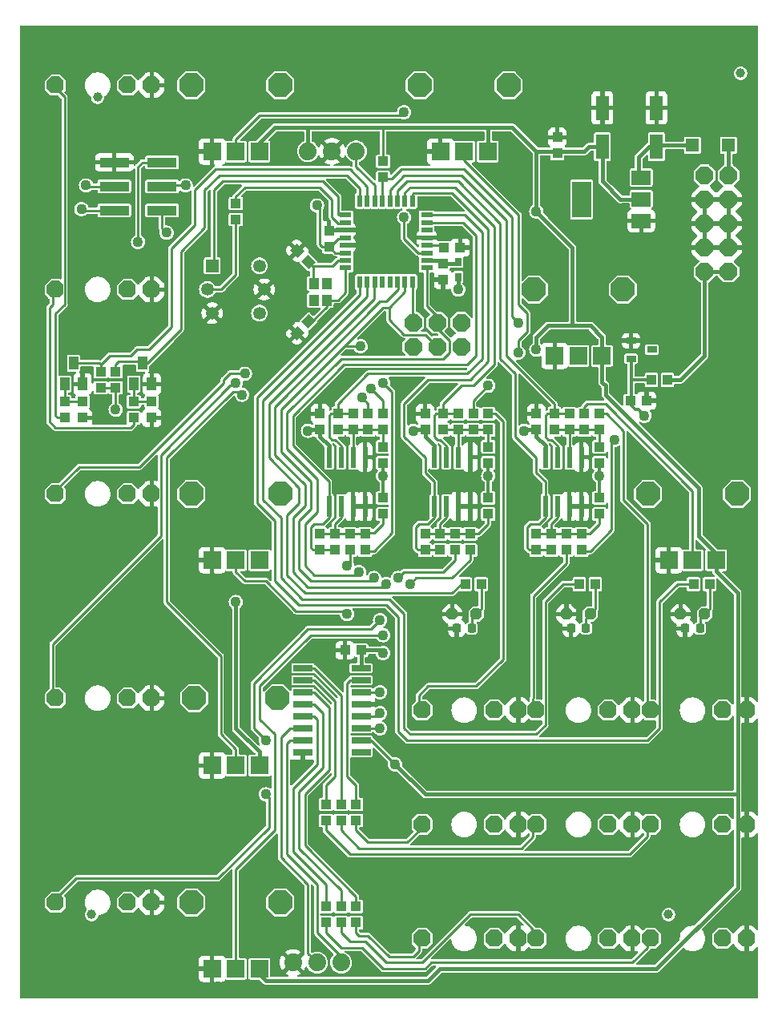
<source format=gbr>
%TF.GenerationSoftware,KiCad,Pcbnew,(6.0.11-0)*%
%TF.CreationDate,2023-03-06T22:39:13+01:00*%
%TF.ProjectId,grids,67726964-732e-46b6-9963-61645f706362,rev?*%
%TF.SameCoordinates,Original*%
%TF.FileFunction,Copper,L1,Top*%
%TF.FilePolarity,Positive*%
%FSLAX46Y46*%
G04 Gerber Fmt 4.6, Leading zero omitted, Abs format (unit mm)*
G04 Created by KiCad (PCBNEW (6.0.11-0)) date 2023-03-06 22:39:13*
%MOMM*%
%LPD*%
G01*
G04 APERTURE LIST*
G04 Aperture macros list*
%AMRoundRect*
0 Rectangle with rounded corners*
0 $1 Rounding radius*
0 $2 $3 $4 $5 $6 $7 $8 $9 X,Y pos of 4 corners*
0 Add a 4 corners polygon primitive as box body*
4,1,4,$2,$3,$4,$5,$6,$7,$8,$9,$2,$3,0*
0 Add four circle primitives for the rounded corners*
1,1,$1+$1,$2,$3*
1,1,$1+$1,$4,$5*
1,1,$1+$1,$6,$7*
1,1,$1+$1,$8,$9*
0 Add four rect primitives between the rounded corners*
20,1,$1+$1,$2,$3,$4,$5,0*
20,1,$1+$1,$4,$5,$6,$7,0*
20,1,$1+$1,$6,$7,$8,$9,0*
20,1,$1+$1,$8,$9,$2,$3,0*%
%AMRotRect*
0 Rectangle, with rotation*
0 The origin of the aperture is its center*
0 $1 length*
0 $2 width*
0 $3 Rotation angle, in degrees counterclockwise*
0 Add horizontal line*
21,1,$1,$2,0,0,$3*%
%AMOutline5P*
0 Free polygon, 5 corners , with rotation*
0 The origin of the aperture is its center*
0 number of corners: always 5*
0 $1 to $10 corner X, Y*
0 $11 Rotation angle, in degrees counterclockwise*
0 create outline with 5 corners*
4,1,5,$1,$2,$3,$4,$5,$6,$7,$8,$9,$10,$1,$2,$11*%
%AMOutline6P*
0 Free polygon, 6 corners , with rotation*
0 The origin of the aperture is its center*
0 number of corners: always 6*
0 $1 to $12 corner X, Y*
0 $13 Rotation angle, in degrees counterclockwise*
0 create outline with 6 corners*
4,1,6,$1,$2,$3,$4,$5,$6,$7,$8,$9,$10,$11,$12,$1,$2,$13*%
%AMOutline7P*
0 Free polygon, 7 corners , with rotation*
0 The origin of the aperture is its center*
0 number of corners: always 7*
0 $1 to $14 corner X, Y*
0 $15 Rotation angle, in degrees counterclockwise*
0 create outline with 7 corners*
4,1,7,$1,$2,$3,$4,$5,$6,$7,$8,$9,$10,$11,$12,$13,$14,$1,$2,$15*%
%AMOutline8P*
0 Free polygon, 8 corners , with rotation*
0 The origin of the aperture is its center*
0 number of corners: always 8*
0 $1 to $16 corner X, Y*
0 $17 Rotation angle, in degrees counterclockwise*
0 create outline with 8 corners*
4,1,8,$1,$2,$3,$4,$5,$6,$7,$8,$9,$10,$11,$12,$13,$14,$15,$16,$1,$2,$17*%
G04 Aperture macros list end*
%TA.AperFunction,SMDPad,CuDef*%
%ADD10R,2.032000X0.660400*%
%TD*%
%TA.AperFunction,SMDPad,CuDef*%
%ADD11R,1.100000X1.000000*%
%TD*%
%TA.AperFunction,ComponentPad*%
%ADD12Outline8P,-0.889000X0.444500X-0.444500X0.889000X0.444500X0.889000X0.889000X0.444500X0.889000X-0.444500X0.444500X-0.889000X-0.444500X-0.889000X-0.889000X-0.444500X90.000000*%
%TD*%
%TA.AperFunction,SMDPad,CuDef*%
%ADD13R,1.000000X1.100000*%
%TD*%
%TA.AperFunction,SMDPad,CuDef*%
%ADD14R,1.400000X2.600000*%
%TD*%
%TA.AperFunction,SMDPad,CuDef*%
%ADD15R,1.000000X0.700000*%
%TD*%
%TA.AperFunction,SMDPad,CuDef*%
%ADD16R,1.400000X1.400000*%
%TD*%
%TA.AperFunction,ComponentPad*%
%ADD17R,1.879600X1.879600*%
%TD*%
%TA.AperFunction,ComponentPad*%
%ADD18Outline8P,-1.270000X0.526051X-0.526051X1.270000X0.526051X1.270000X1.270000X0.526051X1.270000X-0.526051X0.526051X-1.270000X-0.526051X-1.270000X-1.270000X-0.526051X90.000000*%
%TD*%
%TA.AperFunction,SMDPad,CuDef*%
%ADD19R,0.600000X2.200000*%
%TD*%
%TA.AperFunction,SMDPad,CuDef*%
%ADD20R,1.000000X1.400000*%
%TD*%
%TA.AperFunction,SMDPad,CuDef*%
%ADD21RoundRect,0.500000X0.000000X0.000000X0.000000X0.000000X0.000000X0.000000X0.000000X0.000000X0*%
%TD*%
%TA.AperFunction,SMDPad,CuDef*%
%ADD22R,3.150000X1.000000*%
%TD*%
%TA.AperFunction,SMDPad,CuDef*%
%ADD23R,1.270000X0.558800*%
%TD*%
%TA.AperFunction,SMDPad,CuDef*%
%ADD24R,0.558800X1.270000*%
%TD*%
%TA.AperFunction,SMDPad,CuDef*%
%ADD25RotRect,1.100000X1.000000X45.000000*%
%TD*%
%TA.AperFunction,ComponentPad*%
%ADD26Outline8P,-0.609600X0.252505X-0.252505X0.609600X0.252505X0.609600X0.609600X0.252505X0.609600X-0.252505X0.252505X-0.609600X-0.252505X-0.609600X-0.609600X-0.252505X180.000000*%
%TD*%
%TA.AperFunction,SMDPad,CuDef*%
%ADD27R,2.006600X1.498600*%
%TD*%
%TA.AperFunction,SMDPad,CuDef*%
%ADD28R,2.006600X3.810000*%
%TD*%
%TA.AperFunction,SMDPad,CuDef*%
%ADD29R,0.700000X0.850000*%
%TD*%
%TA.AperFunction,SMDPad,CuDef*%
%ADD30R,1.000000X1.150000*%
%TD*%
%TA.AperFunction,SMDPad,CuDef*%
%ADD31RoundRect,0.218750X-0.218750X-0.256250X0.218750X-0.256250X0.218750X0.256250X-0.218750X0.256250X0*%
%TD*%
%TA.AperFunction,SMDPad,CuDef*%
%ADD32RotRect,1.100000X1.000000X315.000000*%
%TD*%
%TA.AperFunction,ComponentPad*%
%ADD33C,1.350000*%
%TD*%
%TA.AperFunction,ComponentPad*%
%ADD34R,1.350000X1.350000*%
%TD*%
%TA.AperFunction,ComponentPad*%
%ADD35C,1.879600*%
%TD*%
%TA.AperFunction,ComponentPad*%
%ADD36Outline8P,-0.939800X0.389278X-0.389278X0.939800X0.389278X0.939800X0.939800X0.389278X0.939800X-0.389278X0.389278X-0.939800X-0.389278X-0.939800X-0.939800X-0.389278X0.000000*%
%TD*%
%TA.AperFunction,ComponentPad*%
%ADD37Outline8P,-0.939800X0.389278X-0.389278X0.939800X0.389278X0.939800X0.939800X0.389278X0.939800X-0.389278X0.389278X-0.939800X-0.389278X-0.939800X-0.939800X-0.389278X270.000000*%
%TD*%
%TA.AperFunction,ViaPad*%
%ADD38C,1.108000*%
%TD*%
%TA.AperFunction,Conductor*%
%ADD39C,0.406400*%
%TD*%
%TA.AperFunction,Conductor*%
%ADD40C,0.250000*%
%TD*%
%TA.AperFunction,Conductor*%
%ADD41C,0.254000*%
%TD*%
%TA.AperFunction,Conductor*%
%ADD42C,0.304800*%
%TD*%
G04 APERTURE END LIST*
D10*
%TO.P,IC6,1,QB*%
%TO.N,Net-(IC6-Pad1)*%
X139405200Y-121513600D03*
%TO.P,IC6,2,QC*%
%TO.N,Net-(IC6-Pad2)*%
X139405200Y-122783600D03*
%TO.P,IC6,3,QD*%
%TO.N,Net-(IC6-Pad3)*%
X139405200Y-124053600D03*
%TO.P,IC6,4,QE*%
%TO.N,Net-(IC6-Pad4)*%
X139405200Y-125323600D03*
%TO.P,IC6,5,QF*%
%TO.N,Net-(IC6-Pad5)*%
X139405200Y-126593600D03*
%TO.P,IC6,6,QG*%
%TO.N,Net-(IC6-Pad6)*%
X139405200Y-127863600D03*
%TO.P,IC6,7,QH*%
%TO.N,Net-(IC6-Pad7)*%
X139405200Y-129133600D03*
%TO.P,IC6,8,GND*%
%TO.N,GND*%
X139405200Y-130403600D03*
%TO.P,IC6,9,QH\u002A*%
%TO.N,unconnected-(IC6-Pad9)*%
X145552000Y-130403600D03*
%TO.P,IC6,10,SCL*%
%TO.N,+5V*%
X145552000Y-129133600D03*
%TO.P,IC6,11,SCK*%
%TO.N,/SCK*%
X145552000Y-127863600D03*
%TO.P,IC6,12,RCK*%
%TO.N,/SS*%
X145552000Y-126593600D03*
%TO.P,IC6,13,G*%
%TO.N,GND*%
X145552000Y-125323600D03*
%TO.P,IC6,14,SER*%
%TO.N,/MOSI*%
X145552000Y-124053600D03*
%TO.P,IC6,15,QA*%
%TO.N,Net-(IC6-Pad15)*%
X145552000Y-122783600D03*
%TO.P,IC6,16,VCC*%
%TO.N,+5V*%
X145552000Y-121513600D03*
%TD*%
D11*
%TO.P,R21,1,1*%
%TO.N,Net-(J7-PadTIP)*%
X170736100Y-94628600D03*
%TO.P,R21,2,2*%
%TO.N,Net-(C14-Pad1)*%
X170736100Y-96328600D03*
%TD*%
%TO.P,R22,1,1*%
%TO.N,/REF_-5*%
X147876100Y-99821100D03*
%TO.P,R22,2,2*%
%TO.N,Net-(C10-Pad1)*%
X147876100Y-98121100D03*
%TD*%
D12*
%TO.P,J4,GND,1*%
%TO.N,GND*%
X123428600Y-124688600D03*
%TO.P,J4,SW,3*%
%TO.N,unconnected-(J4-PadSW)*%
X120888600Y-124688600D03*
%TO.P,J4,TIP,2*%
%TO.N,Net-(J4-PadTIP)*%
X113268600Y-124688600D03*
%TD*%
D11*
%TO.P,R48,1,1*%
%TO.N,Net-(IC6-Pad4)*%
X143431100Y-146698600D03*
%TO.P,R48,2,2*%
%TO.N,Net-(J13-PadTIP)*%
X143431100Y-148398600D03*
%TD*%
D12*
%TO.P,J13,GND,1*%
%TO.N,GND*%
X174228600Y-150088600D03*
%TO.P,J13,SW,3*%
%TO.N,unconnected-(J13-PadSW)*%
X171688600Y-150088600D03*
%TO.P,J13,TIP,2*%
%TO.N,Net-(J13-PadTIP)*%
X164068600Y-150088600D03*
%TD*%
D11*
%TO.P,C8,1,1*%
%TO.N,/REF_-5*%
X174013600Y-93256100D03*
%TO.P,C8,2,2*%
%TO.N,GND*%
X175713600Y-93256100D03*
%TD*%
D13*
%TO.P,C11,1,1*%
%TO.N,+5V*%
X152321100Y-96328600D03*
%TO.P,C11,2,2*%
%TO.N,GND*%
X152321100Y-94628600D03*
%TD*%
D12*
%TO.P,J9,GND,1*%
%TO.N,GND*%
X174228600Y-138023600D03*
%TO.P,J9,SW,3*%
%TO.N,unconnected-(J9-PadSW)*%
X171688600Y-138023600D03*
%TO.P,J9,TIP,2*%
%TO.N,Net-(J9-PadTIP)*%
X164068600Y-138023600D03*
%TD*%
%TO.P,J8,GND,1*%
%TO.N,GND*%
X162163600Y-138023600D03*
%TO.P,J8,SW,3*%
%TO.N,unconnected-(J8-PadSW)*%
X159623600Y-138023600D03*
%TO.P,J8,TIP,2*%
%TO.N,Net-(J8-PadTIP)*%
X152003600Y-138023600D03*
%TD*%
D13*
%TO.P,R8,1,1*%
%TO.N,VEE*%
X177936100Y-91033600D03*
%TO.P,R8,2,2*%
%TO.N,/REF_-5*%
X176236100Y-91033600D03*
%TD*%
%TO.P,C17,1,1*%
%TO.N,Net-(C17-Pad1)*%
X164068600Y-107328600D03*
%TO.P,C17,2,2*%
%TO.N,/CH2_CV*%
X164068600Y-109028600D03*
%TD*%
D11*
%TO.P,C18,1,1*%
%TO.N,+5V*%
X145551100Y-119608600D03*
%TO.P,C18,2,2*%
%TO.N,GND*%
X143851100Y-119608600D03*
%TD*%
D14*
%TO.P,C1,+,+*%
%TO.N,+5V*%
X171053600Y-66413600D03*
%TO.P,C1,-,-*%
%TO.N,GND*%
X171053600Y-62313600D03*
%TD*%
D13*
%TO.P,C9,1,1*%
%TO.N,+5V*%
X141208600Y-96328600D03*
%TO.P,C9,2,2*%
%TO.N,GND*%
X141208600Y-94628600D03*
%TD*%
D11*
%TO.P,R18,1,1*%
%TO.N,Net-(J5-PadTIP)*%
X158988600Y-94628600D03*
%TO.P,R18,2,2*%
%TO.N,Net-(C12-Pad1)*%
X158988600Y-96328600D03*
%TD*%
%TO.P,R19,1,1*%
%TO.N,Net-(C14-Pad1)*%
X167561100Y-96328600D03*
%TO.P,R19,2,2*%
%TO.N,/CH3_CV*%
X167561100Y-94628600D03*
%TD*%
D12*
%TO.P,J6,GND,1*%
%TO.N,GND*%
X174228600Y-125958600D03*
%TO.P,J6,SW,3*%
%TO.N,unconnected-(J6-PadSW)*%
X171688600Y-125958600D03*
%TO.P,J6,TIP,2*%
%TO.N,Net-(J6-PadTIP)*%
X164068600Y-125958600D03*
%TD*%
D15*
%TO.P,IC2,1,C*%
%TO.N,GND*%
X174081100Y-86908600D03*
%TO.P,IC2,2,A*%
%TO.N,/REF_-5*%
X174081100Y-88808600D03*
%TO.P,IC2,3*%
%TO.N,N/C*%
X176281100Y-87858600D03*
%TD*%
D13*
%TO.P,C13,1,1*%
%TO.N,+5V*%
X164068600Y-96328600D03*
%TO.P,C13,2,2*%
%TO.N,GND*%
X164068600Y-94628600D03*
%TD*%
%TO.P,C12,1,1*%
%TO.N,Net-(C12-Pad1)*%
X154226100Y-96328600D03*
%TO.P,C12,2,2*%
%TO.N,/CH1_CV*%
X154226100Y-94628600D03*
%TD*%
D11*
%TO.P,R33,1,1*%
%TO.N,Net-(C16-Pad1)*%
X153908600Y-107328600D03*
%TO.P,R33,2,2*%
%TO.N,/RND_CV*%
X153908600Y-109028600D03*
%TD*%
D16*
%TO.P,D1,A,A*%
%TO.N,Net-(D1-PadA)*%
X184383600Y-66268600D03*
%TO.P,D1,C,C*%
%TO.N,VCC*%
X180583600Y-66268600D03*
%TD*%
D17*
%TO.P,R1,P$1,E*%
%TO.N,+5V*%
X134818600Y-66918600D03*
%TO.P,R1,P$2,S*%
%TO.N,/TEMPO*%
X132318600Y-66918600D03*
%TO.P,R1,P$3,A*%
%TO.N,GND*%
X129818600Y-66918600D03*
D18*
%TO.P,R1,P$4*%
%TO.N,N/C*%
X137018600Y-59918600D03*
%TO.P,R1,P$5*%
X127618600Y-59918600D03*
%TD*%
D11*
%TO.P,R20,1,1*%
%TO.N,Net-(R20-Pad1)*%
X169148600Y-94628600D03*
%TO.P,R20,2,2*%
%TO.N,Net-(C14-Pad1)*%
X169148600Y-96328600D03*
%TD*%
%TO.P,R49,1,1*%
%TO.N,Net-(IC6-Pad3)*%
X145018600Y-146698600D03*
%TO.P,R49,2,2*%
%TO.N,Net-(J12-PadTIP)*%
X145018600Y-148398600D03*
%TD*%
D17*
%TO.P,R42,P$1,E*%
%TO.N,+5V*%
X134818600Y-131788600D03*
%TO.P,R42,P$2,S*%
%TO.N,Net-(R14-Pad1)*%
X132318600Y-131788600D03*
%TO.P,R42,P$3,A*%
%TO.N,GND*%
X129818600Y-131788600D03*
D18*
%TO.P,R42,P$4*%
%TO.N,N/C*%
X136718600Y-124688600D03*
%TO.P,R42,P$5*%
X127918600Y-124688600D03*
%TD*%
D19*
%TO.P,IC5,1,OUT*%
%TO.N,/CH2_CV*%
X165021100Y-104428600D03*
%TO.P,IC5,2,-IN*%
%TO.N,Net-(C17-Pad1)*%
X166291100Y-104428600D03*
%TO.P,IC5,3,+IN*%
%TO.N,GND*%
X167561100Y-104428600D03*
%TO.P,IC5,4,V-*%
X168831100Y-104428600D03*
%TO.P,IC5,5,+IN*%
X168831100Y-99228600D03*
%TO.P,IC5,6,-IN*%
%TO.N,Net-(C14-Pad1)*%
X167561100Y-99228600D03*
%TO.P,IC5,7,OUT*%
%TO.N,/CH3_CV*%
X166291100Y-99228600D03*
%TO.P,IC5,8,V+*%
%TO.N,+5V*%
X165021100Y-99228600D03*
%TD*%
D11*
%TO.P,R38,1,1*%
%TO.N,Net-(R38-Pad1)*%
X168831100Y-109028600D03*
%TO.P,R38,2,2*%
%TO.N,Net-(C17-Pad1)*%
X168831100Y-107328600D03*
%TD*%
D13*
%TO.P,C10,1,1*%
%TO.N,Net-(C10-Pad1)*%
X143113600Y-96328600D03*
%TO.P,C10,2,2*%
%TO.N,/Y_CV*%
X143113600Y-94628600D03*
%TD*%
D19*
%TO.P,IC3,1,OUT*%
%TO.N,/X_CV*%
X142161100Y-104428600D03*
%TO.P,IC3,2,-IN*%
%TO.N,Net-(C15-Pad1)*%
X143431100Y-104428600D03*
%TO.P,IC3,3,+IN*%
%TO.N,GND*%
X144701100Y-104428600D03*
%TO.P,IC3,4,V-*%
X145971100Y-104428600D03*
%TO.P,IC3,5,+IN*%
X145971100Y-99228600D03*
%TO.P,IC3,6,-IN*%
%TO.N,Net-(C10-Pad1)*%
X144701100Y-99228600D03*
%TO.P,IC3,7,OUT*%
%TO.N,/Y_CV*%
X143431100Y-99228600D03*
%TO.P,IC3,8,V+*%
%TO.N,+5V*%
X142161100Y-99228600D03*
%TD*%
D11*
%TO.P,R10,1,1*%
%TO.N,GND*%
X116126100Y-95058600D03*
%TO.P,R10,2,2*%
%TO.N,Net-(Q2-PadB)*%
X116126100Y-93358600D03*
%TD*%
D20*
%TO.P,Q3,B,B*%
%TO.N,Net-(Q3-PadB)*%
X121526100Y-91498600D03*
%TO.P,Q3,C,C*%
%TO.N,/IN_RESET*%
X122476100Y-89298600D03*
%TO.P,Q3,E,E*%
%TO.N,GND*%
X123426100Y-91498600D03*
%TD*%
D14*
%TO.P,C19,+,+*%
%TO.N,VCC*%
X176768600Y-66413600D03*
%TO.P,C19,-,-*%
%TO.N,GND*%
X176768600Y-62313600D03*
%TD*%
D20*
%TO.P,Q2,B,B*%
%TO.N,Net-(Q2-PadB)*%
X114223600Y-91498600D03*
%TO.P,Q2,C,C*%
%TO.N,/IN_CLOCK*%
X115173600Y-89298600D03*
%TO.P,Q2,E,E*%
%TO.N,GND*%
X116123600Y-91498600D03*
%TD*%
D21*
%TO.P,F3,1*%
%TO.N,N/C*%
X117078600Y-147548600D03*
%TD*%
D22*
%TO.P,J17,1,1*%
%TO.N,/MISO*%
X124525000Y-73150000D03*
%TO.P,J17,2,2*%
%TO.N,+5V*%
X119475000Y-73150000D03*
%TO.P,J17,3,3*%
%TO.N,/SCK*%
X124525000Y-70610000D03*
%TO.P,J17,4,4*%
%TO.N,/MOSI*%
X119475000Y-70610000D03*
%TO.P,J17,5,5*%
%TO.N,/RESET*%
X124525000Y-68070000D03*
%TO.P,J17,6,6*%
%TO.N,GND*%
X119475000Y-68070000D03*
%TD*%
D12*
%TO.P,J10,GND,1*%
%TO.N,GND*%
X186293600Y-138023600D03*
%TO.P,J10,SW,3*%
%TO.N,unconnected-(J10-PadSW)*%
X183753600Y-138023600D03*
%TO.P,J10,TIP,2*%
%TO.N,Net-(J10-PadTIP)*%
X176133600Y-138023600D03*
%TD*%
D11*
%TO.P,R24,1,1*%
%TO.N,/REF_-5*%
X170736100Y-99821100D03*
%TO.P,R24,2,2*%
%TO.N,Net-(C14-Pad1)*%
X170736100Y-98121100D03*
%TD*%
D12*
%TO.P,J3,GND,1*%
%TO.N,GND*%
X123428600Y-103098600D03*
%TO.P,J3,SW,3*%
%TO.N,unconnected-(J3-PadSW)*%
X120888600Y-103098600D03*
%TO.P,J3,TIP,2*%
%TO.N,Net-(J3-PadTIP)*%
X113268600Y-103098600D03*
%TD*%
D19*
%TO.P,IC4,1,OUT*%
%TO.N,/RND_CV*%
X153273600Y-104428600D03*
%TO.P,IC4,2,-IN*%
%TO.N,Net-(C16-Pad1)*%
X154543600Y-104428600D03*
%TO.P,IC4,3,+IN*%
%TO.N,GND*%
X155813600Y-104428600D03*
%TO.P,IC4,4,V-*%
X157083600Y-104428600D03*
%TO.P,IC4,5,+IN*%
X157083600Y-99228600D03*
%TO.P,IC4,6,-IN*%
%TO.N,Net-(C12-Pad1)*%
X155813600Y-99228600D03*
%TO.P,IC4,7,OUT*%
%TO.N,/CH1_CV*%
X154543600Y-99228600D03*
%TO.P,IC4,8,V+*%
%TO.N,+5V*%
X153273600Y-99228600D03*
%TD*%
D11*
%TO.P,R6,1,1*%
%TO.N,/IN_RESET*%
X119618600Y-90183600D03*
%TO.P,R6,2,2*%
%TO.N,+5V*%
X119618600Y-91883600D03*
%TD*%
%TO.P,R36,1,1*%
%TO.N,Net-(C17-Pad1)*%
X165656100Y-107328600D03*
%TO.P,R36,2,2*%
%TO.N,/CH2_CV*%
X165656100Y-109028600D03*
%TD*%
%TO.P,R3,1,1*%
%TO.N,/RESET*%
X147876100Y-69658600D03*
%TO.P,R3,2,2*%
%TO.N,+5V*%
X147876100Y-67958600D03*
%TD*%
%TO.P,R34,1,1*%
%TO.N,Net-(J11-PadTIP)*%
X155496100Y-109028600D03*
%TO.P,R34,2,2*%
%TO.N,Net-(C16-Pad1)*%
X155496100Y-107328600D03*
%TD*%
D23*
%TO.P,IC1,1,PD3(INT1)*%
%TO.N,/SW_RESET*%
X143901000Y-73628600D03*
%TO.P,IC1,2,PD4(XCK/T0)*%
%TO.N,/LED_CLOCK*%
X143901000Y-74428600D03*
%TO.P,IC1,3,GND@1*%
%TO.N,GND*%
X143901000Y-75228600D03*
%TO.P,IC1,4,VCC@1*%
%TO.N,+5V*%
X143901000Y-76028600D03*
%TO.P,IC1,5,AGND*%
%TO.N,GND*%
X143901000Y-76828600D03*
%TO.P,IC1,6,VCC@2*%
%TO.N,+5V*%
X143901000Y-77628600D03*
%TO.P,IC1,7,PB6(XTAL1/TOSC1)*%
%TO.N,Net-(C2-Pad2)*%
X143901000Y-78428600D03*
%TO.P,IC1,8,PB7(XTAL2/TOSC2)*%
%TO.N,Net-(C7-Pad2)*%
X143901000Y-79228600D03*
D24*
%TO.P,IC1,9,PD5(T1)*%
%TO.N,/LED_CH3*%
X145393600Y-80721200D03*
%TO.P,IC1,10,PD6(AIN0)*%
%TO.N,/LED_CH2*%
X146193600Y-80721200D03*
%TO.P,IC1,11,PD7(AIN1)*%
%TO.N,/LED_CH1*%
X146993600Y-80721200D03*
%TO.P,IC1,12,PB0(ICP)*%
%TO.N,unconnected-(IC1-Pad12)*%
X147793600Y-80721200D03*
%TO.P,IC1,13,PB1(OC1A)*%
%TO.N,unconnected-(IC1-Pad13)*%
X148593600Y-80721200D03*
%TO.P,IC1,14,PB2(SS/OC1B)*%
%TO.N,/SS*%
X149393600Y-80721200D03*
%TO.P,IC1,15,PB3(MOSI/OC2)*%
%TO.N,/MOSI*%
X150193600Y-80721200D03*
%TO.P,IC1,16,PB4(MISO)*%
%TO.N,/MISO*%
X150993600Y-80721200D03*
D23*
%TO.P,IC1,17,PB5(SCK)*%
%TO.N,/SCK*%
X152486200Y-79228600D03*
%TO.P,IC1,18,AVCC*%
%TO.N,Net-(C6-Pad1)*%
X152486200Y-78428600D03*
%TO.P,IC1,19,ADC6*%
%TO.N,/TEMPO*%
X152486200Y-77628600D03*
%TO.P,IC1,20,AREF*%
%TO.N,/AREF*%
X152486200Y-76828600D03*
%TO.P,IC1,21,GND@2*%
%TO.N,GND*%
X152486200Y-76028600D03*
%TO.P,IC1,22,ADC7*%
%TO.N,unconnected-(IC1-Pad22)*%
X152486200Y-75228600D03*
%TO.P,IC1,23,PC0(ADC0)*%
%TO.N,/X_CV*%
X152486200Y-74428600D03*
%TO.P,IC1,24,PC1(ADC1)*%
%TO.N,/Y_CV*%
X152486200Y-73628600D03*
D24*
%TO.P,IC1,25,PC2(ADC2)*%
%TO.N,/RND_CV*%
X150993600Y-72136000D03*
%TO.P,IC1,26,PC3(ADC3)*%
%TO.N,/CH1_CV*%
X150193600Y-72136000D03*
%TO.P,IC1,27,PC4(ADC4/SDA)*%
%TO.N,/CH2_CV*%
X149393600Y-72136000D03*
%TO.P,IC1,28,PC5(ADC5/SCL)*%
%TO.N,/CH3_CV*%
X148593600Y-72136000D03*
%TO.P,IC1,29,PC6(/RESET)*%
%TO.N,/RESET*%
X147793600Y-72136000D03*
%TO.P,IC1,30,PD0(RXD)*%
%TO.N,/IN_MIDI*%
X146993600Y-72136000D03*
%TO.P,IC1,31,PD1(TXD)*%
%TO.N,/IN_CLOCK*%
X146193600Y-72136000D03*
%TO.P,IC1,32,PD2(INT0)*%
%TO.N,/IN_RESET*%
X145393600Y-72136000D03*
%TD*%
D13*
%TO.P,R41,1,1*%
%TO.N,/LED_CH3*%
X180681100Y-112623600D03*
%TO.P,R41,2,2*%
%TO.N,Net-(R41-Pad2)*%
X182381100Y-112623600D03*
%TD*%
D17*
%TO.P,R2,P$1,E*%
%TO.N,+5V*%
X158948600Y-66918600D03*
%TO.P,R2,P$2,S*%
%TO.N,Net-(R17-Pad1)*%
X156448600Y-66918600D03*
%TO.P,R2,P$3,A*%
%TO.N,GND*%
X153948600Y-66918600D03*
D18*
%TO.P,R2,P$4*%
%TO.N,N/C*%
X161148600Y-59918600D03*
%TO.P,R2,P$5*%
X151748600Y-59918600D03*
%TD*%
D25*
%TO.P,C7,1,1*%
%TO.N,GND*%
X138797918Y-86101041D03*
%TO.P,C7,2,2*%
%TO.N,Net-(C7-Pad2)*%
X140000000Y-84898959D03*
%TD*%
D11*
%TO.P,R32,1,1*%
%TO.N,Net-(J3-PadTIP)*%
X145971100Y-109028600D03*
%TO.P,R32,2,2*%
%TO.N,Net-(C15-Pad1)*%
X145971100Y-107328600D03*
%TD*%
D26*
%TO.P,LED2,A,A*%
%TO.N,Net-(R39-Pad2)*%
X157718600Y-115798600D03*
%TO.P,LED2,K,C*%
%TO.N,GND*%
X155178600Y-115798600D03*
%TD*%
D11*
%TO.P,R15,1,1*%
%TO.N,Net-(J4-PadTIP)*%
X147876100Y-94628600D03*
%TO.P,R15,2,2*%
%TO.N,Net-(C10-Pad1)*%
X147876100Y-96328600D03*
%TD*%
%TO.P,R43,1,1*%
%TO.N,Net-(IC6-Pad2)*%
X141843600Y-135903600D03*
%TO.P,R43,2,2*%
%TO.N,Net-(J10-PadTIP)*%
X141843600Y-137603600D03*
%TD*%
%TO.P,R45,1,1*%
%TO.N,Net-(IC6-Pad15)*%
X145018600Y-135903600D03*
%TO.P,R45,2,2*%
%TO.N,Net-(J8-PadTIP)*%
X145018600Y-137603600D03*
%TD*%
D13*
%TO.P,C6,1,1*%
%TO.N,Net-(C6-Pad1)*%
X154226100Y-78753600D03*
%TO.P,C6,2,2*%
%TO.N,GND*%
X154226100Y-80453600D03*
%TD*%
D12*
%TO.P,J7,GND,1*%
%TO.N,GND*%
X186293600Y-125958600D03*
%TO.P,J7,SW,3*%
%TO.N,unconnected-(J7-PadSW)*%
X183753600Y-125958600D03*
%TO.P,J7,TIP,2*%
%TO.N,Net-(J7-PadTIP)*%
X176133600Y-125958600D03*
%TD*%
D13*
%TO.P,C3,1,1*%
%TO.N,+5V*%
X142161100Y-76961100D03*
%TO.P,C3,2,2*%
%TO.N,GND*%
X142161100Y-75261100D03*
%TD*%
D11*
%TO.P,R23,1,1*%
%TO.N,/REF_-5*%
X158988600Y-99821100D03*
%TO.P,R23,2,2*%
%TO.N,Net-(C12-Pad1)*%
X158988600Y-98121100D03*
%TD*%
%TO.P,R4,1,1*%
%TO.N,/LED_CLOCK*%
X132318600Y-72403600D03*
%TO.P,R4,2,2*%
%TO.N,Net-(SW1-Pad2)*%
X132318600Y-74103600D03*
%TD*%
%TO.P,R17,1,1*%
%TO.N,Net-(R17-Pad1)*%
X157401100Y-94628600D03*
%TO.P,R17,2,2*%
%TO.N,Net-(C12-Pad1)*%
X157401100Y-96328600D03*
%TD*%
%TO.P,R29,1,1*%
%TO.N,/REF_-5*%
X170736100Y-103518600D03*
%TO.P,R29,2,2*%
%TO.N,Net-(C17-Pad1)*%
X170736100Y-105218600D03*
%TD*%
D27*
%TO.P,IC7,1,GND*%
%TO.N,GND*%
X175155700Y-74244200D03*
%TO.P,IC7,2,VOUT*%
%TO.N,+5V*%
X175155700Y-71958200D03*
%TO.P,IC7,3,VIN*%
%TO.N,VCC*%
X175155700Y-69672200D03*
D28*
%TO.P,IC7,4*%
%TO.N,N/C*%
X168856500Y-71983600D03*
%TD*%
D11*
%TO.P,R12,1,1*%
%TO.N,GND*%
X123428600Y-95058600D03*
%TO.P,R12,2,2*%
%TO.N,Net-(Q3-PadB)*%
X123428600Y-93358600D03*
%TD*%
%TO.P,R37,1,1*%
%TO.N,Net-(J6-PadTIP)*%
X167243600Y-109028600D03*
%TO.P,R37,2,2*%
%TO.N,Net-(C17-Pad1)*%
X167243600Y-107328600D03*
%TD*%
D12*
%TO.P,J11,GND,1*%
%TO.N,GND*%
X123428600Y-146278600D03*
%TO.P,J11,SW,3*%
%TO.N,unconnected-(J11-PadSW)*%
X120888600Y-146278600D03*
%TO.P,J11,TIP,2*%
%TO.N,Net-(J11-PadTIP)*%
X113268600Y-146278600D03*
%TD*%
D11*
%TO.P,R30,1,1*%
%TO.N,Net-(C15-Pad1)*%
X142796100Y-107328600D03*
%TO.P,R30,2,2*%
%TO.N,/X_CV*%
X142796100Y-109028600D03*
%TD*%
D13*
%TO.P,C15,1,1*%
%TO.N,Net-(C15-Pad1)*%
X141208600Y-107328600D03*
%TO.P,C15,2,2*%
%TO.N,/X_CV*%
X141208600Y-109028600D03*
%TD*%
D11*
%TO.P,R35,1,1*%
%TO.N,Net-(R35-Pad1)*%
X157083600Y-109028600D03*
%TO.P,R35,2,2*%
%TO.N,Net-(C16-Pad1)*%
X157083600Y-107328600D03*
%TD*%
D21*
%TO.P,F2,1*%
%TO.N,N/C*%
X117713600Y-61188600D03*
%TD*%
D11*
%TO.P,R47,1,1*%
%TO.N,Net-(IC6-Pad5)*%
X141843600Y-146698600D03*
%TO.P,R47,2,2*%
%TO.N,Net-(J14-PadTIP)*%
X141843600Y-148398600D03*
%TD*%
D12*
%TO.P,J1,GND,1*%
%TO.N,GND*%
X123428600Y-59918600D03*
%TO.P,J1,SW,3*%
%TO.N,unconnected-(J1-PadSW)*%
X120888600Y-59918600D03*
%TO.P,J1,TIP,2*%
%TO.N,Net-(J1-PadTIP)*%
X113268600Y-59918600D03*
%TD*%
D11*
%TO.P,R16,1,1*%
%TO.N,Net-(C12-Pad1)*%
X155813600Y-96328600D03*
%TO.P,R16,2,2*%
%TO.N,/CH1_CV*%
X155813600Y-94628600D03*
%TD*%
D29*
%TO.P,L1,1,1*%
%TO.N,+5V*%
X155813600Y-80186100D03*
%TO.P,L1,2,2*%
%TO.N,Net-(C6-Pad1)*%
X155813600Y-78586100D03*
%TD*%
D11*
%TO.P,R28,1,1*%
%TO.N,/REF_-5*%
X158988600Y-103518600D03*
%TO.P,R28,2,2*%
%TO.N,Net-(C16-Pad1)*%
X158988600Y-105218600D03*
%TD*%
D13*
%TO.P,C4,1,1*%
%TO.N,+5V*%
X166291100Y-67118600D03*
%TO.P,C4,2,2*%
%TO.N,GND*%
X166291100Y-65418600D03*
%TD*%
D12*
%TO.P,J5,GND,1*%
%TO.N,GND*%
X162163600Y-125958600D03*
%TO.P,J5,SW,3*%
%TO.N,unconnected-(J5-PadSW)*%
X159623600Y-125958600D03*
%TO.P,J5,TIP,2*%
%TO.N,Net-(J5-PadTIP)*%
X152003600Y-125958600D03*
%TD*%
D30*
%TO.P,Q1,1,1*%
%TO.N,Net-(C7-Pad2)*%
X141950000Y-82625000D03*
%TO.P,Q1,2,2*%
%TO.N,unconnected-(Q1-Pad2)*%
X141950000Y-80875000D03*
%TO.P,Q1,3,3*%
%TO.N,Net-(C2-Pad2)*%
X140550000Y-80875000D03*
%TO.P,Q1,4,4*%
%TO.N,unconnected-(Q1-Pad4)*%
X140550000Y-82625000D03*
%TD*%
D26*
%TO.P,LED3,A,A*%
%TO.N,Net-(R40-Pad2)*%
X169783600Y-115798600D03*
%TO.P,LED3,K,C*%
%TO.N,GND*%
X167243600Y-115798600D03*
%TD*%
D17*
%TO.P,R25,P$1,E*%
%TO.N,+5V*%
X134818600Y-110098600D03*
%TO.P,R25,P$2,S*%
%TO.N,Net-(R25-PadP$2)*%
X132318600Y-110098600D03*
%TO.P,R25,P$3,A*%
%TO.N,GND*%
X129818600Y-110098600D03*
D18*
%TO.P,R25,P$4*%
%TO.N,N/C*%
X137018600Y-103098600D03*
%TO.P,R25,P$5*%
X127618600Y-103098600D03*
%TD*%
D11*
%TO.P,R31,1,1*%
%TO.N,Net-(R25-PadP$2)*%
X144383600Y-109028600D03*
%TO.P,R31,2,2*%
%TO.N,Net-(C15-Pad1)*%
X144383600Y-107328600D03*
%TD*%
D12*
%TO.P,J14,GND,1*%
%TO.N,GND*%
X186293600Y-150088600D03*
%TO.P,J14,SW,3*%
%TO.N,unconnected-(J14-PadSW)*%
X183753600Y-150088600D03*
%TO.P,J14,TIP,2*%
%TO.N,Net-(J14-PadTIP)*%
X176133600Y-150088600D03*
%TD*%
D31*
%TO.P,D2,1,K*%
%TO.N,GND*%
X179791100Y-117322600D03*
%TO.P,D2,2,A*%
%TO.N,Net-(R41-Pad2)*%
X181366100Y-117322600D03*
%TD*%
%TO.P,D4,1,K*%
%TO.N,GND*%
X155661100Y-117322600D03*
%TO.P,D4,2,A*%
%TO.N,Net-(R39-Pad2)*%
X157236100Y-117322600D03*
%TD*%
D13*
%TO.P,C14,1,1*%
%TO.N,Net-(C14-Pad1)*%
X165973600Y-96328600D03*
%TO.P,C14,2,2*%
%TO.N,/CH3_CV*%
X165973600Y-94628600D03*
%TD*%
D21*
%TO.P,F1,1*%
%TO.N,N/C*%
X185658600Y-58648600D03*
%TD*%
D17*
%TO.P,R46,P$1,E*%
%TO.N,+5V*%
X134818600Y-153278600D03*
%TO.P,R46,P$2,S*%
%TO.N,Net-(R35-Pad1)*%
X132318600Y-153278600D03*
%TO.P,R46,P$3,A*%
%TO.N,GND*%
X129818600Y-153278600D03*
D18*
%TO.P,R46,P$4*%
%TO.N,N/C*%
X137018600Y-146278600D03*
%TO.P,R46,P$5*%
X127618600Y-146278600D03*
%TD*%
D11*
%TO.P,R27,1,1*%
%TO.N,/REF_-5*%
X147876100Y-103518600D03*
%TO.P,R27,2,2*%
%TO.N,Net-(C15-Pad1)*%
X147876100Y-105218600D03*
%TD*%
%TO.P,C5,1,1*%
%TO.N,/AREF*%
X154328600Y-77063600D03*
%TO.P,C5,2,2*%
%TO.N,GND*%
X156028600Y-77063600D03*
%TD*%
%TO.P,R44,1,1*%
%TO.N,Net-(IC6-Pad1)*%
X143431100Y-135903600D03*
%TO.P,R44,2,2*%
%TO.N,Net-(J9-PadTIP)*%
X143431100Y-137603600D03*
%TD*%
D12*
%TO.P,J2,GND,1*%
%TO.N,GND*%
X123428600Y-81508600D03*
%TO.P,J2,SW,3*%
%TO.N,unconnected-(J2-PadSW)*%
X120888600Y-81508600D03*
%TO.P,J2,TIP,2*%
%TO.N,Net-(J2-PadTIP)*%
X113268600Y-81508600D03*
%TD*%
D11*
%TO.P,R7,1,1*%
%TO.N,/IN_CLOCK*%
X118031100Y-90183600D03*
%TO.P,R7,2,2*%
%TO.N,+5V*%
X118031100Y-91883600D03*
%TD*%
%TO.P,R13,1,1*%
%TO.N,Net-(C10-Pad1)*%
X144701100Y-96328600D03*
%TO.P,R13,2,2*%
%TO.N,/Y_CV*%
X144701100Y-94628600D03*
%TD*%
D31*
%TO.P,D3,1,K*%
%TO.N,GND*%
X167726100Y-117322600D03*
%TO.P,D3,2,A*%
%TO.N,Net-(R40-Pad2)*%
X169301100Y-117322600D03*
%TD*%
D17*
%TO.P,R5,P$1,E*%
%TO.N,+5V*%
X171013600Y-88508600D03*
%TO.P,R5,P$2,S*%
%TO.N,Net-(R38-Pad1)*%
X168513600Y-88508600D03*
%TO.P,R5,P$3,A*%
%TO.N,GND*%
X166013600Y-88508600D03*
D18*
%TO.P,R5,P$4*%
%TO.N,N/C*%
X173213600Y-81508600D03*
%TO.P,R5,P$5*%
X163813600Y-81508600D03*
%TD*%
D13*
%TO.P,R40,1,1*%
%TO.N,/LED_CH2*%
X168616100Y-112623600D03*
%TO.P,R40,2,2*%
%TO.N,Net-(R40-Pad2)*%
X170316100Y-112623600D03*
%TD*%
D11*
%TO.P,R14,1,1*%
%TO.N,Net-(R14-Pad1)*%
X146288600Y-94628600D03*
%TO.P,R14,2,2*%
%TO.N,Net-(C10-Pad1)*%
X146288600Y-96328600D03*
%TD*%
D21*
%TO.P,F4,1*%
%TO.N,N/C*%
X178038600Y-147548600D03*
%TD*%
D13*
%TO.P,C16,1,1*%
%TO.N,Net-(C16-Pad1)*%
X152321100Y-107328600D03*
%TO.P,C16,2,2*%
%TO.N,/RND_CV*%
X152321100Y-109028600D03*
%TD*%
D26*
%TO.P,LED4,A,A*%
%TO.N,Net-(R41-Pad2)*%
X181848600Y-115798600D03*
%TO.P,LED4,K,C*%
%TO.N,GND*%
X179308600Y-115798600D03*
%TD*%
D17*
%TO.P,R26,P$1,E*%
%TO.N,+5V*%
X183078600Y-110098600D03*
%TO.P,R26,P$2,S*%
%TO.N,Net-(R20-Pad1)*%
X180578600Y-110098600D03*
%TO.P,R26,P$3,A*%
%TO.N,GND*%
X178078600Y-110098600D03*
D18*
%TO.P,R26,P$4*%
%TO.N,N/C*%
X185278600Y-103098600D03*
%TO.P,R26,P$5*%
X175878600Y-103098600D03*
%TD*%
D11*
%TO.P,R11,1,1*%
%TO.N,Net-(Q3-PadB)*%
X121523600Y-93358600D03*
%TO.P,R11,2,2*%
%TO.N,Net-(J2-PadTIP)*%
X121523600Y-95058600D03*
%TD*%
D12*
%TO.P,J12,GND,1*%
%TO.N,GND*%
X162163600Y-150088600D03*
%TO.P,J12,SW,3*%
%TO.N,unconnected-(J12-PadSW)*%
X159623600Y-150088600D03*
%TO.P,J12,TIP,2*%
%TO.N,Net-(J12-PadTIP)*%
X152003600Y-150088600D03*
%TD*%
D13*
%TO.P,R39,1,1*%
%TO.N,/LED_CH1*%
X156551100Y-112623600D03*
%TO.P,R39,2,2*%
%TO.N,Net-(R39-Pad2)*%
X158251100Y-112623600D03*
%TD*%
D32*
%TO.P,C2,1,1*%
%TO.N,GND*%
X138797918Y-77398959D03*
%TO.P,C2,2,2*%
%TO.N,Net-(C2-Pad2)*%
X140000000Y-78601041D03*
%TD*%
D11*
%TO.P,R9,1,1*%
%TO.N,Net-(Q2-PadB)*%
X114221100Y-93358600D03*
%TO.P,R9,2,2*%
%TO.N,Net-(J1-PadTIP)*%
X114221100Y-95058600D03*
%TD*%
D33*
%TO.P,SW1,*%
%TO.N,*%
X134818600Y-79000000D03*
X134818600Y-84000000D03*
D34*
%TO.P,SW1,1,1*%
%TO.N,/SW_RESET*%
X129818600Y-79000000D03*
D33*
%TO.P,SW1,2,2*%
%TO.N,Net-(SW1-Pad2)*%
X129318600Y-81500000D03*
%TO.P,SW1,3,K*%
%TO.N,GND*%
X135318600Y-81500000D03*
%TO.P,SW1,4,A*%
X129818600Y-84000000D03*
%TD*%
D35*
%TO.P,JP1,1,1*%
%TO.N,GND*%
X138351100Y-152628600D03*
%TO.P,JP1,2,2*%
%TO.N,Net-(IC6-Pad6)*%
X140891100Y-152628600D03*
%TO.P,JP1,3,3*%
%TO.N,Net-(IC6-Pad7)*%
X143431100Y-152628600D03*
%TD*%
D36*
%TO.P,J15,1,1*%
%TO.N,/MISO*%
X151051100Y-85001100D03*
%TO.P,J15,2,2*%
%TO.N,+5V*%
X151051100Y-87541100D03*
%TO.P,J15,3,3*%
%TO.N,/SCK*%
X153591100Y-85001100D03*
%TO.P,J15,4,4*%
%TO.N,/MOSI*%
X153591100Y-87541100D03*
%TO.P,J15,5,5*%
%TO.N,/RESET*%
X156131100Y-85001100D03*
%TO.P,J15,6,6*%
%TO.N,GND*%
X156131100Y-87541100D03*
%TD*%
D37*
%TO.P,J16,1,1*%
%TO.N,Net-(D1-PadA)*%
X184388600Y-69443600D03*
%TO.P,J16,2,2*%
%TO.N,unconnected-(J16-Pad2)*%
X181848600Y-69443600D03*
%TO.P,J16,3,3*%
%TO.N,GND*%
X184388600Y-71983600D03*
%TO.P,J16,4,4*%
X181848600Y-71983600D03*
%TO.P,J16,5,5*%
X184388600Y-74523600D03*
%TO.P,J16,6,6*%
X181848600Y-74523600D03*
%TO.P,J16,7,7*%
X184388600Y-77063600D03*
%TO.P,J16,8,8*%
X181848600Y-77063600D03*
%TO.P,J16,9,9*%
%TO.N,VEE*%
X184388600Y-79603600D03*
%TO.P,J16,10,10*%
X181848600Y-79603600D03*
%TD*%
D35*
%TO.P,JP2,1,1*%
%TO.N,/IN_MIDI*%
X145018600Y-66903600D03*
%TO.P,JP2,2,2*%
%TO.N,GND*%
X142478600Y-66903600D03*
%TO.P,JP2,3,3*%
%TO.N,+5V*%
X139938600Y-66903600D03*
%TD*%
D38*
%TO.N,GND*%
X151368600Y-54838600D03*
X149463600Y-110083600D03*
X155813600Y-75476100D03*
X120888600Y-155168600D03*
X117713600Y-94843600D03*
X154543600Y-82143600D03*
X110728600Y-64998600D03*
X139621100Y-94843600D03*
X164068600Y-76428600D03*
X171371100Y-73253600D03*
X164068600Y-92938600D03*
X139303600Y-131673600D03*
X150098600Y-99923600D03*
X172958600Y-74841100D03*
X168196100Y-74841100D03*
X186293600Y-85318600D03*
X161528600Y-115798600D03*
X186293600Y-146278600D03*
X145336100Y-102146100D03*
X161846100Y-99923600D03*
X110728600Y-155168600D03*
X186293600Y-64998600D03*
X110728600Y-146278600D03*
X172958600Y-108178600D03*
X144383600Y-90398600D03*
X156448600Y-102146100D03*
X110728600Y-105638600D03*
X186293600Y-54838600D03*
X171371100Y-74841100D03*
X172958600Y-73253600D03*
X120888600Y-54838600D03*
X150098600Y-103733600D03*
X172958600Y-76428600D03*
X169783600Y-74841100D03*
X162798600Y-54838600D03*
X152321100Y-92938600D03*
X169783600Y-76428600D03*
X110728600Y-136118600D03*
X161528600Y-70078600D03*
X160576100Y-92303600D03*
X130413600Y-155168600D03*
X174546100Y-76428600D03*
X174228600Y-54838600D03*
X176133600Y-76428600D03*
X110728600Y-54838600D03*
X110728600Y-95478600D03*
X186293600Y-155168600D03*
X151368600Y-131038600D03*
X176133600Y-155168600D03*
X142161100Y-119608600D03*
X186293600Y-95478600D03*
X171371100Y-76428600D03*
X110728600Y-75158600D03*
X110728600Y-85318600D03*
X131048600Y-54838600D03*
X168196100Y-102146100D03*
X110728600Y-125958600D03*
X145653600Y-75158600D03*
X186293600Y-105638600D03*
X150098600Y-91668600D03*
X147558600Y-86588600D03*
X110728600Y-115798600D03*
X161846100Y-103733600D03*
X141208600Y-54838600D03*
%TO.N,/REF_-5*%
X170736100Y-101193600D03*
X175498600Y-94843600D03*
X147876100Y-101193600D03*
X158988600Y-101193600D03*
%TO.N,+5V*%
X140891100Y-72618600D03*
X162798600Y-96431100D03*
X116000000Y-73000000D03*
X151051100Y-96431100D03*
X164068600Y-87858600D03*
X132318600Y-114528600D03*
X119618600Y-94208600D03*
X147876100Y-119926100D03*
X164068600Y-73253600D03*
X149146100Y-131673600D03*
X139938600Y-96431100D03*
X155813600Y-81508600D03*
%TO.N,/RESET*%
X162163600Y-85001100D03*
X147558600Y-124053600D03*
X122000000Y-76500000D03*
X146923600Y-111988600D03*
%TO.N,/TEMPO*%
X150098600Y-73888600D03*
X150098600Y-62776100D03*
%TO.N,/SCK*%
X145336100Y-111353600D03*
X147558600Y-127863600D03*
X127000000Y-70500000D03*
%TO.N,/MISO*%
X125000000Y-75500000D03*
%TO.N,/MOSI*%
X116500000Y-70500000D03*
X145500000Y-87500000D03*
%TO.N,/SS*%
X147558600Y-126276100D03*
X148193600Y-112623600D03*
%TO.N,Net-(J3-PadTIP)*%
X147876100Y-91351100D03*
X133271100Y-90398600D03*
%TO.N,Net-(J4-PadTIP)*%
X132318600Y-91351100D03*
X146606100Y-91986100D03*
%TO.N,Net-(J11-PadTIP)*%
X135493600Y-134848600D03*
X147558600Y-116433600D03*
X135493600Y-129133600D03*
X149463600Y-111988600D03*
%TO.N,Net-(R17-Pad1)*%
X158988600Y-91668600D03*
X162163600Y-88176100D03*
%TO.N,Net-(R38-Pad1)*%
X172323600Y-97383600D03*
%TO.N,Net-(R14-Pad1)*%
X145653600Y-92938600D03*
X132953600Y-92621100D03*
%TO.N,Net-(R25-PadP$2)*%
X144066100Y-115798600D03*
X144066100Y-110718600D03*
%TO.N,Net-(R35-Pad1)*%
X150733600Y-112623600D03*
X147876100Y-118021100D03*
%TD*%
D39*
%TO.N,VEE*%
X181848600Y-79603600D02*
X184388600Y-79603600D01*
X177936100Y-91033600D02*
X179308600Y-91033600D01*
X179308600Y-91033600D02*
X181848600Y-88493600D01*
X181848600Y-88493600D02*
X181848600Y-79603600D01*
D40*
%TO.N,Net-(C2-Pad2)*%
X140500000Y-80825000D02*
X140550000Y-80875000D01*
X142558800Y-79000000D02*
X140398959Y-79000000D01*
X140500000Y-79101041D02*
X140500000Y-80825000D01*
X140000000Y-78601041D02*
X140500000Y-79101041D01*
X143901000Y-78428600D02*
X143130200Y-78428600D01*
X140398959Y-79000000D02*
X140000000Y-78601041D01*
X143130200Y-78428600D02*
X142558800Y-79000000D01*
D41*
%TO.N,/AREF*%
X154093600Y-76828600D02*
X154328600Y-77063600D01*
X152486200Y-76828600D02*
X154093600Y-76828600D01*
D39*
%TO.N,Net-(C6-Pad1)*%
X153901100Y-78428600D02*
X154226100Y-78753600D01*
X155646100Y-78753600D02*
X155813600Y-78586100D01*
X152486200Y-78428600D02*
X153901100Y-78428600D01*
X154226100Y-78753600D02*
X155646100Y-78753600D01*
D40*
%TO.N,Net-(C7-Pad2)*%
X143901000Y-79228600D02*
X143901000Y-81849000D01*
X143125000Y-82625000D02*
X141950000Y-82625000D01*
X143901000Y-81849000D02*
X143125000Y-82625000D01*
X140000000Y-84898959D02*
X140351041Y-84898959D01*
X140351041Y-84898959D02*
X141950000Y-83300000D01*
X141950000Y-83300000D02*
X141950000Y-82625000D01*
D42*
%TO.N,/REF_-5*%
X147876100Y-101193600D02*
X147876100Y-99821100D01*
X175498600Y-94843600D02*
X174863600Y-94208600D01*
X170736100Y-101193600D02*
X170736100Y-99821100D01*
X174863600Y-94208600D02*
X174546100Y-94208600D01*
X174081100Y-93188600D02*
X174081100Y-91033600D01*
X174546100Y-94208600D02*
X174013600Y-93676100D01*
X147876100Y-103518600D02*
X147876100Y-101193600D01*
X174013600Y-93256100D02*
X174081100Y-93188600D01*
X174081100Y-91033600D02*
X174081100Y-88808600D01*
X175896100Y-91033600D02*
X176066100Y-90863600D01*
X174013600Y-93676100D02*
X174013600Y-93256100D01*
X174081100Y-91033600D02*
X175896100Y-91033600D01*
D39*
X176066100Y-90863600D02*
X176236100Y-91033600D01*
D42*
X170736100Y-101193600D02*
X170736100Y-103518600D01*
X158988600Y-101193600D02*
X158988600Y-103518600D01*
X158988600Y-101193600D02*
X158988600Y-99821100D01*
D41*
%TO.N,/Y_CV*%
X142376100Y-94628600D02*
X143113600Y-94628600D01*
X146288600Y-90398600D02*
X156766100Y-90398600D01*
X158353600Y-88811100D02*
X158353600Y-75476100D01*
X143431100Y-99228600D02*
X143431100Y-98018600D01*
X142161100Y-94843600D02*
X142376100Y-94628600D01*
X142161100Y-97066100D02*
X142161100Y-94843600D01*
X156766100Y-90398600D02*
X158353600Y-88811100D01*
X158353600Y-75476100D02*
X156506100Y-73628600D01*
X143113600Y-94628600D02*
X143113600Y-93573600D01*
X143113600Y-93573600D02*
X146288600Y-90398600D01*
X143431100Y-98018600D02*
X142796100Y-97383600D01*
X142478600Y-97383600D02*
X142161100Y-97066100D01*
X142796100Y-97383600D02*
X142478600Y-97383600D01*
X156506100Y-73628600D02*
X152486200Y-73628600D01*
X143113600Y-94628600D02*
X144701100Y-94628600D01*
%TO.N,Net-(C10-Pad1)*%
X147876100Y-96328600D02*
X147876100Y-98121100D01*
X144701100Y-96328600D02*
X146288600Y-96328600D01*
X144701100Y-96328600D02*
X143113600Y-96328600D01*
X144701100Y-99228600D02*
X144701100Y-96328600D01*
X146288600Y-96328600D02*
X147876100Y-96328600D01*
%TO.N,/CH1_CV*%
X156131100Y-91668600D02*
X157401100Y-91668600D01*
X154226100Y-94628600D02*
X155813600Y-94628600D01*
X153908600Y-97383600D02*
X153591100Y-97383600D01*
X153273600Y-94843600D02*
X153488600Y-94628600D01*
X154226100Y-93573600D02*
X156131100Y-91668600D01*
X150733600Y-70713600D02*
X150193600Y-71253600D01*
X154543600Y-99228600D02*
X154543600Y-98018600D01*
X159623600Y-74841100D02*
X155496100Y-70713600D01*
X155496100Y-70713600D02*
X150733600Y-70713600D01*
X154543600Y-98018600D02*
X153908600Y-97383600D01*
X159623600Y-89446100D02*
X159623600Y-74841100D01*
X153591100Y-97383600D02*
X153273600Y-97066100D01*
X153273600Y-97066100D02*
X153273600Y-94843600D01*
X157401100Y-91668600D02*
X159623600Y-89446100D01*
X150193600Y-71253600D02*
X150193600Y-72136000D01*
X153488600Y-94628600D02*
X154226100Y-94628600D01*
X154226100Y-94628600D02*
X154226100Y-93573600D01*
%TO.N,Net-(C12-Pad1)*%
X155813600Y-96328600D02*
X155813600Y-99228600D01*
X154226100Y-96328600D02*
X155813600Y-96328600D01*
X157401100Y-96328600D02*
X158988600Y-96328600D01*
X155813600Y-96328600D02*
X157401100Y-96328600D01*
X158988600Y-96328600D02*
X158988600Y-98121100D01*
%TO.N,/CH3_CV*%
X156131100Y-69443600D02*
X150098600Y-69443600D01*
X148593600Y-70948600D02*
X148593600Y-72136000D01*
X160893600Y-88493600D02*
X160893600Y-74206100D01*
X165338600Y-97383600D02*
X165021100Y-97066100D01*
X165973600Y-93573600D02*
X160893600Y-88493600D01*
X166291100Y-99228600D02*
X166291100Y-98018600D01*
X165973600Y-94628600D02*
X167561100Y-94628600D01*
X165973600Y-94628600D02*
X165973600Y-93573600D01*
X160893600Y-74206100D02*
X156131100Y-69443600D01*
X165021100Y-97066100D02*
X165021100Y-94843600D01*
X165656100Y-97383600D02*
X165338600Y-97383600D01*
X165236100Y-94628600D02*
X165973600Y-94628600D01*
X165021100Y-94843600D02*
X165236100Y-94628600D01*
X150098600Y-69443600D02*
X148593600Y-70948600D01*
X166291100Y-98018600D02*
X165656100Y-97383600D01*
%TO.N,Net-(C14-Pad1)*%
X167561100Y-96328600D02*
X165973600Y-96328600D01*
X170736100Y-96328600D02*
X170736100Y-98121100D01*
X167561100Y-99228600D02*
X167561100Y-96328600D01*
X167561100Y-96328600D02*
X169148600Y-96328600D01*
X169148600Y-96328600D02*
X170736100Y-96328600D01*
%TO.N,/X_CV*%
X143748600Y-89446100D02*
X156766100Y-89446100D01*
X142161100Y-101828600D02*
X138351100Y-98018600D01*
X157718600Y-88493600D02*
X157718600Y-75793600D01*
X156353600Y-74428600D02*
X152486200Y-74428600D01*
X140573600Y-106273600D02*
X141526100Y-106273600D01*
X141526100Y-106273600D02*
X142161100Y-105638600D01*
X140256100Y-106591100D02*
X140573600Y-106273600D01*
X156766100Y-89446100D02*
X157718600Y-88493600D01*
X157718600Y-75793600D02*
X156353600Y-74428600D01*
X140471100Y-109028600D02*
X140256100Y-108813600D01*
X142161100Y-104428600D02*
X142161100Y-101828600D01*
X141208600Y-109028600D02*
X140471100Y-109028600D01*
X138351100Y-98018600D02*
X138351100Y-94843600D01*
X138351100Y-94843600D02*
X143748600Y-89446100D01*
X142161100Y-105638600D02*
X142161100Y-104428600D01*
X141208600Y-109028600D02*
X142796100Y-109028600D01*
X140256100Y-108813600D02*
X140256100Y-106591100D01*
%TO.N,Net-(C15-Pad1)*%
X142796100Y-107328600D02*
X144383600Y-107328600D01*
X143431100Y-105638600D02*
X143431100Y-104428600D01*
X141208600Y-107328600D02*
X142796100Y-107328600D01*
X145971100Y-107328600D02*
X146073600Y-107226100D01*
X144383600Y-107328600D02*
X145971100Y-107328600D01*
X142796100Y-106273600D02*
X143431100Y-105638600D01*
X146073600Y-107226100D02*
X146923600Y-107226100D01*
X146923600Y-107226100D02*
X147876100Y-106273600D01*
X147876100Y-106273600D02*
X147876100Y-105218600D01*
X142796100Y-107328600D02*
X142796100Y-106273600D01*
%TO.N,+5V*%
X143901000Y-77628600D02*
X143971000Y-77698600D01*
D39*
X161528600Y-64363600D02*
X158988600Y-64363600D01*
X151153600Y-96328600D02*
X152321100Y-96328600D01*
X134818600Y-131788600D02*
X134818600Y-130363600D01*
D41*
X141208600Y-76746100D02*
X141423600Y-76961100D01*
X142161100Y-76961100D02*
X142529900Y-77329900D01*
D39*
X171053600Y-70078600D02*
X172958600Y-71983600D01*
D41*
X140891100Y-72618600D02*
X141208600Y-72936100D01*
D39*
X185341100Y-134848600D02*
X152321100Y-134848600D01*
D41*
X119618600Y-91883600D02*
X118031100Y-91883600D01*
D39*
X183078600Y-110098600D02*
X183118600Y-110058600D01*
X134818600Y-153278600D02*
X134818600Y-153858600D01*
X158988600Y-64363600D02*
X147876100Y-64363600D01*
X166291100Y-67118600D02*
X166506100Y-66903600D01*
X142161100Y-98018600D02*
X142161100Y-99143600D01*
X164068600Y-66903600D02*
X166076100Y-66903600D01*
X145551100Y-119608600D02*
X145551100Y-121512700D01*
X132318600Y-127863600D02*
X132318600Y-114528600D01*
X147876100Y-64363600D02*
X139938600Y-64363600D01*
D41*
X142529900Y-77329900D02*
X142828600Y-77628600D01*
D39*
X152321100Y-134848600D02*
X149146100Y-131673600D01*
X152321100Y-97066100D02*
X153273600Y-98018600D01*
X167878600Y-77063600D02*
X164068600Y-73253600D01*
X147558600Y-119608600D02*
X145551100Y-119608600D01*
X185341100Y-134848600D02*
X185341100Y-113576100D01*
X172958600Y-71958200D02*
X175155700Y-71958200D01*
X183118600Y-110058600D02*
X183118600Y-109448600D01*
X165338600Y-85318600D02*
X164068600Y-86588600D01*
D41*
X143113600Y-76111100D02*
X143818500Y-76111100D01*
D39*
X147876100Y-119926100D02*
X147558600Y-119608600D01*
X158988600Y-64363600D02*
X158988600Y-66878600D01*
X153273600Y-98018600D02*
X153273600Y-99143600D01*
X171013600Y-88508600D02*
X171013600Y-86548600D01*
X139938600Y-64363600D02*
X139938600Y-66903600D01*
X153908600Y-153263600D02*
X176768600Y-153263600D01*
D41*
X141208600Y-72936100D02*
X141208600Y-76746100D01*
D39*
X164068600Y-66903600D02*
X161528600Y-64363600D01*
X142118600Y-99186100D02*
X142161100Y-99228600D01*
X164068600Y-86588600D02*
X164068600Y-87858600D01*
X164068600Y-97066100D02*
X165021100Y-98018600D01*
X181213600Y-107543600D02*
X181213600Y-102463600D01*
X134818600Y-130363600D02*
X132318600Y-127863600D01*
X152321100Y-96328600D02*
X152321100Y-97066100D01*
X169148600Y-66903600D02*
X169638600Y-66413600D01*
X165021100Y-98018600D02*
X165021100Y-99228600D01*
X169638600Y-66413600D02*
X171053600Y-66413600D01*
X141208600Y-96328600D02*
X141208600Y-97066100D01*
D41*
X142828600Y-77628600D02*
X143901000Y-77628600D01*
D39*
X171013600Y-91311100D02*
X171013600Y-88508600D01*
X142161100Y-99143600D02*
X142118600Y-99186100D01*
X167878600Y-85318600D02*
X165338600Y-85318600D01*
X183118600Y-109448600D02*
X181213600Y-107543600D01*
X164068600Y-96328600D02*
X164068600Y-97066100D01*
X176768600Y-153263600D02*
X185341100Y-144691100D01*
X151051100Y-96431100D02*
X151153600Y-96328600D01*
X171013600Y-86548600D02*
X169783600Y-85318600D01*
X167878600Y-85318600D02*
X167878600Y-77063600D01*
X152638600Y-154533600D02*
X153908600Y-153263600D01*
X171371100Y-92621100D02*
X171371100Y-91668600D01*
X164068600Y-96328600D02*
X163966100Y-96431100D01*
X139938600Y-96431100D02*
X140041100Y-96328600D01*
D41*
X143818500Y-76111100D02*
X143901000Y-76028600D01*
D39*
X183078600Y-111313600D02*
X183078600Y-110098600D01*
X162798600Y-96431100D02*
X162901100Y-96328600D01*
X172958600Y-71983600D02*
X172958600Y-71958200D01*
X134818600Y-153858600D02*
X135493600Y-154533600D01*
D40*
X116150000Y-73150000D02*
X116000000Y-73000000D01*
D39*
X158988600Y-66878600D02*
X158948600Y-66918600D01*
D41*
X149146100Y-131673600D02*
X146606100Y-129133600D01*
D39*
X162901100Y-96328600D02*
X164068600Y-96328600D01*
X140041100Y-96328600D02*
X141208600Y-96328600D01*
X153231100Y-99186100D02*
X153273600Y-99228600D01*
X134818600Y-65991100D02*
X134818600Y-66918600D01*
X169783600Y-85318600D02*
X167878600Y-85318600D01*
X164068600Y-73253600D02*
X164068600Y-66903600D01*
X155813600Y-81508600D02*
X155813600Y-80186100D01*
X135493600Y-154533600D02*
X152638600Y-154533600D01*
X185341100Y-144691100D02*
X185341100Y-134848600D01*
X171053600Y-66413600D02*
X171053600Y-70078600D01*
D41*
X119618600Y-94208600D02*
X119618600Y-91883600D01*
D39*
X139938600Y-64363600D02*
X136446100Y-64363600D01*
X171371100Y-91668600D02*
X171013600Y-91311100D01*
D40*
X119475000Y-73150000D02*
X116150000Y-73150000D01*
D39*
X145551100Y-121512700D02*
X145552000Y-121513600D01*
D41*
X147876100Y-64363600D02*
X147876100Y-67958600D01*
X141423600Y-76961100D02*
X142161100Y-76961100D01*
D39*
X153273600Y-99143600D02*
X153231100Y-99186100D01*
D41*
X142529900Y-76694800D02*
X143113600Y-76111100D01*
D39*
X136446100Y-64363600D02*
X134818600Y-65991100D01*
X166076100Y-66903600D02*
X166291100Y-67118600D01*
D41*
X142529900Y-77329900D02*
X142529900Y-76694800D01*
D39*
X185341100Y-113576100D02*
X183078600Y-111313600D01*
X166506100Y-66903600D02*
X169148600Y-66903600D01*
X141208600Y-97066100D02*
X142161100Y-98018600D01*
X181213600Y-102463600D02*
X171371100Y-92621100D01*
D41*
X146606100Y-129133600D02*
X145552000Y-129133600D01*
%TO.N,/RND_CV*%
X152638600Y-106273600D02*
X153273600Y-105638600D01*
X150993600Y-71406100D02*
X150993600Y-72136000D01*
X151051100Y-71348600D02*
X150993600Y-71406100D01*
X158988600Y-75158600D02*
X155178600Y-71348600D01*
X153273600Y-105638600D02*
X153273600Y-104428600D01*
X152321100Y-99288600D02*
X150098600Y-97066100D01*
X152321100Y-109028600D02*
X151583600Y-109028600D01*
X151583600Y-109028600D02*
X151368600Y-108813600D01*
X152321100Y-100876100D02*
X152321100Y-99288600D01*
X157083600Y-91033600D02*
X158988600Y-89128600D01*
X152638600Y-91033600D02*
X157083600Y-91033600D01*
X152321100Y-109028600D02*
X153908600Y-109028600D01*
X158988600Y-89128600D02*
X158988600Y-75158600D01*
X155178600Y-71348600D02*
X151051100Y-71348600D01*
X151368600Y-108813600D02*
X151368600Y-106591100D01*
X153273600Y-104428600D02*
X153273600Y-101828600D01*
X151368600Y-106591100D02*
X151686100Y-106273600D01*
X150098600Y-93573600D02*
X152638600Y-91033600D01*
X153273600Y-101828600D02*
X152321100Y-100876100D01*
X150098600Y-97066100D02*
X150098600Y-93573600D01*
X151686100Y-106273600D02*
X152638600Y-106273600D01*
%TO.N,Net-(C16-Pad1)*%
X158988600Y-106273600D02*
X158988600Y-105218600D01*
X154543600Y-105638600D02*
X154543600Y-104428600D01*
X152321100Y-107328600D02*
X153908600Y-107328600D01*
X153908600Y-107328600D02*
X155496100Y-107328600D01*
X153908600Y-107328600D02*
X153908600Y-106273600D01*
X157083600Y-107328600D02*
X157933600Y-107328600D01*
X157933600Y-107328600D02*
X158988600Y-106273600D01*
X153908600Y-106273600D02*
X154543600Y-105638600D01*
X155496100Y-107328600D02*
X157083600Y-107328600D01*
%TO.N,/CH2_CV*%
X163116100Y-106591100D02*
X163433600Y-106273600D01*
X164068600Y-109028600D02*
X163331100Y-109028600D01*
X165021100Y-101828600D02*
X164068600Y-100876100D01*
X149393600Y-71101100D02*
X149393600Y-72136000D01*
X164068600Y-99288600D02*
X161846100Y-97066100D01*
X164386100Y-106273600D02*
X165021100Y-105638600D01*
X155813600Y-70078600D02*
X150416100Y-70078600D01*
X165021100Y-104428600D02*
X165021100Y-101828600D01*
X164068600Y-109028600D02*
X165656100Y-109028600D01*
X150416100Y-70078600D02*
X149393600Y-71101100D01*
X164068600Y-100876100D02*
X164068600Y-99288600D01*
X161846100Y-97066100D02*
X161846100Y-90398600D01*
X160258600Y-74523600D02*
X155813600Y-70078600D01*
X163331100Y-109028600D02*
X163116100Y-108813600D01*
X160258600Y-88811100D02*
X160258600Y-74523600D01*
X163433600Y-106273600D02*
X164386100Y-106273600D01*
X161846100Y-90398600D02*
X160258600Y-88811100D01*
X165021100Y-105638600D02*
X165021100Y-104428600D01*
X163116100Y-108813600D02*
X163116100Y-106591100D01*
%TO.N,Net-(C17-Pad1)*%
X166076100Y-107328600D02*
X167243600Y-107328600D01*
X165973600Y-107226100D02*
X166076100Y-107328600D01*
X165656100Y-106273600D02*
X166291100Y-105638600D01*
X164068600Y-107328600D02*
X165656100Y-107328600D01*
X166291100Y-105638600D02*
X166291100Y-104428600D01*
X168831100Y-107328600D02*
X169681100Y-107328600D01*
X167243600Y-107328600D02*
X168831100Y-107328600D01*
X165758600Y-107226100D02*
X165973600Y-107226100D01*
X169681100Y-107328600D02*
X170736100Y-106273600D01*
X165656100Y-107328600D02*
X165656100Y-106273600D01*
X165656100Y-107328600D02*
X165758600Y-107226100D01*
X170736100Y-106273600D02*
X170736100Y-105218600D01*
D39*
%TO.N,Net-(D1-PadA)*%
X184383600Y-69438600D02*
X184383600Y-66268600D01*
X184388600Y-69443600D02*
X184383600Y-69438600D01*
D41*
%TO.N,/IN_RESET*%
X122941100Y-89298600D02*
X126500000Y-85739700D01*
X129000000Y-75000000D02*
X129000000Y-71000000D01*
X122306100Y-89128600D02*
X122476100Y-89298600D01*
X122476100Y-89298600D02*
X122941100Y-89298600D01*
X119618600Y-89446100D02*
X119936100Y-89128600D01*
X126500000Y-77500000D02*
X129000000Y-75000000D01*
X144066100Y-69443600D02*
X145393600Y-70771100D01*
X119618600Y-90183600D02*
X119618600Y-89446100D01*
X126500000Y-85739700D02*
X126500000Y-77500000D01*
X130556400Y-69443600D02*
X144066100Y-69443600D01*
X119936100Y-89128600D02*
X122306100Y-89128600D01*
X129000000Y-71000000D02*
X130556400Y-69443600D01*
X145393600Y-70771100D02*
X145393600Y-72136000D01*
%TO.N,/IN_CLOCK*%
X128000000Y-74676711D02*
X128000000Y-71000000D01*
X125500000Y-77176711D02*
X128000000Y-74676711D01*
X125500000Y-85469700D02*
X125500000Y-77176711D01*
X117883600Y-89298600D02*
X118031100Y-89446100D01*
X121206100Y-88493600D02*
X121841100Y-87858600D01*
X121841100Y-87858600D02*
X123111100Y-87858600D01*
X130191400Y-68808600D02*
X144383600Y-68808600D01*
X123111100Y-87858600D02*
X125500000Y-85469700D01*
X146193600Y-70618600D02*
X146193600Y-72136000D01*
X118031100Y-89446100D02*
X118983600Y-88493600D01*
X128000000Y-71000000D02*
X130191400Y-68808600D01*
X118031100Y-89446100D02*
X118031100Y-90183600D01*
X118983600Y-88493600D02*
X121206100Y-88493600D01*
X115173600Y-89298600D02*
X117883600Y-89298600D01*
X144383600Y-68808600D02*
X146193600Y-70618600D01*
%TO.N,/IN_MIDI*%
X146993600Y-72136000D02*
X146993600Y-70466100D01*
X145018600Y-68491100D02*
X145018600Y-66903600D01*
X146993600Y-70466100D02*
X145018600Y-68491100D01*
%TO.N,/RESET*%
X156448600Y-68808600D02*
X149781100Y-68808600D01*
X148511100Y-83413600D02*
X150193600Y-81731100D01*
X122430000Y-68070000D02*
X124525000Y-68070000D01*
X147813600Y-69761100D02*
X147793600Y-69741100D01*
X146606100Y-112306100D02*
X140256100Y-112306100D01*
X162163600Y-85001100D02*
X161528600Y-84366100D01*
X137081100Y-98653600D02*
X137081100Y-94208600D01*
X148511100Y-83413600D02*
X148511100Y-84683600D01*
X150193600Y-81731100D02*
X150193600Y-80721200D01*
X147813600Y-69761100D02*
X147793600Y-69781100D01*
D40*
X143789700Y-87500000D02*
X143894850Y-87394850D01*
D41*
X145552000Y-124053600D02*
X147558600Y-124053600D01*
D40*
X145500000Y-87500000D02*
X143789700Y-87500000D01*
D41*
X146923600Y-111988600D02*
X146606100Y-112306100D01*
X143894850Y-87394850D02*
X147876100Y-83413600D01*
X147876100Y-83413600D02*
X148511100Y-83413600D01*
D40*
X116500000Y-70500000D02*
X116610000Y-70610000D01*
D41*
X137081100Y-94208600D02*
X143894850Y-87394850D01*
X138986100Y-105956100D02*
X140256100Y-104686100D01*
X161528600Y-84366100D02*
X161528600Y-73888600D01*
D40*
X116610000Y-70610000D02*
X119475000Y-70610000D01*
D41*
X161528600Y-73888600D02*
X156448600Y-68808600D01*
X138986100Y-111036100D02*
X138986100Y-105956100D01*
X149781100Y-68808600D02*
X148828600Y-69761100D01*
X148828600Y-69761100D02*
X147813600Y-69761100D01*
X152321100Y-86271100D02*
X153591100Y-87541100D01*
X140256100Y-104686100D02*
X140256100Y-101828600D01*
X150098600Y-86271100D02*
X152321100Y-86271100D01*
X140256100Y-101828600D02*
X137081100Y-98653600D01*
X148511100Y-84683600D02*
X150098600Y-86271100D01*
X122000000Y-68500000D02*
X122430000Y-68070000D01*
X140256100Y-112306100D02*
X138986100Y-111036100D01*
X147793600Y-69741100D02*
X147876100Y-69658600D01*
X122000000Y-76500000D02*
X122000000Y-68500000D01*
X147793600Y-69781100D02*
X147793600Y-72136000D01*
%TO.N,/TEMPO*%
X132318600Y-65633600D02*
X134858600Y-63093600D01*
X150098600Y-73888600D02*
X150098600Y-76111100D01*
X151616100Y-77628600D02*
X152486200Y-77628600D01*
X149781100Y-63093600D02*
X150098600Y-62776100D01*
X132318600Y-66918600D02*
X132318600Y-65633600D01*
X134858600Y-63093600D02*
X149781100Y-63093600D01*
X150098600Y-76111100D02*
X151616100Y-77628600D01*
%TO.N,/SCK*%
X145552000Y-127863600D02*
X147558600Y-127863600D01*
X140573600Y-111671100D02*
X139621100Y-110718600D01*
X137716100Y-94526100D02*
X143431100Y-88811100D01*
X127000000Y-70500000D02*
X124635000Y-70500000D01*
X124635000Y-70500000D02*
X124525000Y-70610000D01*
X154861100Y-86906100D02*
X153591100Y-85636100D01*
X152486200Y-83261200D02*
X152486200Y-79228600D01*
X145018600Y-111671100D02*
X140573600Y-111671100D01*
X153591100Y-84366100D02*
X152486200Y-83261200D01*
X137716100Y-98336100D02*
X137716100Y-94526100D01*
X143431100Y-88811100D02*
X154226100Y-88811100D01*
X139621100Y-110718600D02*
X139621100Y-106273600D01*
X154861100Y-88176100D02*
X154861100Y-86906100D01*
X140891100Y-101511100D02*
X137716100Y-98336100D01*
X140891100Y-105003600D02*
X140891100Y-101511100D01*
X154226100Y-88811100D02*
X154861100Y-88176100D01*
X139621100Y-106273600D02*
X140891100Y-105003600D01*
X153591100Y-85001100D02*
X153591100Y-84366100D01*
X153591100Y-85636100D02*
X153591100Y-85001100D01*
X145336100Y-111353600D02*
X145018600Y-111671100D01*
%TO.N,/MISO*%
X150993600Y-83991100D02*
X150993600Y-80721200D01*
X124525000Y-75025000D02*
X124525000Y-73150000D01*
X151051100Y-84048600D02*
X150993600Y-83991100D01*
X125000000Y-75500000D02*
X124525000Y-75025000D01*
X151051100Y-85001100D02*
X151051100Y-84048600D01*
%TO.N,/SS*%
X149463600Y-81508600D02*
X149463600Y-80791200D01*
X147241100Y-126593600D02*
X147558600Y-126276100D01*
X139621100Y-104368600D02*
X139621100Y-102146100D01*
X136446100Y-93891100D02*
X147558600Y-82778600D01*
X147876100Y-112941100D02*
X139938600Y-112941100D01*
X139621100Y-102146100D02*
X136446100Y-98971100D01*
X149463600Y-80791200D02*
X149393600Y-80721200D01*
X147558600Y-82778600D02*
X148193600Y-82778600D01*
X145552000Y-126593600D02*
X147241100Y-126593600D01*
X148193600Y-82778600D02*
X149463600Y-81508600D01*
X136446100Y-98971100D02*
X136446100Y-93891100D01*
X139938600Y-112941100D02*
X138351100Y-111353600D01*
X138351100Y-105638600D02*
X139621100Y-104368600D01*
X138351100Y-111353600D02*
X138351100Y-105638600D01*
X148193600Y-112623600D02*
X147876100Y-112941100D01*
%TO.N,/LED_CH1*%
X155178600Y-113576100D02*
X156131100Y-112623600D01*
X139621100Y-113576100D02*
X137716100Y-111671100D01*
X139621100Y-113576100D02*
X155178600Y-113576100D01*
X137716100Y-111671100D02*
X137716100Y-105321100D01*
X156131100Y-112623600D02*
X156551100Y-112623600D01*
X135811100Y-99288600D02*
X135811100Y-93573600D01*
X146923600Y-80791200D02*
X146993600Y-80721200D01*
X135811100Y-93573600D02*
X146923600Y-82461100D01*
X138986100Y-102463600D02*
X135811100Y-99288600D01*
X138986100Y-104051100D02*
X138986100Y-102463600D01*
X146923600Y-82461100D02*
X146923600Y-80791200D01*
X137716100Y-105321100D02*
X138986100Y-104051100D01*
%TO.N,/LED_CLOCK*%
X132318600Y-72403600D02*
X132318600Y-71666100D01*
X133271100Y-70713600D02*
X141208600Y-70713600D01*
X142478600Y-71983600D02*
X142478600Y-73888600D01*
X141208600Y-70713600D02*
X142478600Y-71983600D01*
X143806000Y-74523600D02*
X143901000Y-74428600D01*
X142478600Y-73888600D02*
X143113600Y-74523600D01*
X143113600Y-74523600D02*
X143806000Y-74523600D01*
X132318600Y-71666100D02*
X133271100Y-70713600D01*
%TO.N,/SW_RESET*%
X130000000Y-78818600D02*
X130000000Y-71000000D01*
X130000000Y-71000000D02*
X130921400Y-70078600D01*
X130921400Y-70078600D02*
X141526100Y-70078600D01*
X143113600Y-71666100D02*
X143113600Y-73571100D01*
X143171100Y-73628600D02*
X143901000Y-73628600D01*
X129818600Y-79000000D02*
X130000000Y-78818600D01*
X141526100Y-70078600D02*
X143113600Y-71666100D01*
X143113600Y-73571100D02*
X143171100Y-73628600D01*
%TO.N,Net-(IC6-Pad7)*%
X140891100Y-149453600D02*
X140891100Y-144373600D01*
X140891100Y-144373600D02*
X137716100Y-141198600D01*
X143431100Y-152628600D02*
X143431100Y-151993600D01*
X138033600Y-129133600D02*
X139405200Y-129133600D01*
X137716100Y-129451100D02*
X138033600Y-129133600D01*
X143431100Y-151993600D02*
X140891100Y-149453600D01*
X137716100Y-141198600D02*
X137716100Y-129451100D01*
%TO.N,Net-(IC6-Pad6)*%
X137081100Y-141516100D02*
X137081100Y-128816100D01*
X140891100Y-152628600D02*
X139938600Y-151676100D01*
X139938600Y-151676100D02*
X139938600Y-144373600D01*
X139938600Y-144373600D02*
X137081100Y-141516100D01*
X137081100Y-128816100D02*
X138033600Y-127863600D01*
X138033600Y-127863600D02*
X139405200Y-127863600D01*
%TO.N,Net-(IC6-Pad5)*%
X140891100Y-126911100D02*
X140573600Y-126593600D01*
X140891100Y-131673600D02*
X140891100Y-126911100D01*
X140573600Y-126593600D02*
X139405200Y-126593600D01*
X138351100Y-134213600D02*
X140891100Y-131673600D01*
X138351100Y-140881100D02*
X138351100Y-134213600D01*
X141843600Y-146698600D02*
X141843600Y-144373600D01*
X141843600Y-144373600D02*
X138351100Y-140881100D01*
%TO.N,Net-(IC6-Pad4)*%
X138986100Y-140563600D02*
X138986100Y-134531100D01*
X140573600Y-125323600D02*
X139405200Y-125323600D01*
X143431100Y-146698600D02*
X143431100Y-145008600D01*
X141526100Y-126276100D02*
X140573600Y-125323600D01*
X141526100Y-131991100D02*
X141526100Y-126276100D01*
X138986100Y-134531100D02*
X141526100Y-131991100D01*
X143431100Y-145008600D02*
X138986100Y-140563600D01*
%TO.N,Net-(IC6-Pad15)*%
X145018600Y-135903600D02*
X145018600Y-133896100D01*
X144383600Y-122783600D02*
X145552000Y-122783600D01*
X145018600Y-133896100D02*
X144066100Y-132943600D01*
X144066100Y-123101100D02*
X144383600Y-122783600D01*
X144066100Y-132943600D02*
X144066100Y-123101100D01*
%TO.N,Net-(IC6-Pad3)*%
X142161100Y-125641100D02*
X140573600Y-124053600D01*
X145018600Y-146698600D02*
X145018600Y-145643600D01*
X139621100Y-140246100D02*
X139621100Y-134848600D01*
X142161100Y-132308600D02*
X142161100Y-125641100D01*
X139621100Y-134848600D02*
X142161100Y-132308600D01*
X145018600Y-145643600D02*
X139621100Y-140246100D01*
X140573600Y-124053600D02*
X139405200Y-124053600D01*
%TO.N,Net-(IC6-Pad2)*%
X141843600Y-135903600D02*
X141843600Y-133896100D01*
X142796100Y-132943600D02*
X142796100Y-125006100D01*
X140573600Y-122783600D02*
X139405200Y-122783600D01*
X142796100Y-125006100D02*
X140573600Y-122783600D01*
X141843600Y-133896100D02*
X142796100Y-132943600D01*
%TO.N,Net-(IC6-Pad1)*%
X143431100Y-135903600D02*
X143431100Y-124371100D01*
X143431100Y-124371100D02*
X140573600Y-121513600D01*
X140573600Y-121513600D02*
X139405200Y-121513600D01*
%TO.N,Net-(J1-PadTIP)*%
X113268600Y-84048600D02*
X114221100Y-83096100D01*
X112633600Y-83413600D02*
X112951100Y-83096100D01*
X114221100Y-95058600D02*
X113483600Y-95058600D01*
X112951100Y-83096100D02*
X112951100Y-81546100D01*
X112633600Y-95478600D02*
X112633600Y-83413600D01*
X112951100Y-81546100D02*
X112913600Y-81508600D01*
X112951100Y-59918600D02*
X112913600Y-59918600D01*
X114221100Y-83096100D02*
X114221100Y-61188600D01*
X113268600Y-96113600D02*
X121206100Y-96113600D01*
X113268600Y-94843600D02*
X113268600Y-84048600D01*
X113483600Y-95058600D02*
X113268600Y-94843600D01*
X121523600Y-95796100D02*
X121523600Y-95058600D01*
X114221100Y-61188600D02*
X112951100Y-59918600D01*
X121206100Y-96113600D02*
X121523600Y-95796100D01*
X113268600Y-96113600D02*
X112633600Y-95478600D01*
%TO.N,Net-(J3-PadTIP)*%
X131048600Y-91033600D02*
X131683600Y-90398600D01*
X112913600Y-103098600D02*
X115771100Y-100241100D01*
X122158600Y-100241100D02*
X131048600Y-91351100D01*
X131048600Y-91351100D02*
X131048600Y-91033600D01*
X147876100Y-91351100D02*
X148828600Y-92303600D01*
X148828600Y-92303600D02*
X148828600Y-107226100D01*
X146073600Y-109131100D02*
X145971100Y-109028600D01*
X115771100Y-100241100D02*
X122158600Y-100241100D01*
X146923600Y-109131100D02*
X146073600Y-109131100D01*
X148828600Y-107226100D02*
X146923600Y-109131100D01*
X131683600Y-90398600D02*
X133271100Y-90398600D01*
%TO.N,Net-(J4-PadTIP)*%
X147876100Y-93256100D02*
X147876100Y-94628600D01*
X132001100Y-91668600D02*
X132318600Y-91351100D01*
X112913600Y-124688600D02*
X112951100Y-124651100D01*
X124381100Y-107543600D02*
X124381100Y-98971100D01*
X112951100Y-118973600D02*
X124381100Y-107543600D01*
X146606100Y-91986100D02*
X147876100Y-93256100D01*
X124381100Y-98971100D02*
X131683600Y-91668600D01*
X112951100Y-124651100D02*
X112951100Y-118973600D01*
X131683600Y-91668600D02*
X132001100Y-91668600D01*
%TO.N,Net-(J5-PadTIP)*%
X157718600Y-123418600D02*
X160576100Y-120561100D01*
X159726100Y-94628600D02*
X158988600Y-94628600D01*
X151648600Y-125958600D02*
X151648600Y-124408600D01*
X160576100Y-120561100D02*
X160576100Y-95478600D01*
X160576100Y-95478600D02*
X159726100Y-94628600D01*
X152638600Y-123418600D02*
X157718600Y-123418600D01*
X151648600Y-124408600D02*
X152638600Y-123418600D01*
%TO.N,Net-(J6-PadTIP)*%
X137081100Y-111988600D02*
X139303600Y-114211100D01*
X139303600Y-114211100D02*
X148511100Y-114211100D01*
X163751100Y-124688600D02*
X163751100Y-113893600D01*
X150733600Y-128498600D02*
X164068600Y-128498600D01*
X146193600Y-80721200D02*
X146288600Y-80816200D01*
X166926100Y-112623600D02*
X168616100Y-112623600D01*
X163713600Y-125958600D02*
X163713600Y-124726100D01*
X137081100Y-105638600D02*
X135176100Y-103733600D01*
X167243600Y-110401100D02*
X167243600Y-109028600D01*
X150098600Y-115798600D02*
X150098600Y-127863600D01*
X148511100Y-114211100D02*
X150098600Y-115798600D01*
X163751100Y-113893600D02*
X167243600Y-110401100D01*
X163713600Y-124726100D02*
X163751100Y-124688600D01*
X135176100Y-93256100D02*
X146193600Y-82238600D01*
X146193600Y-82238600D02*
X146193600Y-80721200D01*
X135176100Y-103733600D02*
X135176100Y-93256100D01*
X164068600Y-128498600D02*
X165021100Y-127546100D01*
X165021100Y-127546100D02*
X165021100Y-114528600D01*
X165021100Y-114528600D02*
X166926100Y-112623600D01*
X150098600Y-127863600D02*
X150733600Y-128498600D01*
X137081100Y-111988600D02*
X137081100Y-105638600D01*
%TO.N,Net-(J7-PadTIP)*%
X175778600Y-125958600D02*
X175778600Y-124091100D01*
X149463600Y-116116100D02*
X148193600Y-114846100D01*
X175816100Y-129133600D02*
X177086100Y-127863600D01*
X173276100Y-103733600D02*
X173276100Y-96431100D01*
X136446100Y-105956100D02*
X134541100Y-104051100D01*
X145393600Y-82086100D02*
X145393600Y-80721200D01*
X175778600Y-124091100D02*
X175816100Y-124053600D01*
X171473600Y-94628600D02*
X170736100Y-94628600D01*
X150416100Y-129133600D02*
X149463600Y-128181100D01*
X175816100Y-124053600D02*
X175816100Y-106273600D01*
X148193600Y-114846100D02*
X138986100Y-114846100D01*
X134541100Y-104051100D02*
X134541100Y-92938600D01*
X149463600Y-128181100D02*
X149463600Y-116116100D01*
X177086100Y-114528600D02*
X178991100Y-112623600D01*
X134541100Y-92938600D02*
X145393600Y-82086100D01*
X136446100Y-112306100D02*
X136446100Y-105956100D01*
X177086100Y-127863600D02*
X177086100Y-114528600D01*
X138986100Y-114846100D02*
X136446100Y-112306100D01*
X173276100Y-96431100D02*
X171473600Y-94628600D01*
X145393600Y-80721200D02*
X145336100Y-80778700D01*
X178991100Y-112623600D02*
X180681100Y-112623600D01*
X175816100Y-106273600D02*
X173276100Y-103733600D01*
X150416100Y-129133600D02*
X175816100Y-129133600D01*
%TO.N,Net-(J8-PadTIP)*%
X150416100Y-139928600D02*
X151648600Y-138696100D01*
X145018600Y-138658600D02*
X145018600Y-137603600D01*
X146288600Y-139928600D02*
X145018600Y-138658600D01*
X146288600Y-139928600D02*
X150416100Y-139928600D01*
X151648600Y-138696100D02*
X151648600Y-138023600D01*
%TO.N,Net-(J9-PadTIP)*%
X145336100Y-140563600D02*
X162481100Y-140563600D01*
X143431100Y-138658600D02*
X145336100Y-140563600D01*
X143431100Y-137603600D02*
X143431100Y-138658600D01*
X162481100Y-140563600D02*
X163713600Y-139331100D01*
X163713600Y-139331100D02*
X163713600Y-138023600D01*
%TO.N,Net-(J10-PadTIP)*%
X173911100Y-141198600D02*
X175778600Y-139331100D01*
X141843600Y-137603600D02*
X141843600Y-138658600D01*
X175778600Y-139331100D02*
X175778600Y-138023600D01*
X144383600Y-141198600D02*
X173911100Y-141198600D01*
X141843600Y-138658600D02*
X144383600Y-141198600D01*
%TO.N,Net-(J11-PadTIP)*%
X155496100Y-110083600D02*
X155496100Y-109028600D01*
X135811100Y-135166100D02*
X135493600Y-134848600D01*
X139938600Y-117386100D02*
X146606100Y-117386100D01*
X135811100Y-138341100D02*
X135811100Y-135166100D01*
X150098600Y-111353600D02*
X154226100Y-111353600D01*
X130413600Y-143738600D02*
X135811100Y-138341100D01*
X149463600Y-111988600D02*
X150098600Y-111353600D01*
X154226100Y-111353600D02*
X155496100Y-110083600D01*
X135493600Y-129133600D02*
X134223600Y-127863600D01*
X112913600Y-146278600D02*
X115453600Y-143738600D01*
X115453600Y-143738600D02*
X130413600Y-143738600D01*
X146606100Y-117386100D02*
X147558600Y-116433600D01*
X134223600Y-127863600D02*
X134223600Y-123101100D01*
X134223600Y-123101100D02*
X139938600Y-117386100D01*
D39*
%TO.N,VCC*%
X175988600Y-66413600D02*
X176768600Y-66413600D01*
X176913600Y-66268600D02*
X180583600Y-66268600D01*
X176768600Y-66413600D02*
X176913600Y-66268600D01*
X175155700Y-69672200D02*
X174863600Y-69380100D01*
X174863600Y-69380100D02*
X174863600Y-67538600D01*
X174863600Y-67538600D02*
X175988600Y-66413600D01*
D41*
%TO.N,Net-(J12-PadTIP)*%
X145336100Y-149771100D02*
X145018600Y-149453600D01*
X151051100Y-151993600D02*
X151648600Y-151396100D01*
X145018600Y-149453600D02*
X145018600Y-148398600D01*
X148511100Y-151993600D02*
X146288600Y-149771100D01*
X146288600Y-149771100D02*
X145336100Y-149771100D01*
X148511100Y-151993600D02*
X151051100Y-151993600D01*
X151648600Y-151396100D02*
X151648600Y-150088600D01*
%TO.N,Net-(J13-PadTIP)*%
X145971100Y-150406100D02*
X148193600Y-152628600D01*
X162163600Y-147548600D02*
X163713600Y-149098600D01*
X144383600Y-150406100D02*
X145971100Y-150406100D01*
X144383600Y-150406100D02*
X143431100Y-149453600D01*
X157083600Y-147548600D02*
X162163600Y-147548600D01*
X152003600Y-152628600D02*
X157083600Y-147548600D01*
X163713600Y-149098600D02*
X163713600Y-150088600D01*
X143431100Y-149453600D02*
X143431100Y-148398600D01*
X148193600Y-152628600D02*
X152003600Y-152628600D01*
%TO.N,Net-(J14-PadTIP)*%
X147876100Y-153263600D02*
X152321100Y-153263600D01*
X174228600Y-152628600D02*
X175778600Y-151078600D01*
X152321100Y-153263600D02*
X152956100Y-152628600D01*
X141843600Y-149453600D02*
X143431100Y-151041100D01*
X143431100Y-151041100D02*
X145653600Y-151041100D01*
X141843600Y-149453600D02*
X141843600Y-148398600D01*
X175778600Y-151078600D02*
X175778600Y-150088600D01*
X152956100Y-152628600D02*
X174228600Y-152628600D01*
X145653600Y-151041100D02*
X147876100Y-153263600D01*
%TO.N,Net-(Q2-PadB)*%
X114221100Y-93358600D02*
X116126100Y-93358600D01*
X114223600Y-93356100D02*
X114223600Y-91498600D01*
X114221100Y-93358600D02*
X114223600Y-93356100D01*
%TO.N,Net-(Q3-PadB)*%
X121523600Y-93358600D02*
X123428600Y-93358600D01*
X121523600Y-93358600D02*
X121526100Y-93356100D01*
X121526100Y-93356100D02*
X121526100Y-91498600D01*
%TO.N,Net-(R17-Pad1)*%
X157401100Y-93256100D02*
X158988600Y-91668600D01*
X163116100Y-85953600D02*
X163116100Y-84048600D01*
X163116100Y-84048600D02*
X162163600Y-83096100D01*
X156448600Y-67856100D02*
X156448600Y-66918600D01*
X162163600Y-88176100D02*
X162163600Y-86906100D01*
X157401100Y-94628600D02*
X157401100Y-93256100D01*
X162163600Y-83096100D02*
X162163600Y-73571100D01*
X162163600Y-86906100D02*
X163116100Y-85953600D01*
X162163600Y-73571100D02*
X156448600Y-67856100D01*
%TO.N,Net-(R38-Pad1)*%
X168831100Y-109028600D02*
X168933600Y-109131100D01*
X172006100Y-106908600D02*
X172006100Y-97701100D01*
X168933600Y-109131100D02*
X169783600Y-109131100D01*
X169783600Y-109131100D02*
X172006100Y-106908600D01*
X172006100Y-97701100D02*
X172323600Y-97383600D01*
%TO.N,Net-(R14-Pad1)*%
X130731100Y-120243600D02*
X125016100Y-114528600D01*
X132318600Y-131788600D02*
X132318600Y-130086100D01*
X132001100Y-92303600D02*
X132636100Y-92303600D01*
X146288600Y-93573600D02*
X146288600Y-94628600D01*
X130731100Y-128498600D02*
X130731100Y-120243600D01*
X125016100Y-99288600D02*
X132001100Y-92303600D01*
X125016100Y-114528600D02*
X125016100Y-99288600D01*
X132636100Y-92303600D02*
X132953600Y-92621100D01*
X132318600Y-130086100D02*
X130731100Y-128498600D01*
X145653600Y-92938600D02*
X146288600Y-93573600D01*
%TO.N,Net-(R20-Pad1)*%
X180578600Y-110098600D02*
X180578600Y-102781100D01*
X180578600Y-102781100D02*
X171371100Y-93573600D01*
X171371100Y-93573600D02*
X169466100Y-93573600D01*
X169148600Y-93891100D02*
X169148600Y-94628600D01*
X169466100Y-93573600D02*
X169148600Y-93891100D01*
%TO.N,Net-(R25-PadP$2)*%
X132318600Y-111353600D02*
X132318600Y-110098600D01*
X144383600Y-110401100D02*
X144383600Y-109028600D01*
X133271100Y-112306100D02*
X135493600Y-112306100D01*
X132318600Y-111353600D02*
X133271100Y-112306100D01*
X138668600Y-115481100D02*
X143748600Y-115481100D01*
X143748600Y-115481100D02*
X144066100Y-115798600D01*
X144066100Y-110718600D02*
X144383600Y-110401100D01*
X135493600Y-112306100D02*
X138668600Y-115481100D01*
%TO.N,Net-(R35-Pad1)*%
X136446100Y-128498600D02*
X134858600Y-126911100D01*
X134858600Y-123418600D02*
X140256100Y-118021100D01*
X157083600Y-110083600D02*
X157083600Y-109028600D01*
X140256100Y-118021100D02*
X147876100Y-118021100D01*
X150733600Y-112623600D02*
X151368600Y-111988600D01*
X134858600Y-126911100D02*
X134858600Y-123418600D01*
X136446100Y-138658600D02*
X136446100Y-128498600D01*
X151368600Y-111988600D02*
X155178600Y-111988600D01*
X132318600Y-153278600D02*
X132318600Y-142786100D01*
X132318600Y-142786100D02*
X136446100Y-138658600D01*
X155178600Y-111988600D02*
X157083600Y-110083600D01*
D40*
%TO.N,Net-(SW1-Pad2)*%
X132318600Y-74103600D02*
X132318600Y-79931400D01*
X132318600Y-79931400D02*
X130750000Y-81500000D01*
X130750000Y-81500000D02*
X129318600Y-81500000D01*
%TO.N,Net-(R41-Pad2)*%
X181366100Y-116281100D02*
X181848600Y-115798600D01*
D41*
X182381100Y-115266100D02*
X182381100Y-112623600D01*
X181848600Y-115798600D02*
X182381100Y-115266100D01*
D40*
X181366100Y-117322600D02*
X181366100Y-116281100D01*
%TO.N,Net-(R40-Pad2)*%
X169301100Y-116281100D02*
X169783600Y-115798600D01*
D41*
X170316100Y-115266100D02*
X170316100Y-112623600D01*
X169783600Y-115798600D02*
X170316100Y-115266100D01*
D40*
X169301100Y-117322600D02*
X169301100Y-116281100D01*
D41*
%TO.N,Net-(R39-Pad2)*%
X158251100Y-115266100D02*
X158251100Y-112623600D01*
D40*
X157236100Y-116281100D02*
X157718600Y-115798600D01*
X157236100Y-117322600D02*
X157236100Y-116281100D01*
D41*
X157718600Y-115798600D02*
X158251100Y-115266100D01*
%TD*%
%TA.AperFunction,Conductor*%
%TO.N,GND*%
G36*
X187476631Y-53613313D02*
G01*
X187513176Y-53663613D01*
X187518100Y-53694700D01*
X187518100Y-124961282D01*
X187498887Y-125020413D01*
X187448587Y-125056958D01*
X187386413Y-125056958D01*
X187346365Y-125032417D01*
X187033101Y-124719154D01*
X187028485Y-124715073D01*
X186981196Y-124678167D01*
X186969515Y-124671366D01*
X186855273Y-124624162D01*
X186842216Y-124620737D01*
X186783414Y-124613569D01*
X186777340Y-124613200D01*
X186537733Y-124613200D01*
X186524843Y-124617388D01*
X186521800Y-124621577D01*
X186521800Y-127288068D01*
X186525988Y-127300958D01*
X186530177Y-127304001D01*
X186777310Y-127304001D01*
X186783452Y-127303623D01*
X186842989Y-127296280D01*
X186856059Y-127292829D01*
X186970217Y-127245427D01*
X186981874Y-127238616D01*
X187028526Y-127202101D01*
X187033073Y-127198075D01*
X187346365Y-126884782D01*
X187401763Y-126856556D01*
X187463171Y-126866282D01*
X187507135Y-126910245D01*
X187518100Y-126955917D01*
X187518100Y-137026282D01*
X187498887Y-137085413D01*
X187448587Y-137121958D01*
X187386413Y-137121958D01*
X187346365Y-137097417D01*
X187033101Y-136784154D01*
X187028485Y-136780073D01*
X186981196Y-136743167D01*
X186969515Y-136736366D01*
X186855273Y-136689162D01*
X186842216Y-136685737D01*
X186783414Y-136678569D01*
X186777340Y-136678200D01*
X186537733Y-136678200D01*
X186524843Y-136682388D01*
X186521800Y-136686577D01*
X186521800Y-139353068D01*
X186525988Y-139365958D01*
X186530177Y-139369001D01*
X186777310Y-139369001D01*
X186783452Y-139368623D01*
X186842989Y-139361280D01*
X186856059Y-139357829D01*
X186970217Y-139310427D01*
X186981874Y-139303616D01*
X187028526Y-139267101D01*
X187033073Y-139263075D01*
X187346365Y-138949782D01*
X187401763Y-138921556D01*
X187463171Y-138931282D01*
X187507135Y-138975245D01*
X187518100Y-139020917D01*
X187518100Y-149091282D01*
X187498887Y-149150413D01*
X187448587Y-149186958D01*
X187386413Y-149186958D01*
X187346365Y-149162417D01*
X187033101Y-148849154D01*
X187028485Y-148845073D01*
X186981196Y-148808167D01*
X186969515Y-148801366D01*
X186855273Y-148754162D01*
X186842216Y-148750737D01*
X186783414Y-148743569D01*
X186777340Y-148743200D01*
X186537733Y-148743200D01*
X186524843Y-148747388D01*
X186521800Y-148751577D01*
X186521800Y-151418068D01*
X186525988Y-151430958D01*
X186530177Y-151434001D01*
X186777310Y-151434001D01*
X186783452Y-151433623D01*
X186842989Y-151426280D01*
X186856059Y-151422829D01*
X186970217Y-151375427D01*
X186981874Y-151368616D01*
X187028526Y-151332101D01*
X187033073Y-151328075D01*
X187346365Y-151014782D01*
X187401763Y-150986556D01*
X187463171Y-150996282D01*
X187507135Y-151040245D01*
X187518100Y-151085917D01*
X187518100Y-156312500D01*
X187498887Y-156371631D01*
X187448587Y-156408176D01*
X187417500Y-156413100D01*
X109584700Y-156413100D01*
X109525569Y-156393887D01*
X109489024Y-156343587D01*
X109484100Y-156312500D01*
X109484100Y-154270576D01*
X128422401Y-154270576D01*
X128422623Y-154275284D01*
X128424843Y-154298780D01*
X128427453Y-154310675D01*
X128468402Y-154427278D01*
X128475362Y-154440424D01*
X128547964Y-154538721D01*
X128558479Y-154549236D01*
X128656776Y-154621838D01*
X128669922Y-154628798D01*
X128786529Y-154669749D01*
X128798414Y-154672357D01*
X128821900Y-154674577D01*
X128826641Y-154674800D01*
X129574467Y-154674800D01*
X129587357Y-154670612D01*
X129590400Y-154666423D01*
X129590400Y-153522733D01*
X129586212Y-153509843D01*
X129582023Y-153506800D01*
X128438334Y-153506800D01*
X128425444Y-153510988D01*
X128422401Y-153515177D01*
X128422401Y-154270576D01*
X109484100Y-154270576D01*
X109484100Y-153034467D01*
X128422400Y-153034467D01*
X128426588Y-153047357D01*
X128430777Y-153050400D01*
X129574467Y-153050400D01*
X129587357Y-153046212D01*
X129590400Y-153042023D01*
X129590400Y-151898334D01*
X129586212Y-151885444D01*
X129582023Y-151882401D01*
X128826624Y-151882401D01*
X128821916Y-151882623D01*
X128798420Y-151884843D01*
X128786525Y-151887453D01*
X128669922Y-151928402D01*
X128656776Y-151935362D01*
X128558479Y-152007964D01*
X128547964Y-152018479D01*
X128475362Y-152116776D01*
X128468402Y-152129922D01*
X128427451Y-152246529D01*
X128424843Y-152258414D01*
X128422623Y-152281900D01*
X128422400Y-152286641D01*
X128422400Y-153034467D01*
X109484100Y-153034467D01*
X109484100Y-146743256D01*
X112175900Y-146743256D01*
X112187857Y-146802915D01*
X112221310Y-146852886D01*
X112694316Y-147325890D01*
X112698460Y-147328650D01*
X112723697Y-147345460D01*
X112744955Y-147359620D01*
X112787069Y-147367959D01*
X112799115Y-147370344D01*
X112799117Y-147370344D01*
X112803944Y-147371300D01*
X113733256Y-147371300D01*
X113792915Y-147359343D01*
X113842886Y-147325890D01*
X114315890Y-146852884D01*
X114340273Y-146816278D01*
X114344137Y-146810477D01*
X114344137Y-146810476D01*
X114349620Y-146802245D01*
X114361300Y-146743256D01*
X114361300Y-146278600D01*
X116357941Y-146278600D01*
X116378537Y-146514008D01*
X116439697Y-146742263D01*
X116441556Y-146746249D01*
X116527405Y-146930351D01*
X116539565Y-146956429D01*
X116542084Y-146960027D01*
X116542085Y-146960028D01*
X116547149Y-146967261D01*
X116565325Y-147026719D01*
X116545081Y-147085505D01*
X116535875Y-147096095D01*
X116520767Y-147111203D01*
X116432535Y-147256891D01*
X116410055Y-147328625D01*
X116385424Y-147407224D01*
X116381602Y-147419419D01*
X116381113Y-147424737D01*
X116381113Y-147424739D01*
X116378781Y-147450117D01*
X116374900Y-147492357D01*
X116374901Y-147604842D01*
X116375111Y-147607125D01*
X116375111Y-147607131D01*
X116377069Y-147628438D01*
X116381602Y-147677781D01*
X116383197Y-147682872D01*
X116383198Y-147682875D01*
X116390724Y-147706890D01*
X116432535Y-147840309D01*
X116520767Y-147985997D01*
X116641203Y-148106433D01*
X116786891Y-148194665D01*
X116889798Y-148226914D01*
X116944322Y-148244001D01*
X116944325Y-148244002D01*
X116949419Y-148245598D01*
X116954737Y-148246087D01*
X116954739Y-148246087D01*
X117007357Y-148250922D01*
X117022357Y-148252300D01*
X117078575Y-148252300D01*
X117134842Y-148252299D01*
X117137125Y-148252089D01*
X117137131Y-148252089D01*
X117202463Y-148246087D01*
X117202467Y-148246086D01*
X117207781Y-148245598D01*
X117212872Y-148244003D01*
X117212875Y-148244002D01*
X117273961Y-148224859D01*
X117370309Y-148194665D01*
X117515997Y-148106433D01*
X117636433Y-147985997D01*
X117724665Y-147840309D01*
X117771230Y-147691719D01*
X117807247Y-147641039D01*
X117858458Y-147621585D01*
X117949008Y-147613663D01*
X117953253Y-147612525D01*
X117953256Y-147612525D01*
X118173016Y-147553641D01*
X118177263Y-147552503D01*
X118391429Y-147452635D01*
X118395021Y-147450120D01*
X118395026Y-147450117D01*
X118581404Y-147319614D01*
X118581407Y-147319612D01*
X118585001Y-147317095D01*
X118752095Y-147150001D01*
X118782262Y-147106919D01*
X118847656Y-147013526D01*
X118887635Y-146956430D01*
X118987040Y-146743256D01*
X119795900Y-146743256D01*
X119807857Y-146802915D01*
X119841310Y-146852886D01*
X120314316Y-147325890D01*
X120318460Y-147328650D01*
X120343697Y-147345460D01*
X120364955Y-147359620D01*
X120407069Y-147367959D01*
X120419115Y-147370344D01*
X120419117Y-147370344D01*
X120423944Y-147371300D01*
X121353256Y-147371300D01*
X121412915Y-147359343D01*
X121462886Y-147325890D01*
X121935890Y-146852884D01*
X121938044Y-146849649D01*
X121990092Y-146816278D01*
X122052161Y-146819893D01*
X122100251Y-146859301D01*
X122108472Y-146875021D01*
X122141772Y-146955217D01*
X122148584Y-146966874D01*
X122185099Y-147013526D01*
X122189125Y-147018073D01*
X122689099Y-147518046D01*
X122693715Y-147522127D01*
X122741004Y-147559033D01*
X122752685Y-147565834D01*
X122866927Y-147613038D01*
X122879984Y-147616463D01*
X122938786Y-147623631D01*
X122944860Y-147624000D01*
X123184467Y-147624000D01*
X123197357Y-147619812D01*
X123200400Y-147615623D01*
X123200400Y-147608068D01*
X123656800Y-147608068D01*
X123660988Y-147620958D01*
X123665177Y-147624001D01*
X123912310Y-147624001D01*
X123918452Y-147623623D01*
X123977989Y-147616280D01*
X123991059Y-147612829D01*
X124105217Y-147565427D01*
X124116874Y-147558616D01*
X124163526Y-147522101D01*
X124168073Y-147518075D01*
X124668046Y-147018101D01*
X124672127Y-147013485D01*
X124709033Y-146966196D01*
X124715834Y-146954515D01*
X124763038Y-146840273D01*
X124766463Y-146827216D01*
X124766757Y-146824807D01*
X126144900Y-146824807D01*
X126156857Y-146884466D01*
X126190310Y-146934437D01*
X126962765Y-147706890D01*
X127013404Y-147740620D01*
X127055518Y-147748959D01*
X127067564Y-147751344D01*
X127067566Y-147751344D01*
X127072393Y-147752300D01*
X128164807Y-147752300D01*
X128224466Y-147740343D01*
X128274437Y-147706890D01*
X129046890Y-146934435D01*
X129069346Y-146900722D01*
X129075137Y-146892028D01*
X129075137Y-146892027D01*
X129080620Y-146883796D01*
X129092300Y-146824807D01*
X129092300Y-145732393D01*
X129080343Y-145672734D01*
X129046890Y-145622763D01*
X128274435Y-144850310D01*
X128223796Y-144816580D01*
X128181682Y-144808241D01*
X128169636Y-144805856D01*
X128169634Y-144805856D01*
X128164807Y-144804900D01*
X127072393Y-144804900D01*
X127012734Y-144816857D01*
X126962763Y-144850310D01*
X126190310Y-145622765D01*
X126187550Y-145626909D01*
X126162502Y-145664514D01*
X126156580Y-145673404D01*
X126144900Y-145732393D01*
X126144900Y-146824807D01*
X124766757Y-146824807D01*
X124773631Y-146768414D01*
X124774000Y-146762340D01*
X124774000Y-146522733D01*
X124769812Y-146509843D01*
X124765623Y-146506800D01*
X123672733Y-146506800D01*
X123659843Y-146510988D01*
X123656800Y-146515177D01*
X123656800Y-147608068D01*
X123200400Y-147608068D01*
X123200400Y-146034467D01*
X123656800Y-146034467D01*
X123660988Y-146047357D01*
X123665177Y-146050400D01*
X124758068Y-146050400D01*
X124770958Y-146046212D01*
X124774001Y-146042023D01*
X124774001Y-145794890D01*
X124773623Y-145788748D01*
X124766280Y-145729211D01*
X124762829Y-145716141D01*
X124715427Y-145601983D01*
X124708616Y-145590326D01*
X124672101Y-145543674D01*
X124668075Y-145539127D01*
X124168101Y-145039154D01*
X124163485Y-145035073D01*
X124116196Y-144998167D01*
X124104515Y-144991366D01*
X123990273Y-144944162D01*
X123977216Y-144940737D01*
X123918414Y-144933569D01*
X123912340Y-144933200D01*
X123672733Y-144933200D01*
X123659843Y-144937388D01*
X123656800Y-144941577D01*
X123656800Y-146034467D01*
X123200400Y-146034467D01*
X123200400Y-144949132D01*
X123196212Y-144936242D01*
X123192023Y-144933199D01*
X122944890Y-144933199D01*
X122938748Y-144933577D01*
X122879211Y-144940920D01*
X122866141Y-144944371D01*
X122751983Y-144991773D01*
X122740326Y-144998584D01*
X122693674Y-145035099D01*
X122689127Y-145039125D01*
X122189154Y-145539099D01*
X122185073Y-145543715D01*
X122148167Y-145591004D01*
X122141365Y-145602685D01*
X122108578Y-145682037D01*
X122068240Y-145729350D01*
X122007796Y-145743917D01*
X121950334Y-145720174D01*
X121938308Y-145707927D01*
X121935890Y-145704314D01*
X121462884Y-145231310D01*
X121412245Y-145197580D01*
X121370131Y-145189241D01*
X121358085Y-145186856D01*
X121358083Y-145186856D01*
X121353256Y-145185900D01*
X120423944Y-145185900D01*
X120364285Y-145197857D01*
X120314314Y-145231310D01*
X119841310Y-145704316D01*
X119838550Y-145708460D01*
X119813502Y-145746065D01*
X119807580Y-145754955D01*
X119795900Y-145813944D01*
X119795900Y-146743256D01*
X118987040Y-146743256D01*
X118987503Y-146742263D01*
X119048663Y-146514008D01*
X119069259Y-146278600D01*
X119048663Y-146043192D01*
X119035724Y-145994900D01*
X118988641Y-145819184D01*
X118988640Y-145819182D01*
X118987503Y-145814937D01*
X118912300Y-145653665D01*
X118889492Y-145604753D01*
X118889491Y-145604751D01*
X118887635Y-145600771D01*
X118885120Y-145597179D01*
X118885117Y-145597174D01*
X118754614Y-145410796D01*
X118754612Y-145410793D01*
X118752095Y-145407199D01*
X118585001Y-145240105D01*
X118581407Y-145237588D01*
X118581404Y-145237586D01*
X118395026Y-145107083D01*
X118395021Y-145107080D01*
X118391429Y-145104565D01*
X118177263Y-145004697D01*
X118154449Y-144998584D01*
X117953256Y-144944675D01*
X117953253Y-144944675D01*
X117949008Y-144943537D01*
X117853257Y-144935160D01*
X117774752Y-144928291D01*
X117774746Y-144928291D01*
X117772566Y-144928100D01*
X117654634Y-144928100D01*
X117652454Y-144928291D01*
X117652448Y-144928291D01*
X117573943Y-144935160D01*
X117478192Y-144943537D01*
X117473947Y-144944675D01*
X117473944Y-144944675D01*
X117272751Y-144998584D01*
X117249937Y-145004697D01*
X117035771Y-145104565D01*
X117032179Y-145107080D01*
X117032174Y-145107083D01*
X116845796Y-145237586D01*
X116845793Y-145237588D01*
X116842199Y-145240105D01*
X116675105Y-145407199D01*
X116672588Y-145410793D01*
X116672586Y-145410796D01*
X116660714Y-145427751D01*
X116539565Y-145600770D01*
X116439697Y-145814937D01*
X116378537Y-146043192D01*
X116357941Y-146278600D01*
X114361300Y-146278600D01*
X114361300Y-145813944D01*
X114349343Y-145754285D01*
X114315890Y-145704314D01*
X114206863Y-145595287D01*
X114178637Y-145539889D01*
X114188363Y-145478481D01*
X114206863Y-145453017D01*
X115561115Y-144098765D01*
X115616513Y-144070539D01*
X115632250Y-144069300D01*
X130394767Y-144069300D01*
X130403535Y-144069683D01*
X130434099Y-144072357D01*
X130442867Y-144073124D01*
X130452515Y-144070539D01*
X130480992Y-144062909D01*
X130489558Y-144061009D01*
X130519787Y-144055679D01*
X130519789Y-144055678D01*
X130528451Y-144054151D01*
X130536069Y-144049753D01*
X130541643Y-144047724D01*
X130547018Y-144045217D01*
X130555516Y-144042940D01*
X130562727Y-144037891D01*
X130587858Y-144020295D01*
X130595257Y-144015581D01*
X130621825Y-144000241D01*
X130621826Y-144000240D01*
X130629449Y-143995839D01*
X130654832Y-143965589D01*
X130660761Y-143959119D01*
X131816165Y-142803715D01*
X131871563Y-142775489D01*
X131932971Y-142785215D01*
X131976935Y-142829179D01*
X131987900Y-142874850D01*
X131987900Y-152034500D01*
X131968687Y-152093631D01*
X131918387Y-152130176D01*
X131887300Y-152135100D01*
X131358736Y-152135100D01*
X131299320Y-152146919D01*
X131291080Y-152152424D01*
X131284959Y-152154960D01*
X131222977Y-152159839D01*
X131169964Y-152127353D01*
X131165540Y-152121786D01*
X131089240Y-152018483D01*
X131078721Y-152007964D01*
X130980424Y-151935362D01*
X130967278Y-151928402D01*
X130850671Y-151887451D01*
X130838786Y-151884843D01*
X130815300Y-151882623D01*
X130810559Y-151882400D01*
X130062733Y-151882400D01*
X130049843Y-151886588D01*
X130046800Y-151890777D01*
X130046800Y-154658866D01*
X130050988Y-154671756D01*
X130055177Y-154674799D01*
X130810576Y-154674799D01*
X130815284Y-154674577D01*
X130838780Y-154672357D01*
X130850675Y-154669747D01*
X130967278Y-154628798D01*
X130980424Y-154621838D01*
X131078721Y-154549236D01*
X131089240Y-154538717D01*
X131165540Y-154435414D01*
X131216125Y-154399265D01*
X131278297Y-154399753D01*
X131284959Y-154402240D01*
X131291080Y-154404776D01*
X131299320Y-154410281D01*
X131358736Y-154422100D01*
X133278464Y-154422100D01*
X133337880Y-154410281D01*
X133405260Y-154365260D01*
X133450281Y-154297880D01*
X133462100Y-154238464D01*
X133462100Y-152318736D01*
X133450281Y-152259320D01*
X133441735Y-152246529D01*
X133410765Y-152200179D01*
X133405260Y-152191940D01*
X133337880Y-152146919D01*
X133278464Y-152135100D01*
X132749900Y-152135100D01*
X132690769Y-152115887D01*
X132654224Y-152065587D01*
X132649300Y-152034500D01*
X132649300Y-151494461D01*
X137543112Y-151494461D01*
X137543136Y-151496004D01*
X137546298Y-151501074D01*
X138339832Y-152294608D01*
X138351911Y-152300763D01*
X138357023Y-152299953D01*
X139153618Y-151503358D01*
X139159773Y-151491279D01*
X139159428Y-151489105D01*
X139156345Y-151485345D01*
X139129637Y-151464252D01*
X139122776Y-151459693D01*
X138929009Y-151352727D01*
X138921507Y-151349356D01*
X138712866Y-151275473D01*
X138704912Y-151273371D01*
X138487012Y-151234558D01*
X138478809Y-151233782D01*
X138257506Y-151231079D01*
X138249285Y-151231653D01*
X138030510Y-151265131D01*
X138022500Y-151267039D01*
X137812124Y-151335800D01*
X137804529Y-151338993D01*
X137608207Y-151441191D01*
X137601248Y-151445573D01*
X137550905Y-151483372D01*
X137543112Y-151494461D01*
X132649300Y-151494461D01*
X132649300Y-146824807D01*
X135544900Y-146824807D01*
X135556857Y-146884466D01*
X135590310Y-146934437D01*
X136362765Y-147706890D01*
X136413404Y-147740620D01*
X136455518Y-147748959D01*
X136467564Y-147751344D01*
X136467566Y-147751344D01*
X136472393Y-147752300D01*
X137564807Y-147752300D01*
X137624466Y-147740343D01*
X137674437Y-147706890D01*
X138446890Y-146934435D01*
X138469346Y-146900722D01*
X138475137Y-146892028D01*
X138475137Y-146892027D01*
X138480620Y-146883796D01*
X138492300Y-146824807D01*
X138492300Y-145732393D01*
X138480343Y-145672734D01*
X138446890Y-145622763D01*
X137674435Y-144850310D01*
X137623796Y-144816580D01*
X137581682Y-144808241D01*
X137569636Y-144805856D01*
X137569634Y-144805856D01*
X137564807Y-144804900D01*
X136472393Y-144804900D01*
X136412734Y-144816857D01*
X136362763Y-144850310D01*
X135590310Y-145622765D01*
X135587550Y-145626909D01*
X135562502Y-145664514D01*
X135556580Y-145673404D01*
X135544900Y-145732393D01*
X135544900Y-146824807D01*
X132649300Y-146824807D01*
X132649300Y-142964750D01*
X132668513Y-142905619D01*
X132678765Y-142893615D01*
X136578665Y-138993715D01*
X136634063Y-138965489D01*
X136695471Y-138975215D01*
X136739435Y-139019179D01*
X136750400Y-139064850D01*
X136750400Y-141497267D01*
X136750017Y-141506035D01*
X136746576Y-141545367D01*
X136748854Y-141553869D01*
X136756791Y-141583492D01*
X136758691Y-141592058D01*
X136765549Y-141630951D01*
X136769947Y-141638569D01*
X136771976Y-141644143D01*
X136774483Y-141649518D01*
X136776760Y-141658016D01*
X136781809Y-141665226D01*
X136781809Y-141665227D01*
X136799405Y-141690358D01*
X136804119Y-141697757D01*
X136819459Y-141724325D01*
X136823861Y-141731949D01*
X136830603Y-141737606D01*
X136854111Y-141757332D01*
X136860581Y-141763261D01*
X139578435Y-144481115D01*
X139606661Y-144536513D01*
X139607900Y-144552250D01*
X139607900Y-151657267D01*
X139607517Y-151666035D01*
X139604076Y-151705367D01*
X139605900Y-151712174D01*
X139592137Y-151771793D01*
X139545214Y-151812583D01*
X139500466Y-151820434D01*
X139486112Y-151819657D01*
X139478220Y-151824204D01*
X138685092Y-152617332D01*
X138678937Y-152629411D01*
X138679747Y-152634523D01*
X139475235Y-153430011D01*
X139487314Y-153436166D01*
X139488275Y-153436013D01*
X139493528Y-153431503D01*
X139549571Y-153353512D01*
X139553806Y-153346464D01*
X139651876Y-153148033D01*
X139654900Y-153140396D01*
X139662582Y-153115110D01*
X139698155Y-153064117D01*
X139756906Y-153043773D01*
X139816395Y-153061846D01*
X139850197Y-153102237D01*
X139896557Y-153202799D01*
X140017851Y-153374425D01*
X140021156Y-153377644D01*
X140021158Y-153377647D01*
X140081072Y-153436013D01*
X140168389Y-153521074D01*
X140343131Y-153637833D01*
X140536225Y-153720792D01*
X140540721Y-153721809D01*
X140540726Y-153721811D01*
X140736705Y-153766156D01*
X140741204Y-153767174D01*
X140846204Y-153771300D01*
X140946594Y-153775244D01*
X140946595Y-153775244D01*
X140951203Y-153775425D01*
X140955760Y-153774764D01*
X140955765Y-153774764D01*
X141090149Y-153755279D01*
X141159188Y-153745269D01*
X141358196Y-153677715D01*
X141541560Y-153575026D01*
X141703141Y-153440641D01*
X141837526Y-153279060D01*
X141940215Y-153095696D01*
X142007769Y-152896688D01*
X142023646Y-152787187D01*
X142037500Y-152691638D01*
X142037501Y-152691629D01*
X142037925Y-152688703D01*
X142039499Y-152628600D01*
X142020269Y-152419321D01*
X141963223Y-152217051D01*
X141950840Y-152191940D01*
X141872314Y-152032705D01*
X141872312Y-152032702D01*
X141870271Y-152028563D01*
X141848581Y-151999517D01*
X141747290Y-151863870D01*
X141747285Y-151863865D01*
X141744527Y-151860171D01*
X141737802Y-151853954D01*
X141648920Y-151771793D01*
X141590201Y-151717514D01*
X141586305Y-151715056D01*
X141586300Y-151715052D01*
X141463112Y-151637327D01*
X141412462Y-151605369D01*
X141343278Y-151577767D01*
X141313001Y-151565688D01*
X141217263Y-151527492D01*
X141011140Y-151486492D01*
X140904408Y-151485095D01*
X140805611Y-151483801D01*
X140805607Y-151483801D01*
X140800998Y-151483741D01*
X140796453Y-151484522D01*
X140598420Y-151518550D01*
X140598415Y-151518551D01*
X140593872Y-151519332D01*
X140491733Y-151557013D01*
X140404719Y-151589114D01*
X140342593Y-151591555D01*
X140290897Y-151557013D01*
X140269300Y-151494732D01*
X140269300Y-144462350D01*
X140288513Y-144403219D01*
X140338813Y-144366674D01*
X140400987Y-144366674D01*
X140441035Y-144391215D01*
X140530935Y-144481115D01*
X140559161Y-144536513D01*
X140560400Y-144552250D01*
X140560400Y-149434767D01*
X140560017Y-149443535D01*
X140558531Y-149460526D01*
X140556576Y-149482867D01*
X140558854Y-149491369D01*
X140566791Y-149520992D01*
X140568691Y-149529558D01*
X140575549Y-149568451D01*
X140579947Y-149576069D01*
X140581976Y-149581643D01*
X140584483Y-149587018D01*
X140586760Y-149595516D01*
X140591809Y-149602726D01*
X140591809Y-149602727D01*
X140609405Y-149627858D01*
X140614119Y-149635257D01*
X140629459Y-149661825D01*
X140633861Y-149669449D01*
X140640603Y-149675106D01*
X140664111Y-149694832D01*
X140670581Y-149700761D01*
X142633924Y-151664104D01*
X142662150Y-151719502D01*
X142652424Y-151780910D01*
X142629121Y-151810872D01*
X142598081Y-151838094D01*
X142595228Y-151841713D01*
X142595227Y-151841714D01*
X142559171Y-151887451D01*
X142467972Y-152003137D01*
X142370118Y-152189127D01*
X142307796Y-152389834D01*
X142307255Y-152394408D01*
X142284075Y-152590261D01*
X142283095Y-152598538D01*
X142296840Y-152808249D01*
X142297973Y-152812709D01*
X142297973Y-152812711D01*
X142347435Y-153007472D01*
X142347437Y-153007477D01*
X142348571Y-153011943D01*
X142436557Y-153202799D01*
X142557851Y-153374425D01*
X142561156Y-153377644D01*
X142561158Y-153377647D01*
X142621072Y-153436013D01*
X142708389Y-153521074D01*
X142883131Y-153637833D01*
X143076225Y-153720792D01*
X143080721Y-153721809D01*
X143080726Y-153721811D01*
X143276705Y-153766156D01*
X143281204Y-153767174D01*
X143386204Y-153771300D01*
X143486594Y-153775244D01*
X143486595Y-153775244D01*
X143491203Y-153775425D01*
X143495760Y-153774764D01*
X143495765Y-153774764D01*
X143630149Y-153755279D01*
X143699188Y-153745269D01*
X143898196Y-153677715D01*
X144081560Y-153575026D01*
X144243141Y-153440641D01*
X144377526Y-153279060D01*
X144480215Y-153095696D01*
X144547769Y-152896688D01*
X144563646Y-152787187D01*
X144577500Y-152691638D01*
X144577501Y-152691629D01*
X144577925Y-152688703D01*
X144579499Y-152628600D01*
X144560269Y-152419321D01*
X144503223Y-152217051D01*
X144490840Y-152191940D01*
X144412314Y-152032705D01*
X144412312Y-152032702D01*
X144410271Y-152028563D01*
X144388581Y-151999517D01*
X144287290Y-151863870D01*
X144287285Y-151863865D01*
X144284527Y-151860171D01*
X144277802Y-151853954D01*
X144188920Y-151771793D01*
X144130201Y-151717514D01*
X144126305Y-151715056D01*
X144126300Y-151715052D01*
X144003112Y-151637327D01*
X143952462Y-151605369D01*
X143853377Y-151565838D01*
X143805575Y-151526082D01*
X143790270Y-151465820D01*
X143813310Y-151408072D01*
X143865892Y-151374895D01*
X143890655Y-151371800D01*
X145474950Y-151371800D01*
X145534081Y-151391013D01*
X145546085Y-151401265D01*
X147628944Y-153484125D01*
X147634873Y-153490595D01*
X147654594Y-153514097D01*
X147660251Y-153520839D01*
X147667872Y-153525239D01*
X147694433Y-153540574D01*
X147701835Y-153545289D01*
X147734184Y-153567940D01*
X147742681Y-153570217D01*
X147748057Y-153572724D01*
X147753631Y-153574753D01*
X147761249Y-153579151D01*
X147769911Y-153580678D01*
X147769913Y-153580679D01*
X147800142Y-153586009D01*
X147808708Y-153587909D01*
X147838331Y-153595846D01*
X147846833Y-153598124D01*
X147855601Y-153597357D01*
X147886165Y-153594683D01*
X147894933Y-153594300D01*
X152302267Y-153594300D01*
X152311035Y-153594683D01*
X152341599Y-153597357D01*
X152350367Y-153598124D01*
X152358869Y-153595846D01*
X152388492Y-153587909D01*
X152397058Y-153586009D01*
X152427287Y-153580679D01*
X152427289Y-153580678D01*
X152435951Y-153579151D01*
X152443569Y-153574753D01*
X152449143Y-153572724D01*
X152454518Y-153570217D01*
X152463016Y-153567940D01*
X152470227Y-153562891D01*
X152495358Y-153545295D01*
X152502757Y-153540581D01*
X152529325Y-153525241D01*
X152529326Y-153525240D01*
X152536949Y-153520839D01*
X152562332Y-153490589D01*
X152568261Y-153484119D01*
X153063616Y-152988765D01*
X153119014Y-152960539D01*
X153134751Y-152959300D01*
X153394586Y-152959300D01*
X153453717Y-152978513D01*
X153490262Y-153028813D01*
X153490262Y-153090987D01*
X153465721Y-153131035D01*
X152499522Y-154097235D01*
X152444124Y-154125461D01*
X152428387Y-154126700D01*
X138899494Y-154126700D01*
X138840363Y-154107487D01*
X138803818Y-154057187D01*
X138803818Y-153995013D01*
X138840363Y-153944713D01*
X138862790Y-153932435D01*
X138865989Y-153931182D01*
X139064756Y-153833806D01*
X139071830Y-153829589D01*
X139150805Y-153773257D01*
X139158869Y-153762359D01*
X139158877Y-153761482D01*
X139155202Y-153755426D01*
X138362368Y-152962592D01*
X138350289Y-152956437D01*
X138345177Y-152957247D01*
X137547145Y-153755279D01*
X137540990Y-153767358D01*
X137541438Y-153770183D01*
X137543771Y-153773101D01*
X137544350Y-153773581D01*
X137551092Y-153778303D01*
X137742192Y-153889972D01*
X137749611Y-153893527D01*
X137850674Y-153932119D01*
X137899060Y-153971162D01*
X137915257Y-154031190D01*
X137893077Y-154089273D01*
X137840993Y-154123227D01*
X137814786Y-154126700D01*
X136062700Y-154126700D01*
X136003569Y-154107487D01*
X135967024Y-154057187D01*
X135962100Y-154026100D01*
X135962100Y-152598496D01*
X136950771Y-152598496D01*
X136963512Y-152819461D01*
X136964655Y-152827600D01*
X137013317Y-153043529D01*
X137015776Y-153051374D01*
X137099050Y-153256452D01*
X137102755Y-153263789D01*
X137204783Y-153430283D01*
X137214626Y-153438689D01*
X137222947Y-153434029D01*
X138017108Y-152639868D01*
X138023263Y-152627789D01*
X138022453Y-152622677D01*
X137226711Y-151826935D01*
X137214632Y-151820780D01*
X137214331Y-151820828D01*
X137208305Y-151826131D01*
X137135280Y-151933182D01*
X137131211Y-151940343D01*
X137038023Y-152141098D01*
X137035182Y-152148819D01*
X136976034Y-152362103D01*
X136974491Y-152370189D01*
X136950972Y-152590261D01*
X136950771Y-152598496D01*
X135962100Y-152598496D01*
X135962100Y-152318736D01*
X135950281Y-152259320D01*
X135941735Y-152246529D01*
X135910765Y-152200179D01*
X135905260Y-152191940D01*
X135837880Y-152146919D01*
X135778464Y-152135100D01*
X133858736Y-152135100D01*
X133799320Y-152146919D01*
X133731940Y-152191940D01*
X133726435Y-152200179D01*
X133695466Y-152246529D01*
X133686919Y-152259320D01*
X133675100Y-152318736D01*
X133675100Y-154238464D01*
X133686919Y-154297880D01*
X133731940Y-154365260D01*
X133799320Y-154410281D01*
X133858736Y-154422100D01*
X134764987Y-154422100D01*
X134824118Y-154441313D01*
X134836122Y-154451565D01*
X135251449Y-154866892D01*
X135273287Y-154878019D01*
X135286741Y-154886264D01*
X135306568Y-154900670D01*
X135314099Y-154903117D01*
X135314101Y-154903118D01*
X135329875Y-154908243D01*
X135344460Y-154914284D01*
X135366294Y-154925409D01*
X135385110Y-154928389D01*
X135390500Y-154929243D01*
X135405843Y-154932926D01*
X135429153Y-154940500D01*
X152703046Y-154940500D01*
X152726352Y-154932927D01*
X152741698Y-154929243D01*
X152758089Y-154926647D01*
X152765906Y-154925409D01*
X152787742Y-154914283D01*
X152802318Y-154908245D01*
X152825632Y-154900670D01*
X152845459Y-154886264D01*
X152858913Y-154878019D01*
X152880751Y-154866892D01*
X153509179Y-154238464D01*
X154047679Y-153699965D01*
X154103077Y-153671739D01*
X154118814Y-153670500D01*
X176833046Y-153670500D01*
X176856352Y-153662927D01*
X176871698Y-153659243D01*
X176888089Y-153656647D01*
X176895906Y-153655409D01*
X176917742Y-153644283D01*
X176932318Y-153638245D01*
X176955632Y-153630670D01*
X176975459Y-153616264D01*
X176988913Y-153608019D01*
X177010751Y-153596892D01*
X178310982Y-152296661D01*
X179522739Y-151084905D01*
X179578137Y-151056679D01*
X179639545Y-151066405D01*
X179665009Y-151084905D01*
X179707199Y-151127095D01*
X179710793Y-151129612D01*
X179710796Y-151129614D01*
X179897174Y-151260117D01*
X179897179Y-151260120D01*
X179900771Y-151262635D01*
X179904752Y-151264491D01*
X179904753Y-151264492D01*
X179952646Y-151286825D01*
X180114937Y-151362503D01*
X180119184Y-151363641D01*
X180338944Y-151422525D01*
X180338947Y-151422525D01*
X180343192Y-151423663D01*
X180438943Y-151432040D01*
X180517448Y-151438909D01*
X180517454Y-151438909D01*
X180519634Y-151439100D01*
X180637566Y-151439100D01*
X180639746Y-151438909D01*
X180639752Y-151438909D01*
X180718257Y-151432040D01*
X180814008Y-151423663D01*
X180818253Y-151422525D01*
X180818256Y-151422525D01*
X181038016Y-151363641D01*
X181042263Y-151362503D01*
X181204554Y-151286825D01*
X181252447Y-151264492D01*
X181252448Y-151264491D01*
X181256429Y-151262635D01*
X181260021Y-151260120D01*
X181260026Y-151260117D01*
X181446404Y-151129614D01*
X181446407Y-151129612D01*
X181450001Y-151127095D01*
X181617095Y-150960001D01*
X181752635Y-150766430D01*
X181852040Y-150553256D01*
X182660900Y-150553256D01*
X182672857Y-150612915D01*
X182706310Y-150662886D01*
X183179316Y-151135890D01*
X183229955Y-151169620D01*
X183272069Y-151177959D01*
X183284115Y-151180344D01*
X183284117Y-151180344D01*
X183288944Y-151181300D01*
X184218256Y-151181300D01*
X184277915Y-151169343D01*
X184327886Y-151135890D01*
X184800890Y-150662884D01*
X184803044Y-150659649D01*
X184855092Y-150626278D01*
X184917161Y-150629893D01*
X184965251Y-150669301D01*
X184973472Y-150685021D01*
X185006772Y-150765217D01*
X185013584Y-150776874D01*
X185050099Y-150823526D01*
X185054125Y-150828073D01*
X185554099Y-151328046D01*
X185558715Y-151332127D01*
X185606004Y-151369033D01*
X185617685Y-151375834D01*
X185731927Y-151423038D01*
X185744984Y-151426463D01*
X185803786Y-151433631D01*
X185809860Y-151434000D01*
X186049467Y-151434000D01*
X186062357Y-151429812D01*
X186065400Y-151425623D01*
X186065400Y-148759132D01*
X186061212Y-148746242D01*
X186057023Y-148743199D01*
X185809890Y-148743199D01*
X185803748Y-148743577D01*
X185744211Y-148750920D01*
X185731141Y-148754371D01*
X185616983Y-148801773D01*
X185605326Y-148808584D01*
X185558674Y-148845099D01*
X185554127Y-148849125D01*
X185054154Y-149349099D01*
X185050073Y-149353715D01*
X185013167Y-149401004D01*
X185006365Y-149412685D01*
X184973578Y-149492037D01*
X184933240Y-149539350D01*
X184872796Y-149553917D01*
X184815334Y-149530174D01*
X184803308Y-149517927D01*
X184800890Y-149514314D01*
X184327884Y-149041310D01*
X184277245Y-149007580D01*
X184235131Y-148999241D01*
X184223085Y-148996856D01*
X184223083Y-148996856D01*
X184218256Y-148995900D01*
X183288944Y-148995900D01*
X183229285Y-149007857D01*
X183179314Y-149041310D01*
X182706310Y-149514316D01*
X182695747Y-149530174D01*
X182678502Y-149556065D01*
X182672580Y-149564955D01*
X182660900Y-149623944D01*
X182660900Y-150553256D01*
X181852040Y-150553256D01*
X181852503Y-150552263D01*
X181913663Y-150324008D01*
X181934259Y-150088600D01*
X181913663Y-149853192D01*
X181852503Y-149624937D01*
X181776960Y-149462936D01*
X181754492Y-149414753D01*
X181754491Y-149414751D01*
X181752635Y-149410771D01*
X181750120Y-149407179D01*
X181750117Y-149407174D01*
X181619614Y-149220796D01*
X181619612Y-149220793D01*
X181617095Y-149217199D01*
X181574905Y-149175009D01*
X181546679Y-149119611D01*
X181556405Y-149058203D01*
X181574905Y-149032739D01*
X185651466Y-144956177D01*
X185674392Y-144933251D01*
X185685519Y-144911413D01*
X185693765Y-144897958D01*
X185703514Y-144884540D01*
X185708170Y-144878132D01*
X185715745Y-144854818D01*
X185721784Y-144840240D01*
X185729316Y-144825458D01*
X185729316Y-144825457D01*
X185732909Y-144818406D01*
X185736743Y-144794198D01*
X185740427Y-144778852D01*
X185748000Y-144755546D01*
X185748000Y-139469600D01*
X185767213Y-139410469D01*
X185817513Y-139373924D01*
X185848600Y-139369000D01*
X186049467Y-139369000D01*
X186062357Y-139364812D01*
X186065400Y-139360623D01*
X186065400Y-136694132D01*
X186061212Y-136681242D01*
X186057023Y-136678199D01*
X185848600Y-136678199D01*
X185789469Y-136658986D01*
X185752924Y-136608686D01*
X185748000Y-136577599D01*
X185748000Y-134888538D01*
X185749239Y-134872801D01*
X185751833Y-134856423D01*
X185753072Y-134848600D01*
X185749239Y-134824399D01*
X185748000Y-134808662D01*
X185748000Y-127404600D01*
X185767213Y-127345469D01*
X185817513Y-127308924D01*
X185848600Y-127304000D01*
X186049467Y-127304000D01*
X186062357Y-127299812D01*
X186065400Y-127295623D01*
X186065400Y-124629132D01*
X186061212Y-124616242D01*
X186057023Y-124613199D01*
X185848600Y-124613199D01*
X185789469Y-124593986D01*
X185752924Y-124543686D01*
X185748000Y-124512599D01*
X185748000Y-113511653D01*
X185740426Y-113488343D01*
X185736743Y-113473000D01*
X185734148Y-113456618D01*
X185732909Y-113448794D01*
X185721784Y-113426960D01*
X185715743Y-113412375D01*
X185710618Y-113396601D01*
X185710617Y-113396599D01*
X185708170Y-113389068D01*
X185693764Y-113369241D01*
X185685519Y-113355787D01*
X185674392Y-113333949D01*
X183754278Y-111413835D01*
X183726052Y-111358437D01*
X183735778Y-111297029D01*
X183779742Y-111253065D01*
X183825413Y-111242100D01*
X184038464Y-111242100D01*
X184097880Y-111230281D01*
X184165260Y-111185260D01*
X184210281Y-111117880D01*
X184222100Y-111058464D01*
X184222100Y-109138736D01*
X184210281Y-109079320D01*
X184201735Y-109066529D01*
X184170765Y-109020179D01*
X184165260Y-109011940D01*
X184097880Y-108966919D01*
X184038464Y-108955100D01*
X183242213Y-108955100D01*
X183183082Y-108935887D01*
X183171078Y-108925635D01*
X181649965Y-107404522D01*
X181621739Y-107349124D01*
X181620500Y-107333387D01*
X181620500Y-103644807D01*
X183804900Y-103644807D01*
X183816857Y-103704466D01*
X183850310Y-103754437D01*
X184622765Y-104526890D01*
X184626909Y-104529650D01*
X184652137Y-104546454D01*
X184673404Y-104560620D01*
X184715518Y-104568959D01*
X184727564Y-104571344D01*
X184727566Y-104571344D01*
X184732393Y-104572300D01*
X185824807Y-104572300D01*
X185884466Y-104560343D01*
X185934437Y-104526890D01*
X186706890Y-103754435D01*
X186731073Y-103718129D01*
X186735137Y-103712028D01*
X186735137Y-103712027D01*
X186740620Y-103703796D01*
X186752300Y-103644807D01*
X186752300Y-102552393D01*
X186740343Y-102492734D01*
X186706890Y-102442763D01*
X185934435Y-101670310D01*
X185909826Y-101653918D01*
X185892028Y-101642063D01*
X185892027Y-101642063D01*
X185883796Y-101636580D01*
X185841682Y-101628241D01*
X185829636Y-101625856D01*
X185829634Y-101625856D01*
X185824807Y-101624900D01*
X184732393Y-101624900D01*
X184672734Y-101636857D01*
X184622763Y-101670310D01*
X184619286Y-101673787D01*
X184426938Y-101866136D01*
X183850310Y-102442765D01*
X183847550Y-102446909D01*
X183822502Y-102484514D01*
X183816580Y-102493404D01*
X183804900Y-102552393D01*
X183804900Y-103644807D01*
X181620500Y-103644807D01*
X181620500Y-102399154D01*
X181612927Y-102375848D01*
X181609243Y-102360502D01*
X181607945Y-102352306D01*
X181605409Y-102336294D01*
X181594283Y-102314458D01*
X181588244Y-102299879D01*
X181583652Y-102285746D01*
X181580670Y-102276568D01*
X181566264Y-102256741D01*
X181558019Y-102243287D01*
X181546892Y-102221449D01*
X174960186Y-95634743D01*
X174931960Y-95579345D01*
X174941686Y-95517937D01*
X174985650Y-95473973D01*
X175047058Y-95464247D01*
X175086403Y-95479428D01*
X175154809Y-95524191D01*
X175160082Y-95526152D01*
X175160084Y-95526153D01*
X175213429Y-95545992D01*
X175314136Y-95583445D01*
X175319714Y-95584189D01*
X175319717Y-95584190D01*
X175477054Y-95605183D01*
X175477056Y-95605183D01*
X175482632Y-95605927D01*
X175567276Y-95598224D01*
X175646319Y-95591030D01*
X175646320Y-95591030D01*
X175651921Y-95590520D01*
X175813590Y-95537991D01*
X175864123Y-95507867D01*
X175954774Y-95453828D01*
X175954776Y-95453827D01*
X175959603Y-95450949D01*
X176082704Y-95333722D01*
X176176775Y-95192134D01*
X176237139Y-95033225D01*
X176238682Y-95022250D01*
X176260356Y-94868026D01*
X176260797Y-94864890D01*
X176261094Y-94843600D01*
X176242146Y-94674671D01*
X176193050Y-94533686D01*
X176188093Y-94519452D01*
X176188093Y-94519451D01*
X176186242Y-94514137D01*
X176096162Y-94369979D01*
X176097428Y-94369188D01*
X176078135Y-94317320D01*
X176094850Y-94257434D01*
X176143572Y-94218811D01*
X176178646Y-94212499D01*
X176315776Y-94212499D01*
X176320484Y-94212277D01*
X176343980Y-94210057D01*
X176355875Y-94207447D01*
X176472478Y-94166498D01*
X176485624Y-94159538D01*
X176583921Y-94086936D01*
X176594436Y-94076421D01*
X176667038Y-93978124D01*
X176673998Y-93964978D01*
X176714949Y-93848371D01*
X176717557Y-93836486D01*
X176719777Y-93813000D01*
X176720000Y-93808259D01*
X176720000Y-93500233D01*
X176715812Y-93487343D01*
X176711623Y-93484300D01*
X175586000Y-93484300D01*
X175526869Y-93465087D01*
X175490324Y-93414787D01*
X175485400Y-93383700D01*
X175485400Y-93011967D01*
X175941800Y-93011967D01*
X175945988Y-93024857D01*
X175950177Y-93027900D01*
X176704066Y-93027900D01*
X176716956Y-93023712D01*
X176719999Y-93019523D01*
X176719999Y-92703924D01*
X176719777Y-92699216D01*
X176717557Y-92675720D01*
X176714947Y-92663825D01*
X176673998Y-92547222D01*
X176667038Y-92534076D01*
X176594436Y-92435779D01*
X176583921Y-92425264D01*
X176485624Y-92352662D01*
X176472478Y-92345702D01*
X176355871Y-92304751D01*
X176343986Y-92302143D01*
X176320500Y-92299923D01*
X176315759Y-92299700D01*
X175957733Y-92299700D01*
X175944843Y-92303888D01*
X175941800Y-92308077D01*
X175941800Y-93011967D01*
X175485400Y-93011967D01*
X175485400Y-92315634D01*
X175481212Y-92302744D01*
X175477023Y-92299701D01*
X175111424Y-92299701D01*
X175106716Y-92299923D01*
X175083220Y-92302143D01*
X175071325Y-92304753D01*
X174954722Y-92345702D01*
X174941576Y-92352662D01*
X174843279Y-92425264D01*
X174832764Y-92435779D01*
X174761241Y-92532616D01*
X174710656Y-92568765D01*
X174649163Y-92568283D01*
X174643080Y-92564219D01*
X174633365Y-92562287D01*
X174633364Y-92562286D01*
X174608534Y-92557347D01*
X174583664Y-92552400D01*
X174537800Y-92552400D01*
X174478669Y-92533187D01*
X174442124Y-92482887D01*
X174437200Y-92451800D01*
X174437200Y-91490300D01*
X174456413Y-91431169D01*
X174506713Y-91394624D01*
X174537800Y-91389700D01*
X175431800Y-91389700D01*
X175490931Y-91408913D01*
X175527476Y-91459213D01*
X175532400Y-91490300D01*
X175532400Y-91603664D01*
X175544219Y-91663080D01*
X175589240Y-91730460D01*
X175656620Y-91775481D01*
X175716036Y-91787300D01*
X176756164Y-91787300D01*
X176815580Y-91775481D01*
X176882960Y-91730460D01*
X176927981Y-91663080D01*
X176939800Y-91603664D01*
X177232400Y-91603664D01*
X177244219Y-91663080D01*
X177289240Y-91730460D01*
X177356620Y-91775481D01*
X177416036Y-91787300D01*
X178456164Y-91787300D01*
X178515580Y-91775481D01*
X178582960Y-91730460D01*
X178627981Y-91663080D01*
X178639800Y-91603664D01*
X178639800Y-91541100D01*
X178659013Y-91481969D01*
X178709313Y-91445424D01*
X178740400Y-91440500D01*
X179373046Y-91440500D01*
X179396352Y-91432927D01*
X179411698Y-91429243D01*
X179428089Y-91426647D01*
X179435906Y-91425409D01*
X179457742Y-91414283D01*
X179472318Y-91408245D01*
X179495632Y-91400670D01*
X179515459Y-91386264D01*
X179528913Y-91378019D01*
X179550751Y-91366892D01*
X179641892Y-91275751D01*
X182158966Y-88758678D01*
X182158969Y-88758674D01*
X182181892Y-88735751D01*
X182193018Y-88713915D01*
X182201264Y-88700459D01*
X182211015Y-88687038D01*
X182211016Y-88687037D01*
X182215669Y-88680632D01*
X182218117Y-88673099D01*
X182223242Y-88657327D01*
X182229283Y-88642743D01*
X182236814Y-88627962D01*
X182236814Y-88627960D01*
X182240409Y-88620906D01*
X182241647Y-88613090D01*
X182241648Y-88613087D01*
X182244243Y-88596700D01*
X182247927Y-88581352D01*
X182253052Y-88565577D01*
X182255499Y-88558047D01*
X182255499Y-88525630D01*
X182255500Y-88525624D01*
X182255500Y-80826036D01*
X182274713Y-80766905D01*
X182314023Y-80735879D01*
X182317693Y-80735143D01*
X182367664Y-80701690D01*
X182513791Y-80555563D01*
X182794267Y-80275086D01*
X182946690Y-80122662D01*
X182974498Y-80080914D01*
X182974935Y-80080258D01*
X182974935Y-80080257D01*
X182980420Y-80072023D01*
X182980960Y-80069297D01*
X183018374Y-80025386D01*
X183071038Y-80010500D01*
X183166164Y-80010500D01*
X183225295Y-80029713D01*
X183256321Y-80069023D01*
X183257057Y-80072693D01*
X183290510Y-80122664D01*
X183293987Y-80126141D01*
X183437001Y-80269154D01*
X183869538Y-80701690D01*
X183920177Y-80735420D01*
X183962291Y-80743759D01*
X183974337Y-80746144D01*
X183974339Y-80746144D01*
X183979166Y-80747100D01*
X184798034Y-80747100D01*
X184857693Y-80735143D01*
X184907664Y-80701690D01*
X185053791Y-80555563D01*
X185334267Y-80275086D01*
X185486690Y-80122662D01*
X185514498Y-80080914D01*
X185514937Y-80080255D01*
X185514937Y-80080254D01*
X185520420Y-80072023D01*
X185532100Y-80013034D01*
X185532100Y-79194166D01*
X185520143Y-79134507D01*
X185486690Y-79084536D01*
X184970362Y-78568210D01*
X184942136Y-78512812D01*
X184951862Y-78451404D01*
X184995825Y-78407440D01*
X185002920Y-78404166D01*
X185009991Y-78401230D01*
X185021652Y-78394416D01*
X185068304Y-78357901D01*
X185072851Y-78353875D01*
X185678846Y-77747879D01*
X185682927Y-77743263D01*
X185719833Y-77695974D01*
X185726634Y-77684293D01*
X185773838Y-77570051D01*
X185777263Y-77556994D01*
X185784431Y-77498192D01*
X185784800Y-77492118D01*
X185784800Y-77307733D01*
X185780612Y-77294843D01*
X185776423Y-77291800D01*
X180468332Y-77291800D01*
X180455442Y-77295988D01*
X180452399Y-77300177D01*
X180452399Y-77492088D01*
X180452777Y-77498230D01*
X180460120Y-77557767D01*
X180463571Y-77570837D01*
X180510973Y-77684995D01*
X180517784Y-77696652D01*
X180554299Y-77743304D01*
X180558325Y-77747851D01*
X181164321Y-78353846D01*
X181168937Y-78357927D01*
X181216226Y-78394833D01*
X181227908Y-78401635D01*
X181234046Y-78404171D01*
X181281359Y-78444509D01*
X181295926Y-78504953D01*
X181272183Y-78562415D01*
X181266764Y-78568282D01*
X181136011Y-78699036D01*
X180750510Y-79084538D01*
X180740998Y-79098819D01*
X180722702Y-79126287D01*
X180716780Y-79135177D01*
X180705100Y-79194166D01*
X180705100Y-80013034D01*
X180717057Y-80072693D01*
X180750510Y-80122664D01*
X180753987Y-80126141D01*
X180897001Y-80269154D01*
X181329538Y-80701690D01*
X181380177Y-80735420D01*
X181382903Y-80735960D01*
X181426814Y-80773374D01*
X181441700Y-80826038D01*
X181441700Y-88283386D01*
X181422487Y-88342517D01*
X181412235Y-88354521D01*
X179169522Y-90597235D01*
X179114124Y-90625461D01*
X179098387Y-90626700D01*
X178740400Y-90626700D01*
X178681269Y-90607487D01*
X178644724Y-90557187D01*
X178639800Y-90526100D01*
X178639800Y-90463536D01*
X178627981Y-90404120D01*
X178582960Y-90336740D01*
X178515580Y-90291719D01*
X178456164Y-90279900D01*
X177416036Y-90279900D01*
X177356620Y-90291719D01*
X177289240Y-90336740D01*
X177244219Y-90404120D01*
X177232400Y-90463536D01*
X177232400Y-91603664D01*
X176939800Y-91603664D01*
X176939800Y-90463536D01*
X176927981Y-90404120D01*
X176882960Y-90336740D01*
X176815580Y-90291719D01*
X176756164Y-90279900D01*
X175716036Y-90279900D01*
X175656620Y-90291719D01*
X175589240Y-90336740D01*
X175544219Y-90404120D01*
X175532400Y-90463536D01*
X175532400Y-90576900D01*
X175513187Y-90636031D01*
X175462887Y-90672576D01*
X175431800Y-90677500D01*
X174537800Y-90677500D01*
X174478669Y-90658287D01*
X174442124Y-90607987D01*
X174437200Y-90576900D01*
X174437200Y-89462900D01*
X174456413Y-89403769D01*
X174506713Y-89367224D01*
X174537800Y-89362300D01*
X174601164Y-89362300D01*
X174660580Y-89350481D01*
X174727960Y-89305460D01*
X174772981Y-89238080D01*
X174784800Y-89178664D01*
X174784800Y-88438536D01*
X174772981Y-88379120D01*
X174727960Y-88311740D01*
X174660580Y-88266719D01*
X174601164Y-88254900D01*
X173561036Y-88254900D01*
X173501620Y-88266719D01*
X173434240Y-88311740D01*
X173389219Y-88379120D01*
X173377400Y-88438536D01*
X173377400Y-89178664D01*
X173389219Y-89238080D01*
X173434240Y-89305460D01*
X173501620Y-89350481D01*
X173561036Y-89362300D01*
X173624400Y-89362300D01*
X173683531Y-89381513D01*
X173720076Y-89431813D01*
X173725000Y-89462900D01*
X173725000Y-91013572D01*
X173724625Y-91022252D01*
X173722771Y-91043665D01*
X173721189Y-91061926D01*
X173723193Y-91069995D01*
X173723846Y-91078284D01*
X173723621Y-91078302D01*
X173725000Y-91089576D01*
X173725000Y-92451800D01*
X173705787Y-92510931D01*
X173655487Y-92547476D01*
X173624400Y-92552400D01*
X173443536Y-92552400D01*
X173384120Y-92564219D01*
X173316740Y-92609240D01*
X173311235Y-92617479D01*
X173278335Y-92666719D01*
X173271719Y-92676620D01*
X173259900Y-92736036D01*
X173259900Y-93691587D01*
X173240687Y-93750718D01*
X173190387Y-93787263D01*
X173128213Y-93787263D01*
X173088165Y-93762722D01*
X171807465Y-92482022D01*
X171779239Y-92426624D01*
X171778000Y-92410887D01*
X171778000Y-91636576D01*
X171777999Y-91636570D01*
X171777999Y-91604153D01*
X171770427Y-91580848D01*
X171766743Y-91565500D01*
X171764148Y-91549113D01*
X171764147Y-91549110D01*
X171762909Y-91541294D01*
X171759314Y-91534238D01*
X171751783Y-91519457D01*
X171745742Y-91504873D01*
X171740617Y-91489101D01*
X171740616Y-91489099D01*
X171738169Y-91481568D01*
X171727799Y-91467294D01*
X171723764Y-91461741D01*
X171715516Y-91448282D01*
X171711604Y-91440603D01*
X171704392Y-91426449D01*
X171681469Y-91403526D01*
X171681466Y-91403522D01*
X171449965Y-91172022D01*
X171421739Y-91116625D01*
X171420500Y-91100887D01*
X171420500Y-89752700D01*
X171439713Y-89693569D01*
X171490013Y-89657024D01*
X171521100Y-89652100D01*
X171973464Y-89652100D01*
X172032880Y-89640281D01*
X172100260Y-89595260D01*
X172145281Y-89527880D01*
X172157100Y-89468464D01*
X172157100Y-88228664D01*
X175577400Y-88228664D01*
X175589219Y-88288080D01*
X175634240Y-88355460D01*
X175701620Y-88400481D01*
X175761036Y-88412300D01*
X176801164Y-88412300D01*
X176860580Y-88400481D01*
X176927960Y-88355460D01*
X176972981Y-88288080D01*
X176984800Y-88228664D01*
X176984800Y-87488536D01*
X176972981Y-87429120D01*
X176927960Y-87361740D01*
X176860580Y-87316719D01*
X176801164Y-87304900D01*
X175761036Y-87304900D01*
X175701620Y-87316719D01*
X175634240Y-87361740D01*
X175589219Y-87429120D01*
X175577400Y-87488536D01*
X175577400Y-88228664D01*
X172157100Y-88228664D01*
X172157100Y-87548736D01*
X172145281Y-87489320D01*
X172100260Y-87421940D01*
X172032880Y-87376919D01*
X171973464Y-87365100D01*
X171521100Y-87365100D01*
X171461969Y-87345887D01*
X171436459Y-87310776D01*
X173124701Y-87310776D01*
X173124923Y-87315484D01*
X173127143Y-87338980D01*
X173129753Y-87350875D01*
X173170702Y-87467478D01*
X173177662Y-87480624D01*
X173250264Y-87578921D01*
X173260779Y-87589436D01*
X173359076Y-87662038D01*
X173372222Y-87668998D01*
X173488829Y-87709949D01*
X173500714Y-87712557D01*
X173524200Y-87714777D01*
X173528941Y-87715000D01*
X173836967Y-87715000D01*
X173849857Y-87710812D01*
X173852900Y-87706623D01*
X173852900Y-87699066D01*
X174309300Y-87699066D01*
X174313488Y-87711956D01*
X174317677Y-87714999D01*
X174633276Y-87714999D01*
X174637984Y-87714777D01*
X174661480Y-87712557D01*
X174673375Y-87709947D01*
X174789978Y-87668998D01*
X174803124Y-87662038D01*
X174901421Y-87589436D01*
X174911936Y-87578921D01*
X174984538Y-87480624D01*
X174991498Y-87467478D01*
X175032449Y-87350871D01*
X175035057Y-87338986D01*
X175037277Y-87315500D01*
X175037500Y-87310759D01*
X175037500Y-87152733D01*
X175033312Y-87139843D01*
X175029123Y-87136800D01*
X174325233Y-87136800D01*
X174312343Y-87140988D01*
X174309300Y-87145177D01*
X174309300Y-87699066D01*
X173852900Y-87699066D01*
X173852900Y-87152733D01*
X173848712Y-87139843D01*
X173844523Y-87136800D01*
X173140634Y-87136800D01*
X173127744Y-87140988D01*
X173124701Y-87145177D01*
X173124701Y-87310776D01*
X171436459Y-87310776D01*
X171425424Y-87295587D01*
X171420500Y-87264500D01*
X171420500Y-86664467D01*
X173124700Y-86664467D01*
X173128888Y-86677357D01*
X173133077Y-86680400D01*
X173836967Y-86680400D01*
X173849857Y-86676212D01*
X173852900Y-86672023D01*
X173852900Y-86664467D01*
X174309300Y-86664467D01*
X174313488Y-86677357D01*
X174317677Y-86680400D01*
X175021566Y-86680400D01*
X175034456Y-86676212D01*
X175037499Y-86672023D01*
X175037499Y-86506424D01*
X175037277Y-86501716D01*
X175035057Y-86478220D01*
X175032447Y-86466325D01*
X174991498Y-86349722D01*
X174984538Y-86336576D01*
X174911936Y-86238279D01*
X174901421Y-86227764D01*
X174803124Y-86155162D01*
X174789978Y-86148202D01*
X174673371Y-86107251D01*
X174661486Y-86104643D01*
X174638000Y-86102423D01*
X174633259Y-86102200D01*
X174325233Y-86102200D01*
X174312343Y-86106388D01*
X174309300Y-86110577D01*
X174309300Y-86664467D01*
X173852900Y-86664467D01*
X173852900Y-86118134D01*
X173848712Y-86105244D01*
X173844523Y-86102201D01*
X173528924Y-86102201D01*
X173524216Y-86102423D01*
X173500720Y-86104643D01*
X173488825Y-86107253D01*
X173372222Y-86148202D01*
X173359076Y-86155162D01*
X173260779Y-86227764D01*
X173250264Y-86238279D01*
X173177662Y-86336576D01*
X173170702Y-86349722D01*
X173129751Y-86466329D01*
X173127143Y-86478214D01*
X173124923Y-86501700D01*
X173124700Y-86506441D01*
X173124700Y-86664467D01*
X171420500Y-86664467D01*
X171420500Y-86484154D01*
X171412927Y-86460848D01*
X171409243Y-86445502D01*
X171406647Y-86429111D01*
X171405409Y-86421294D01*
X171394283Y-86399458D01*
X171388244Y-86384879D01*
X171385143Y-86375335D01*
X171380670Y-86361568D01*
X171366264Y-86341741D01*
X171358019Y-86328287D01*
X171346892Y-86306449D01*
X170025751Y-84985308D01*
X170003913Y-84974181D01*
X169990458Y-84965935D01*
X169977040Y-84956186D01*
X169977041Y-84956186D01*
X169970632Y-84951530D01*
X169947318Y-84943955D01*
X169932740Y-84937916D01*
X169917958Y-84930384D01*
X169917957Y-84930384D01*
X169910906Y-84926791D01*
X169886698Y-84922957D01*
X169871352Y-84919273D01*
X169848046Y-84911700D01*
X168386100Y-84911700D01*
X168326969Y-84892487D01*
X168290424Y-84842187D01*
X168285500Y-84811100D01*
X168285500Y-82054807D01*
X171739900Y-82054807D01*
X171751857Y-82114466D01*
X171785310Y-82164437D01*
X172557765Y-82936890D01*
X172608404Y-82970620D01*
X172638510Y-82976581D01*
X172662564Y-82981344D01*
X172662566Y-82981344D01*
X172667393Y-82982300D01*
X173759807Y-82982300D01*
X173819466Y-82970343D01*
X173869437Y-82936890D01*
X174641890Y-82164435D01*
X174658282Y-82139826D01*
X174670137Y-82122028D01*
X174670137Y-82122027D01*
X174675620Y-82113796D01*
X174687300Y-82054807D01*
X174687300Y-80962393D01*
X174675343Y-80902734D01*
X174641890Y-80852763D01*
X174447736Y-80658609D01*
X174069062Y-80279936D01*
X173869435Y-80080310D01*
X173836351Y-80058273D01*
X173827028Y-80052063D01*
X173827027Y-80052063D01*
X173818796Y-80046580D01*
X173776682Y-80038241D01*
X173764636Y-80035856D01*
X173764634Y-80035856D01*
X173759807Y-80034900D01*
X172667393Y-80034900D01*
X172607734Y-80046857D01*
X172557763Y-80080310D01*
X172554286Y-80083787D01*
X172358138Y-80279936D01*
X171785310Y-80852765D01*
X171774314Y-80869273D01*
X171757502Y-80894514D01*
X171751580Y-80903404D01*
X171739900Y-80962393D01*
X171739900Y-82054807D01*
X168285500Y-82054807D01*
X168285500Y-76999154D01*
X168277927Y-76975848D01*
X168274243Y-76960502D01*
X168271647Y-76944111D01*
X168270409Y-76936294D01*
X168259283Y-76914458D01*
X168253244Y-76899879D01*
X168251760Y-76895312D01*
X168245670Y-76876568D01*
X168231264Y-76856741D01*
X168223019Y-76843287D01*
X168211892Y-76821449D01*
X166436119Y-75045676D01*
X173696001Y-75045676D01*
X173696223Y-75050384D01*
X173698443Y-75073880D01*
X173701053Y-75085775D01*
X173742002Y-75202378D01*
X173748962Y-75215524D01*
X173821564Y-75313821D01*
X173832079Y-75324336D01*
X173930376Y-75396938D01*
X173943522Y-75403898D01*
X174060129Y-75444849D01*
X174072014Y-75447457D01*
X174095500Y-75449677D01*
X174100241Y-75449900D01*
X174911567Y-75449900D01*
X174924457Y-75445712D01*
X174927500Y-75441523D01*
X174927500Y-75433966D01*
X175383900Y-75433966D01*
X175388088Y-75446856D01*
X175392277Y-75449899D01*
X176211176Y-75449899D01*
X176215884Y-75449677D01*
X176239380Y-75447457D01*
X176251275Y-75444847D01*
X176367878Y-75403898D01*
X176381024Y-75396938D01*
X176479321Y-75324336D01*
X176489836Y-75313821D01*
X176562438Y-75215524D01*
X176569398Y-75202378D01*
X176610349Y-75085771D01*
X176612957Y-75073886D01*
X176615177Y-75050400D01*
X176615400Y-75045659D01*
X176615400Y-74952088D01*
X180452399Y-74952088D01*
X180452777Y-74958230D01*
X180460120Y-75017767D01*
X180463571Y-75030837D01*
X180510973Y-75144995D01*
X180517784Y-75156652D01*
X180554299Y-75203304D01*
X180558325Y-75207851D01*
X181072939Y-75722465D01*
X181101165Y-75777863D01*
X181091439Y-75839271D01*
X181072939Y-75864735D01*
X180558354Y-76379321D01*
X180554273Y-76383937D01*
X180517367Y-76431226D01*
X180510566Y-76442907D01*
X180463362Y-76557149D01*
X180459937Y-76570206D01*
X180452769Y-76629008D01*
X180452400Y-76635082D01*
X180452400Y-76819467D01*
X180456588Y-76832357D01*
X180460777Y-76835400D01*
X181604467Y-76835400D01*
X181617357Y-76831212D01*
X181620400Y-76827023D01*
X181620400Y-76819467D01*
X182076800Y-76819467D01*
X182080988Y-76832357D01*
X182085177Y-76835400D01*
X184144467Y-76835400D01*
X184157357Y-76831212D01*
X184160400Y-76827023D01*
X184160400Y-76819467D01*
X184616800Y-76819467D01*
X184620988Y-76832357D01*
X184625177Y-76835400D01*
X185768868Y-76835400D01*
X185781758Y-76831212D01*
X185784801Y-76827023D01*
X185784801Y-76635112D01*
X185784423Y-76628970D01*
X185777080Y-76569433D01*
X185773629Y-76556363D01*
X185726227Y-76442205D01*
X185719416Y-76430548D01*
X185682901Y-76383896D01*
X185678875Y-76379349D01*
X185164261Y-75864735D01*
X185136035Y-75809337D01*
X185145761Y-75747929D01*
X185164261Y-75722465D01*
X185678846Y-75207879D01*
X185682927Y-75203263D01*
X185719833Y-75155974D01*
X185726634Y-75144293D01*
X185773838Y-75030051D01*
X185777263Y-75016994D01*
X185784431Y-74958192D01*
X185784800Y-74952118D01*
X185784800Y-74767733D01*
X185780612Y-74754843D01*
X185776423Y-74751800D01*
X184632733Y-74751800D01*
X184619843Y-74755988D01*
X184616800Y-74760177D01*
X184616800Y-76819467D01*
X184160400Y-76819467D01*
X184160400Y-74767733D01*
X184156212Y-74754843D01*
X184152023Y-74751800D01*
X182092733Y-74751800D01*
X182079843Y-74755988D01*
X182076800Y-74760177D01*
X182076800Y-76819467D01*
X181620400Y-76819467D01*
X181620400Y-74767733D01*
X181616212Y-74754843D01*
X181612023Y-74751800D01*
X180468332Y-74751800D01*
X180455442Y-74755988D01*
X180452399Y-74760177D01*
X180452399Y-74952088D01*
X176615400Y-74952088D01*
X176615400Y-74488333D01*
X176611212Y-74475443D01*
X176607023Y-74472400D01*
X175399833Y-74472400D01*
X175386943Y-74476588D01*
X175383900Y-74480777D01*
X175383900Y-75433966D01*
X174927500Y-75433966D01*
X174927500Y-74488333D01*
X174923312Y-74475443D01*
X174919123Y-74472400D01*
X173711934Y-74472400D01*
X173699044Y-74476588D01*
X173696001Y-74480777D01*
X173696001Y-75045676D01*
X166436119Y-75045676D01*
X165299107Y-73908664D01*
X167649500Y-73908664D01*
X167661319Y-73968080D01*
X167706340Y-74035460D01*
X167773720Y-74080481D01*
X167833136Y-74092300D01*
X169879864Y-74092300D01*
X169939280Y-74080481D01*
X170006660Y-74035460D01*
X170051681Y-73968080D01*
X170063500Y-73908664D01*
X170063500Y-70058536D01*
X170051681Y-69999120D01*
X170006660Y-69931740D01*
X169939280Y-69886719D01*
X169879864Y-69874900D01*
X167833136Y-69874900D01*
X167773720Y-69886719D01*
X167706340Y-69931740D01*
X167661319Y-69999120D01*
X167649500Y-70058536D01*
X167649500Y-73908664D01*
X165299107Y-73908664D01*
X164845875Y-73455432D01*
X164817649Y-73400034D01*
X164817389Y-73370297D01*
X164830356Y-73278028D01*
X164830797Y-73274890D01*
X164831094Y-73253600D01*
X164812146Y-73084671D01*
X164766928Y-72954824D01*
X164758093Y-72929452D01*
X164758093Y-72929451D01*
X164756242Y-72924137D01*
X164666162Y-72779979D01*
X164654013Y-72767745D01*
X164550344Y-72663348D01*
X164550340Y-72663345D01*
X164546382Y-72659359D01*
X164541471Y-72656242D01*
X164522196Y-72644010D01*
X164482564Y-72596104D01*
X164475500Y-72559071D01*
X164475500Y-67411100D01*
X164494713Y-67351969D01*
X164545013Y-67315424D01*
X164576100Y-67310500D01*
X165486800Y-67310500D01*
X165545931Y-67329713D01*
X165582476Y-67380013D01*
X165587400Y-67411100D01*
X165587400Y-67688664D01*
X165599219Y-67748080D01*
X165644240Y-67815460D01*
X165711620Y-67860481D01*
X165771036Y-67872300D01*
X166811164Y-67872300D01*
X166870580Y-67860481D01*
X166937960Y-67815460D01*
X166982981Y-67748080D01*
X166994800Y-67688664D01*
X166994800Y-67411100D01*
X167014013Y-67351969D01*
X167064313Y-67315424D01*
X167095400Y-67310500D01*
X169213046Y-67310500D01*
X169236352Y-67302927D01*
X169251698Y-67299243D01*
X169268089Y-67296647D01*
X169275906Y-67295409D01*
X169284293Y-67291136D01*
X169292522Y-67286943D01*
X169297742Y-67284283D01*
X169312318Y-67278245D01*
X169335632Y-67270670D01*
X169355459Y-67256264D01*
X169368913Y-67248019D01*
X169390751Y-67236892D01*
X169777678Y-66849965D01*
X169833076Y-66821739D01*
X169848813Y-66820500D01*
X170049300Y-66820500D01*
X170108431Y-66839713D01*
X170144976Y-66890013D01*
X170149900Y-66921100D01*
X170149900Y-67733664D01*
X170161719Y-67793080D01*
X170206740Y-67860460D01*
X170274120Y-67905481D01*
X170333536Y-67917300D01*
X170546100Y-67917300D01*
X170605231Y-67936513D01*
X170641776Y-67986813D01*
X170646700Y-68017900D01*
X170646700Y-70143046D01*
X170654273Y-70166352D01*
X170657957Y-70181698D01*
X170661791Y-70205906D01*
X170665384Y-70212957D01*
X170665384Y-70212958D01*
X170672916Y-70227740D01*
X170678955Y-70242318D01*
X170686530Y-70265632D01*
X170691186Y-70272040D01*
X170700935Y-70285458D01*
X170709181Y-70298913D01*
X170720308Y-70320751D01*
X172716449Y-72316892D01*
X172738287Y-72328019D01*
X172751741Y-72336264D01*
X172771568Y-72350670D01*
X172794882Y-72358245D01*
X172809458Y-72364283D01*
X172831294Y-72375409D01*
X172839111Y-72376647D01*
X172855502Y-72379243D01*
X172870848Y-72382927D01*
X172894154Y-72390500D01*
X172918662Y-72390500D01*
X172934399Y-72391739D01*
X172958600Y-72395572D01*
X172982801Y-72391739D01*
X172998538Y-72390500D01*
X173023047Y-72390500D01*
X173046357Y-72382926D01*
X173061700Y-72379243D01*
X173067090Y-72378389D01*
X173085906Y-72375409D01*
X173092963Y-72371813D01*
X173098473Y-72370023D01*
X173129559Y-72365100D01*
X173848100Y-72365100D01*
X173907231Y-72384313D01*
X173943776Y-72434613D01*
X173948700Y-72465700D01*
X173948700Y-72727564D01*
X173960519Y-72786980D01*
X174005540Y-72854360D01*
X174042545Y-72879086D01*
X174081036Y-72927910D01*
X174083478Y-72990036D01*
X174048937Y-73041733D01*
X174019988Y-73057648D01*
X173943522Y-73084502D01*
X173930376Y-73091462D01*
X173832079Y-73164064D01*
X173821564Y-73174579D01*
X173748962Y-73272876D01*
X173742002Y-73286022D01*
X173701051Y-73402629D01*
X173698443Y-73414514D01*
X173696223Y-73438000D01*
X173696000Y-73442741D01*
X173696000Y-74000067D01*
X173700188Y-74012957D01*
X173704377Y-74016000D01*
X176599466Y-74016000D01*
X176612356Y-74011812D01*
X176615399Y-74007623D01*
X176615399Y-73442724D01*
X176615177Y-73438016D01*
X176612957Y-73414520D01*
X176610347Y-73402625D01*
X176569398Y-73286022D01*
X176562438Y-73272876D01*
X176489836Y-73174579D01*
X176479321Y-73164064D01*
X176381024Y-73091462D01*
X176367878Y-73084502D01*
X176291412Y-73057648D01*
X176241987Y-73019928D01*
X176224173Y-72960360D01*
X176244774Y-72901698D01*
X176268853Y-72879087D01*
X176305860Y-72854360D01*
X176350881Y-72786980D01*
X176362700Y-72727564D01*
X176362700Y-72412088D01*
X180452399Y-72412088D01*
X180452777Y-72418230D01*
X180460120Y-72477767D01*
X180463571Y-72490837D01*
X180510973Y-72604995D01*
X180517784Y-72616652D01*
X180554299Y-72663304D01*
X180558325Y-72667851D01*
X181072939Y-73182465D01*
X181101165Y-73237863D01*
X181091439Y-73299271D01*
X181072939Y-73324735D01*
X180558354Y-73839321D01*
X180554273Y-73843937D01*
X180517367Y-73891226D01*
X180510566Y-73902907D01*
X180463362Y-74017149D01*
X180459937Y-74030206D01*
X180452769Y-74089008D01*
X180452400Y-74095082D01*
X180452400Y-74279467D01*
X180456588Y-74292357D01*
X180460777Y-74295400D01*
X181604467Y-74295400D01*
X181617357Y-74291212D01*
X181620400Y-74287023D01*
X181620400Y-74279467D01*
X182076800Y-74279467D01*
X182080988Y-74292357D01*
X182085177Y-74295400D01*
X184144467Y-74295400D01*
X184157357Y-74291212D01*
X184160400Y-74287023D01*
X184160400Y-74279467D01*
X184616800Y-74279467D01*
X184620988Y-74292357D01*
X184625177Y-74295400D01*
X185768868Y-74295400D01*
X185781758Y-74291212D01*
X185784801Y-74287023D01*
X185784801Y-74095112D01*
X185784423Y-74088970D01*
X185777080Y-74029433D01*
X185773629Y-74016363D01*
X185726227Y-73902205D01*
X185719416Y-73890548D01*
X185682901Y-73843896D01*
X185678875Y-73839349D01*
X185164261Y-73324735D01*
X185136035Y-73269337D01*
X185145761Y-73207929D01*
X185164261Y-73182465D01*
X185678846Y-72667879D01*
X185682927Y-72663263D01*
X185719833Y-72615974D01*
X185726634Y-72604293D01*
X185773838Y-72490051D01*
X185777263Y-72476994D01*
X185784431Y-72418192D01*
X185784800Y-72412118D01*
X185784800Y-72227733D01*
X185780612Y-72214843D01*
X185776423Y-72211800D01*
X184632733Y-72211800D01*
X184619843Y-72215988D01*
X184616800Y-72220177D01*
X184616800Y-74279467D01*
X184160400Y-74279467D01*
X184160400Y-72227733D01*
X184156212Y-72214843D01*
X184152023Y-72211800D01*
X182092733Y-72211800D01*
X182079843Y-72215988D01*
X182076800Y-72220177D01*
X182076800Y-74279467D01*
X181620400Y-74279467D01*
X181620400Y-72227733D01*
X181616212Y-72214843D01*
X181612023Y-72211800D01*
X180468332Y-72211800D01*
X180455442Y-72215988D01*
X180452399Y-72220177D01*
X180452399Y-72412088D01*
X176362700Y-72412088D01*
X176362700Y-71739467D01*
X180452400Y-71739467D01*
X180456588Y-71752357D01*
X180460777Y-71755400D01*
X185768868Y-71755400D01*
X185781758Y-71751212D01*
X185784801Y-71747023D01*
X185784801Y-71555112D01*
X185784423Y-71548970D01*
X185777080Y-71489433D01*
X185773629Y-71476363D01*
X185726227Y-71362205D01*
X185719416Y-71350548D01*
X185682901Y-71303896D01*
X185678875Y-71299349D01*
X185072879Y-70693354D01*
X185068263Y-70689273D01*
X185020974Y-70652367D01*
X185009292Y-70645565D01*
X185003154Y-70643029D01*
X184955841Y-70602691D01*
X184941274Y-70542247D01*
X184965017Y-70484785D01*
X184970436Y-70478918D01*
X185483169Y-69966183D01*
X185486690Y-69962662D01*
X185512693Y-69923624D01*
X185514937Y-69920255D01*
X185514937Y-69920254D01*
X185520420Y-69912023D01*
X185532100Y-69853034D01*
X185532100Y-69034166D01*
X185520143Y-68974507D01*
X185486690Y-68924536D01*
X185341032Y-68778878D01*
X185055202Y-68493049D01*
X184907662Y-68345510D01*
X184872586Y-68322146D01*
X184865258Y-68317265D01*
X184865257Y-68317265D01*
X184857023Y-68311780D01*
X184850939Y-68310575D01*
X184805387Y-68271763D01*
X184790500Y-68219098D01*
X184790500Y-67272900D01*
X184809713Y-67213769D01*
X184860013Y-67177224D01*
X184891100Y-67172300D01*
X185103664Y-67172300D01*
X185163080Y-67160481D01*
X185230460Y-67115460D01*
X185275481Y-67048080D01*
X185287300Y-66988664D01*
X185287300Y-65548536D01*
X185275481Y-65489120D01*
X185230460Y-65421740D01*
X185163080Y-65376719D01*
X185103664Y-65364900D01*
X183663536Y-65364900D01*
X183604120Y-65376719D01*
X183536740Y-65421740D01*
X183491719Y-65489120D01*
X183479900Y-65548536D01*
X183479900Y-66988664D01*
X183491719Y-67048080D01*
X183536740Y-67115460D01*
X183604120Y-67160481D01*
X183663536Y-67172300D01*
X183876100Y-67172300D01*
X183935231Y-67191513D01*
X183971776Y-67241813D01*
X183976700Y-67272900D01*
X183976700Y-68223242D01*
X183957487Y-68282373D01*
X183920003Y-68311958D01*
X183919507Y-68312057D01*
X183869536Y-68345510D01*
X183866059Y-68348987D01*
X183721998Y-68493049D01*
X183290510Y-68924538D01*
X183287750Y-68928682D01*
X183262702Y-68966287D01*
X183256780Y-68975177D01*
X183245100Y-69034166D01*
X183245100Y-69853034D01*
X183257057Y-69912693D01*
X183290510Y-69962664D01*
X183722306Y-70394458D01*
X183806838Y-70478990D01*
X183835064Y-70534388D01*
X183825338Y-70595796D01*
X183781375Y-70639760D01*
X183774280Y-70643034D01*
X183767209Y-70645970D01*
X183755548Y-70652784D01*
X183708896Y-70689299D01*
X183704349Y-70693325D01*
X183189735Y-71207939D01*
X183134337Y-71236165D01*
X183072929Y-71226439D01*
X183047465Y-71207939D01*
X182532879Y-70693354D01*
X182528263Y-70689273D01*
X182480974Y-70652367D01*
X182469292Y-70645565D01*
X182463154Y-70643029D01*
X182415841Y-70602691D01*
X182401274Y-70542247D01*
X182425017Y-70484785D01*
X182430436Y-70478918D01*
X182943169Y-69966183D01*
X182946690Y-69962662D01*
X182972693Y-69923624D01*
X182974937Y-69920255D01*
X182974937Y-69920254D01*
X182980420Y-69912023D01*
X182992100Y-69853034D01*
X182992100Y-69034166D01*
X182980143Y-68974507D01*
X182946690Y-68924536D01*
X182801032Y-68778878D01*
X182515202Y-68493049D01*
X182367662Y-68345510D01*
X182332586Y-68322146D01*
X182325255Y-68317263D01*
X182325254Y-68317263D01*
X182317023Y-68311780D01*
X182274909Y-68303441D01*
X182262863Y-68301056D01*
X182262861Y-68301056D01*
X182258034Y-68300100D01*
X181439166Y-68300100D01*
X181379507Y-68312057D01*
X181329536Y-68345510D01*
X181326059Y-68348987D01*
X181181998Y-68493049D01*
X180750510Y-68924538D01*
X180747750Y-68928682D01*
X180722702Y-68966287D01*
X180716780Y-68975177D01*
X180705100Y-69034166D01*
X180705100Y-69853034D01*
X180717057Y-69912693D01*
X180750510Y-69962664D01*
X181182306Y-70394458D01*
X181266838Y-70478990D01*
X181295064Y-70534388D01*
X181285338Y-70595796D01*
X181241375Y-70639760D01*
X181234280Y-70643034D01*
X181227209Y-70645970D01*
X181215548Y-70652784D01*
X181168896Y-70689299D01*
X181164349Y-70693325D01*
X180558354Y-71299321D01*
X180554273Y-71303937D01*
X180517367Y-71351226D01*
X180510566Y-71362907D01*
X180463362Y-71477149D01*
X180459937Y-71490206D01*
X180452769Y-71549008D01*
X180452400Y-71555082D01*
X180452400Y-71739467D01*
X176362700Y-71739467D01*
X176362700Y-71188836D01*
X176350881Y-71129420D01*
X176344266Y-71119519D01*
X176311365Y-71070279D01*
X176305860Y-71062040D01*
X176238480Y-71017019D01*
X176179064Y-71005200D01*
X174132336Y-71005200D01*
X174072920Y-71017019D01*
X174005540Y-71062040D01*
X174000035Y-71070279D01*
X173967135Y-71119519D01*
X173960519Y-71129420D01*
X173948700Y-71188836D01*
X173948700Y-71450700D01*
X173929487Y-71509831D01*
X173879187Y-71546376D01*
X173848100Y-71551300D01*
X173143413Y-71551300D01*
X173084282Y-71532087D01*
X173072278Y-71521835D01*
X171992007Y-70441564D01*
X173948700Y-70441564D01*
X173960519Y-70500980D01*
X174005540Y-70568360D01*
X174072920Y-70613381D01*
X174132336Y-70625200D01*
X176179064Y-70625200D01*
X176238480Y-70613381D01*
X176305860Y-70568360D01*
X176350881Y-70500980D01*
X176362700Y-70441564D01*
X176362700Y-68902836D01*
X176350881Y-68843420D01*
X176305860Y-68776040D01*
X176238480Y-68731019D01*
X176179064Y-68719200D01*
X175371100Y-68719200D01*
X175311969Y-68699987D01*
X175275424Y-68649687D01*
X175270500Y-68618600D01*
X175270500Y-67748813D01*
X175289713Y-67689682D01*
X175299965Y-67677678D01*
X175693165Y-67284479D01*
X175748563Y-67256253D01*
X175809972Y-67265979D01*
X175853935Y-67309943D01*
X175864900Y-67355614D01*
X175864900Y-67733664D01*
X175876719Y-67793080D01*
X175921740Y-67860460D01*
X175989120Y-67905481D01*
X176048536Y-67917300D01*
X177488664Y-67917300D01*
X177548080Y-67905481D01*
X177615460Y-67860460D01*
X177660481Y-67793080D01*
X177672300Y-67733664D01*
X177672300Y-66776100D01*
X177691513Y-66716969D01*
X177741813Y-66680424D01*
X177772900Y-66675500D01*
X179579300Y-66675500D01*
X179638431Y-66694713D01*
X179674976Y-66745013D01*
X179679900Y-66776100D01*
X179679900Y-66988664D01*
X179691719Y-67048080D01*
X179736740Y-67115460D01*
X179804120Y-67160481D01*
X179863536Y-67172300D01*
X181303664Y-67172300D01*
X181363080Y-67160481D01*
X181430460Y-67115460D01*
X181475481Y-67048080D01*
X181487300Y-66988664D01*
X181487300Y-65548536D01*
X181475481Y-65489120D01*
X181430460Y-65421740D01*
X181363080Y-65376719D01*
X181303664Y-65364900D01*
X179863536Y-65364900D01*
X179804120Y-65376719D01*
X179736740Y-65421740D01*
X179691719Y-65489120D01*
X179679900Y-65548536D01*
X179679900Y-65761100D01*
X179660687Y-65820231D01*
X179610387Y-65856776D01*
X179579300Y-65861700D01*
X177772900Y-65861700D01*
X177713769Y-65842487D01*
X177677224Y-65792187D01*
X177672300Y-65761100D01*
X177672300Y-65093536D01*
X177660481Y-65034120D01*
X177615460Y-64966740D01*
X177548080Y-64921719D01*
X177488664Y-64909900D01*
X176048536Y-64909900D01*
X175989120Y-64921719D01*
X175921740Y-64966740D01*
X175876719Y-65034120D01*
X175864900Y-65093536D01*
X175864900Y-65954003D01*
X175845687Y-66013134D01*
X175809972Y-66043638D01*
X175809097Y-66044084D01*
X175801568Y-66046530D01*
X175795165Y-66051182D01*
X175794836Y-66051421D01*
X175781733Y-66060941D01*
X175768283Y-66069183D01*
X175746449Y-66080308D01*
X175723526Y-66103231D01*
X175723522Y-66103234D01*
X174621449Y-67205308D01*
X174530308Y-67296449D01*
X174519181Y-67318287D01*
X174510936Y-67331741D01*
X174496530Y-67351568D01*
X174488956Y-67374879D01*
X174482917Y-67389458D01*
X174471791Y-67411294D01*
X174470553Y-67419111D01*
X174467957Y-67435502D01*
X174464273Y-67450848D01*
X174456700Y-67474154D01*
X174456700Y-68618600D01*
X174437487Y-68677731D01*
X174387187Y-68714276D01*
X174356100Y-68719200D01*
X174132336Y-68719200D01*
X174072920Y-68731019D01*
X174005540Y-68776040D01*
X173960519Y-68843420D01*
X173948700Y-68902836D01*
X173948700Y-70441564D01*
X171992007Y-70441564D01*
X171489965Y-69939522D01*
X171461739Y-69884124D01*
X171460500Y-69868387D01*
X171460500Y-68017900D01*
X171479713Y-67958769D01*
X171530013Y-67922224D01*
X171561100Y-67917300D01*
X171773664Y-67917300D01*
X171833080Y-67905481D01*
X171900460Y-67860460D01*
X171945481Y-67793080D01*
X171957300Y-67733664D01*
X171957300Y-65093536D01*
X171945481Y-65034120D01*
X171900460Y-64966740D01*
X171833080Y-64921719D01*
X171773664Y-64909900D01*
X170333536Y-64909900D01*
X170274120Y-64921719D01*
X170206740Y-64966740D01*
X170161719Y-65034120D01*
X170149900Y-65093536D01*
X170149900Y-65906100D01*
X170130687Y-65965231D01*
X170080387Y-66001776D01*
X170049300Y-66006700D01*
X169574154Y-66006700D01*
X169550848Y-66014273D01*
X169535502Y-66017957D01*
X169511294Y-66021791D01*
X169504243Y-66025384D01*
X169504242Y-66025384D01*
X169489460Y-66032916D01*
X169474882Y-66038955D01*
X169451568Y-66046530D01*
X169431742Y-66060935D01*
X169418287Y-66069181D01*
X169396449Y-66080308D01*
X169009522Y-66467235D01*
X168954124Y-66495461D01*
X168938387Y-66496700D01*
X167149874Y-66496700D01*
X167090743Y-66477487D01*
X167054198Y-66427187D01*
X167054198Y-66365013D01*
X167090107Y-66315179D01*
X167111418Y-66299439D01*
X167121936Y-66288921D01*
X167194538Y-66190624D01*
X167201498Y-66177478D01*
X167242449Y-66060871D01*
X167245057Y-66048986D01*
X167247277Y-66025500D01*
X167247500Y-66020759D01*
X167247500Y-65662733D01*
X167243312Y-65649843D01*
X167239123Y-65646800D01*
X165350634Y-65646800D01*
X165337744Y-65650988D01*
X165334701Y-65655177D01*
X165334701Y-66020776D01*
X165334923Y-66025484D01*
X165337143Y-66048980D01*
X165339753Y-66060875D01*
X165380702Y-66177478D01*
X165387662Y-66190624D01*
X165460264Y-66288921D01*
X165470782Y-66299439D01*
X165492093Y-66315179D01*
X165528243Y-66365764D01*
X165527756Y-66427936D01*
X165490817Y-66477948D01*
X165432326Y-66496700D01*
X164278814Y-66496700D01*
X164219683Y-66477487D01*
X164207679Y-66467235D01*
X162914910Y-65174467D01*
X165334700Y-65174467D01*
X165338888Y-65187357D01*
X165343077Y-65190400D01*
X166046967Y-65190400D01*
X166059857Y-65186212D01*
X166062900Y-65182023D01*
X166062900Y-65174467D01*
X166519300Y-65174467D01*
X166523488Y-65187357D01*
X166527677Y-65190400D01*
X167231566Y-65190400D01*
X167244456Y-65186212D01*
X167247499Y-65182023D01*
X167247499Y-64816424D01*
X167247277Y-64811716D01*
X167245057Y-64788220D01*
X167242447Y-64776325D01*
X167201498Y-64659722D01*
X167194538Y-64646576D01*
X167121936Y-64548279D01*
X167111421Y-64537764D01*
X167013124Y-64465162D01*
X166999978Y-64458202D01*
X166883371Y-64417251D01*
X166871486Y-64414643D01*
X166848000Y-64412423D01*
X166843259Y-64412200D01*
X166535233Y-64412200D01*
X166522343Y-64416388D01*
X166519300Y-64420577D01*
X166519300Y-65174467D01*
X166062900Y-65174467D01*
X166062900Y-64428134D01*
X166058712Y-64415244D01*
X166054523Y-64412201D01*
X165738924Y-64412201D01*
X165734216Y-64412423D01*
X165710720Y-64414643D01*
X165698825Y-64417253D01*
X165582222Y-64458202D01*
X165569076Y-64465162D01*
X165470779Y-64537764D01*
X165460264Y-64548279D01*
X165387662Y-64646576D01*
X165380702Y-64659722D01*
X165339751Y-64776329D01*
X165337143Y-64788214D01*
X165334923Y-64811700D01*
X165334700Y-64816441D01*
X165334700Y-65174467D01*
X162914910Y-65174467D01*
X161793677Y-64053234D01*
X161770751Y-64030308D01*
X161748913Y-64019181D01*
X161735458Y-64010935D01*
X161722040Y-64001186D01*
X161722041Y-64001186D01*
X161715632Y-63996530D01*
X161692318Y-63988955D01*
X161677740Y-63982916D01*
X161662958Y-63975384D01*
X161662957Y-63975384D01*
X161655906Y-63971791D01*
X161631698Y-63967957D01*
X161616352Y-63964273D01*
X161593046Y-63956700D01*
X159028538Y-63956700D01*
X159012801Y-63955461D01*
X158996423Y-63952867D01*
X158988600Y-63951628D01*
X158980777Y-63952867D01*
X158964399Y-63955461D01*
X158948662Y-63956700D01*
X139978538Y-63956700D01*
X139962801Y-63955461D01*
X139946423Y-63952867D01*
X139938600Y-63951628D01*
X139930777Y-63952867D01*
X139914399Y-63955461D01*
X139898662Y-63956700D01*
X136381654Y-63956700D01*
X136358348Y-63964273D01*
X136343002Y-63967957D01*
X136318794Y-63971791D01*
X136311743Y-63975384D01*
X136311742Y-63975384D01*
X136296960Y-63982916D01*
X136282382Y-63988955D01*
X136259068Y-63996530D01*
X136252659Y-64001186D01*
X136252660Y-64001186D01*
X136239242Y-64010935D01*
X136225787Y-64019181D01*
X136203949Y-64030308D01*
X134488622Y-65745635D01*
X134433224Y-65773861D01*
X134417487Y-65775100D01*
X133858736Y-65775100D01*
X133799320Y-65786919D01*
X133731940Y-65831940D01*
X133726435Y-65840179D01*
X133695466Y-65886529D01*
X133686919Y-65899320D01*
X133675100Y-65958736D01*
X133675100Y-67878464D01*
X133686919Y-67937880D01*
X133731940Y-68005260D01*
X133799320Y-68050281D01*
X133858736Y-68062100D01*
X135778464Y-68062100D01*
X135837880Y-68050281D01*
X135905260Y-68005260D01*
X135950281Y-67937880D01*
X135962100Y-67878464D01*
X135962100Y-65958736D01*
X135950281Y-65899320D01*
X135941735Y-65886529D01*
X135910765Y-65840179D01*
X135905260Y-65831940D01*
X135837880Y-65786919D01*
X135822577Y-65783875D01*
X135768331Y-65753494D01*
X135742302Y-65697031D01*
X135754433Y-65636051D01*
X135771070Y-65614073D01*
X136585178Y-64799965D01*
X136640576Y-64771739D01*
X136656313Y-64770500D01*
X139431100Y-64770500D01*
X139490231Y-64789713D01*
X139526776Y-64840013D01*
X139531700Y-64871100D01*
X139531700Y-65764678D01*
X139512487Y-65823809D01*
X139465919Y-65859060D01*
X139458170Y-65861919D01*
X139448532Y-65865474D01*
X139448530Y-65865475D01*
X139444201Y-65867072D01*
X139440233Y-65869433D01*
X139267552Y-65972167D01*
X139267547Y-65972171D01*
X139263588Y-65974526D01*
X139260122Y-65977565D01*
X139260120Y-65977567D01*
X139109048Y-66110053D01*
X139109045Y-66110056D01*
X139105581Y-66113094D01*
X138975472Y-66278137D01*
X138877618Y-66464127D01*
X138815296Y-66664834D01*
X138802127Y-66776100D01*
X138796726Y-66821739D01*
X138790595Y-66873538D01*
X138804340Y-67083249D01*
X138805473Y-67087709D01*
X138805473Y-67087711D01*
X138854935Y-67282472D01*
X138854937Y-67282477D01*
X138856071Y-67286943D01*
X138944057Y-67477799D01*
X139065351Y-67649425D01*
X139068656Y-67652644D01*
X139068658Y-67652647D01*
X139128572Y-67711013D01*
X139215889Y-67796074D01*
X139219722Y-67798635D01*
X139219723Y-67798636D01*
X139284323Y-67841800D01*
X139390631Y-67912833D01*
X139583725Y-67995792D01*
X139588221Y-67996809D01*
X139588226Y-67996811D01*
X139775848Y-68039265D01*
X139788704Y-68042174D01*
X139893703Y-68046299D01*
X139994094Y-68050244D01*
X139994095Y-68050244D01*
X139998703Y-68050425D01*
X140003260Y-68049764D01*
X140003265Y-68049764D01*
X140137649Y-68030279D01*
X140206688Y-68020269D01*
X140405696Y-67952715D01*
X140589060Y-67850026D01*
X140750641Y-67715641D01*
X140885026Y-67554060D01*
X140986073Y-67373628D01*
X141031729Y-67331424D01*
X141093472Y-67324116D01*
X141147719Y-67354496D01*
X141167055Y-67384935D01*
X141226550Y-67531452D01*
X141230255Y-67538789D01*
X141332283Y-67705283D01*
X141342126Y-67713689D01*
X141350447Y-67709029D01*
X142144608Y-66914868D01*
X142150763Y-66902789D01*
X142149953Y-66897677D01*
X141354211Y-66101935D01*
X141342132Y-66095780D01*
X141341831Y-66095828D01*
X141335805Y-66101131D01*
X141262780Y-66208182D01*
X141258711Y-66215343D01*
X141165521Y-66416102D01*
X141164321Y-66419363D01*
X141125870Y-66468221D01*
X141066043Y-66485147D01*
X141007695Y-66463675D01*
X140979689Y-66429119D01*
X140917771Y-66303563D01*
X140874297Y-66245344D01*
X140794790Y-66138870D01*
X140794785Y-66138865D01*
X140792027Y-66135171D01*
X140764855Y-66110053D01*
X140668256Y-66020759D01*
X140637701Y-65992514D01*
X140633805Y-65990056D01*
X140633800Y-65990052D01*
X140548832Y-65936442D01*
X140459962Y-65880369D01*
X140408822Y-65859966D01*
X140361020Y-65820209D01*
X140346348Y-65769461D01*
X141670612Y-65769461D01*
X141670636Y-65771004D01*
X141673798Y-65776074D01*
X142467332Y-66569608D01*
X142479411Y-66575763D01*
X142484523Y-66574953D01*
X143281118Y-65778358D01*
X143287273Y-65766279D01*
X143286928Y-65764105D01*
X143283845Y-65760345D01*
X143257137Y-65739252D01*
X143250276Y-65734693D01*
X143056509Y-65627727D01*
X143049007Y-65624356D01*
X142840366Y-65550473D01*
X142832412Y-65548371D01*
X142614512Y-65509558D01*
X142606309Y-65508782D01*
X142385006Y-65506079D01*
X142376785Y-65506653D01*
X142158010Y-65540131D01*
X142150000Y-65542039D01*
X141939624Y-65610800D01*
X141932029Y-65613993D01*
X141735707Y-65716191D01*
X141728748Y-65720573D01*
X141678405Y-65758372D01*
X141670612Y-65769461D01*
X140346348Y-65769461D01*
X140345500Y-65766528D01*
X140345500Y-64871100D01*
X140364713Y-64811969D01*
X140415013Y-64775424D01*
X140446100Y-64770500D01*
X147444800Y-64770500D01*
X147503931Y-64789713D01*
X147540476Y-64840013D01*
X147545400Y-64871100D01*
X147545400Y-67154300D01*
X147526187Y-67213431D01*
X147475887Y-67249976D01*
X147444800Y-67254900D01*
X147306036Y-67254900D01*
X147246620Y-67266719D01*
X147179240Y-67311740D01*
X147134219Y-67379120D01*
X147122400Y-67438536D01*
X147122400Y-68478664D01*
X147134219Y-68538080D01*
X147179240Y-68605460D01*
X147246620Y-68650481D01*
X147306036Y-68662300D01*
X148446164Y-68662300D01*
X148505580Y-68650481D01*
X148572960Y-68605460D01*
X148617981Y-68538080D01*
X148629800Y-68478664D01*
X148629800Y-67438536D01*
X148617981Y-67379120D01*
X148572960Y-67311740D01*
X148505580Y-67266719D01*
X148446164Y-67254900D01*
X148307400Y-67254900D01*
X148248269Y-67235687D01*
X148211724Y-67185387D01*
X148206800Y-67154300D01*
X148206800Y-66674467D01*
X152552400Y-66674467D01*
X152556588Y-66687357D01*
X152560777Y-66690400D01*
X153704467Y-66690400D01*
X153717357Y-66686212D01*
X153720400Y-66682023D01*
X153720400Y-65538334D01*
X153716212Y-65525444D01*
X153712023Y-65522401D01*
X152956624Y-65522401D01*
X152951916Y-65522623D01*
X152928420Y-65524843D01*
X152916525Y-65527453D01*
X152799922Y-65568402D01*
X152786776Y-65575362D01*
X152688479Y-65647964D01*
X152677964Y-65658479D01*
X152605362Y-65756776D01*
X152598402Y-65769922D01*
X152557451Y-65886529D01*
X152554843Y-65898414D01*
X152552623Y-65921900D01*
X152552400Y-65926641D01*
X152552400Y-66674467D01*
X148206800Y-66674467D01*
X148206800Y-64871100D01*
X148226013Y-64811969D01*
X148276313Y-64775424D01*
X148307400Y-64770500D01*
X158481100Y-64770500D01*
X158540231Y-64789713D01*
X158576776Y-64840013D01*
X158581700Y-64871100D01*
X158581700Y-65674500D01*
X158562487Y-65733631D01*
X158512187Y-65770176D01*
X158481100Y-65775100D01*
X157988736Y-65775100D01*
X157929320Y-65786919D01*
X157861940Y-65831940D01*
X157856435Y-65840179D01*
X157825466Y-65886529D01*
X157816919Y-65899320D01*
X157805100Y-65958736D01*
X157805100Y-67878464D01*
X157816919Y-67937880D01*
X157861940Y-68005260D01*
X157929320Y-68050281D01*
X157988736Y-68062100D01*
X159908464Y-68062100D01*
X159967880Y-68050281D01*
X160035260Y-68005260D01*
X160080281Y-67937880D01*
X160092100Y-67878464D01*
X160092100Y-65958736D01*
X160080281Y-65899320D01*
X160071735Y-65886529D01*
X160040765Y-65840179D01*
X160035260Y-65831940D01*
X159967880Y-65786919D01*
X159908464Y-65775100D01*
X159496100Y-65775100D01*
X159436969Y-65755887D01*
X159400424Y-65705587D01*
X159395500Y-65674500D01*
X159395500Y-64871100D01*
X159414713Y-64811969D01*
X159465013Y-64775424D01*
X159496100Y-64770500D01*
X161318387Y-64770500D01*
X161377518Y-64789713D01*
X161389522Y-64799965D01*
X163632235Y-67042679D01*
X163660461Y-67098077D01*
X163661700Y-67113814D01*
X163661700Y-72558050D01*
X163642487Y-72617181D01*
X163613812Y-72643734D01*
X163599162Y-72652747D01*
X163477709Y-72771681D01*
X163474663Y-72776408D01*
X163474661Y-72776410D01*
X163429736Y-72846121D01*
X163385625Y-72914568D01*
X163368958Y-72960360D01*
X163334172Y-73055937D01*
X163327486Y-73074306D01*
X163326781Y-73079883D01*
X163326781Y-73079885D01*
X163310605Y-73207929D01*
X163306180Y-73242954D01*
X163322768Y-73412131D01*
X163376425Y-73573430D01*
X163383761Y-73585543D01*
X163458715Y-73709306D01*
X163464484Y-73718832D01*
X163468386Y-73722872D01*
X163468387Y-73722874D01*
X163578663Y-73837069D01*
X163578667Y-73837072D01*
X163582568Y-73841112D01*
X163587271Y-73844190D01*
X163587274Y-73844192D01*
X163675929Y-73902205D01*
X163724809Y-73934191D01*
X163730082Y-73936152D01*
X163730084Y-73936153D01*
X163831353Y-73973815D01*
X163884136Y-73993445D01*
X163889714Y-73994189D01*
X163889717Y-73994190D01*
X164047054Y-74015183D01*
X164047056Y-74015183D01*
X164052632Y-74015927D01*
X164085266Y-74012957D01*
X164191632Y-74003277D01*
X164252262Y-74017052D01*
X164271885Y-74032328D01*
X167442235Y-77202678D01*
X167470461Y-77258076D01*
X167471700Y-77273813D01*
X167471700Y-84811100D01*
X167452487Y-84870231D01*
X167402187Y-84906776D01*
X167371100Y-84911700D01*
X165306576Y-84911700D01*
X165306572Y-84911701D01*
X165274153Y-84911701D01*
X165266625Y-84914147D01*
X165266624Y-84914147D01*
X165262692Y-84915425D01*
X165250843Y-84919274D01*
X165235500Y-84922957D01*
X165219114Y-84925552D01*
X165219112Y-84925553D01*
X165211294Y-84926791D01*
X165196530Y-84934314D01*
X165189462Y-84937915D01*
X165174876Y-84943957D01*
X165169118Y-84945828D01*
X165151568Y-84951530D01*
X165131733Y-84965941D01*
X165118286Y-84974181D01*
X165096449Y-84985308D01*
X165073526Y-85008231D01*
X165073522Y-85008234D01*
X163826449Y-86255308D01*
X163735308Y-86346449D01*
X163724181Y-86368287D01*
X163715936Y-86381741D01*
X163701530Y-86401568D01*
X163693956Y-86424879D01*
X163687917Y-86439458D01*
X163676791Y-86461294D01*
X163675553Y-86469111D01*
X163672957Y-86485502D01*
X163669273Y-86500848D01*
X163661700Y-86524154D01*
X163661700Y-87163050D01*
X163642487Y-87222181D01*
X163613812Y-87248734D01*
X163599162Y-87257747D01*
X163477709Y-87376681D01*
X163474663Y-87381408D01*
X163474661Y-87381410D01*
X163437652Y-87438838D01*
X163385625Y-87519568D01*
X163379852Y-87535430D01*
X163331238Y-87668998D01*
X163327486Y-87679306D01*
X163326781Y-87684883D01*
X163326781Y-87684885D01*
X163306888Y-87842352D01*
X163306180Y-87847954D01*
X163322768Y-88017131D01*
X163376425Y-88178430D01*
X163386091Y-88194391D01*
X163460962Y-88318016D01*
X163464484Y-88323832D01*
X163468386Y-88327872D01*
X163468387Y-88327874D01*
X163578663Y-88442069D01*
X163578667Y-88442072D01*
X163582568Y-88446112D01*
X163587271Y-88449190D01*
X163587274Y-88449192D01*
X163660850Y-88497338D01*
X163724809Y-88539191D01*
X163730082Y-88541152D01*
X163730084Y-88541153D01*
X163795758Y-88565577D01*
X163884136Y-88598445D01*
X163889714Y-88599189D01*
X163889717Y-88599190D01*
X164047054Y-88620183D01*
X164047056Y-88620183D01*
X164052632Y-88620927D01*
X164138776Y-88613087D01*
X164216319Y-88606030D01*
X164216320Y-88606030D01*
X164221921Y-88605520D01*
X164383590Y-88552991D01*
X164429498Y-88525624D01*
X164465288Y-88504289D01*
X164525917Y-88490514D01*
X164583064Y-88515007D01*
X164614900Y-88568412D01*
X164617400Y-88590700D01*
X164617401Y-89500576D01*
X164617623Y-89505284D01*
X164619843Y-89528780D01*
X164622453Y-89540675D01*
X164663402Y-89657278D01*
X164670362Y-89670424D01*
X164742964Y-89768721D01*
X164753479Y-89779236D01*
X164851776Y-89851838D01*
X164864922Y-89858798D01*
X164981529Y-89899749D01*
X164993414Y-89902357D01*
X165016900Y-89904577D01*
X165021641Y-89904800D01*
X165769467Y-89904800D01*
X165782357Y-89900612D01*
X165785400Y-89896423D01*
X165785400Y-89888866D01*
X166241800Y-89888866D01*
X166245988Y-89901756D01*
X166250177Y-89904799D01*
X167005576Y-89904799D01*
X167010284Y-89904577D01*
X167033780Y-89902357D01*
X167045675Y-89899747D01*
X167162278Y-89858798D01*
X167175424Y-89851838D01*
X167273721Y-89779236D01*
X167284240Y-89768717D01*
X167360540Y-89665414D01*
X167411125Y-89629265D01*
X167473297Y-89629753D01*
X167479959Y-89632240D01*
X167486080Y-89634776D01*
X167494320Y-89640281D01*
X167553736Y-89652100D01*
X169473464Y-89652100D01*
X169532880Y-89640281D01*
X169600260Y-89595260D01*
X169645281Y-89527880D01*
X169657100Y-89468464D01*
X169657100Y-87548736D01*
X169645281Y-87489320D01*
X169600260Y-87421940D01*
X169532880Y-87376919D01*
X169473464Y-87365100D01*
X167553736Y-87365100D01*
X167494320Y-87376919D01*
X167486080Y-87382424D01*
X167479959Y-87384960D01*
X167417977Y-87389839D01*
X167364964Y-87357353D01*
X167360540Y-87351786D01*
X167284240Y-87248483D01*
X167273721Y-87237964D01*
X167175424Y-87165362D01*
X167162278Y-87158402D01*
X167045671Y-87117451D01*
X167033786Y-87114843D01*
X167010300Y-87112623D01*
X167005559Y-87112400D01*
X166257733Y-87112400D01*
X166244843Y-87116588D01*
X166241800Y-87120777D01*
X166241800Y-89888866D01*
X165785400Y-89888866D01*
X165785400Y-87128334D01*
X165781212Y-87115444D01*
X165777023Y-87112401D01*
X165021624Y-87112401D01*
X165016916Y-87112623D01*
X164993420Y-87114843D01*
X164981525Y-87117453D01*
X164864922Y-87158402D01*
X164851776Y-87165362D01*
X164753479Y-87237964D01*
X164742964Y-87248479D01*
X164722061Y-87276780D01*
X164671476Y-87312929D01*
X164609303Y-87312442D01*
X164569757Y-87287898D01*
X164550343Y-87268348D01*
X164546382Y-87264359D01*
X164539736Y-87260141D01*
X164522196Y-87249010D01*
X164482564Y-87201104D01*
X164475500Y-87164071D01*
X164475500Y-86798813D01*
X164494713Y-86739682D01*
X164504965Y-86727678D01*
X165477679Y-85754965D01*
X165533077Y-85726739D01*
X165548814Y-85725500D01*
X167838662Y-85725500D01*
X167854399Y-85726739D01*
X167878600Y-85730572D01*
X167902801Y-85726739D01*
X167918538Y-85725500D01*
X169573387Y-85725500D01*
X169632518Y-85744713D01*
X169644522Y-85754965D01*
X170577235Y-86687678D01*
X170605461Y-86743076D01*
X170606700Y-86758813D01*
X170606700Y-87264500D01*
X170587487Y-87323631D01*
X170537187Y-87360176D01*
X170506100Y-87365100D01*
X170053736Y-87365100D01*
X169994320Y-87376919D01*
X169926940Y-87421940D01*
X169881919Y-87489320D01*
X169870100Y-87548736D01*
X169870100Y-89468464D01*
X169881919Y-89527880D01*
X169926940Y-89595260D01*
X169994320Y-89640281D01*
X170053736Y-89652100D01*
X170506100Y-89652100D01*
X170565231Y-89671313D01*
X170601776Y-89721613D01*
X170606700Y-89752700D01*
X170606700Y-91375546D01*
X170614273Y-91398852D01*
X170617957Y-91414198D01*
X170621791Y-91438406D01*
X170625384Y-91445457D01*
X170625384Y-91445458D01*
X170632916Y-91460240D01*
X170638955Y-91474818D01*
X170646530Y-91498132D01*
X170651186Y-91504540D01*
X170660935Y-91517958D01*
X170669181Y-91531413D01*
X170680308Y-91553251D01*
X170703234Y-91576177D01*
X170934735Y-91807679D01*
X170962961Y-91863077D01*
X170964200Y-91878814D01*
X170964200Y-92685546D01*
X170971773Y-92708852D01*
X170975457Y-92724198D01*
X170979291Y-92748406D01*
X170982884Y-92755457D01*
X170982884Y-92755458D01*
X170990416Y-92770240D01*
X170996455Y-92784818D01*
X171004030Y-92808132D01*
X171008686Y-92814540D01*
X171018435Y-92827958D01*
X171026681Y-92841413D01*
X171037808Y-92863251D01*
X171245722Y-93071165D01*
X171273948Y-93126563D01*
X171264222Y-93187971D01*
X171220258Y-93231935D01*
X171174587Y-93242900D01*
X169484933Y-93242900D01*
X169476165Y-93242517D01*
X169445601Y-93239843D01*
X169436833Y-93239076D01*
X169428331Y-93241354D01*
X169398708Y-93249291D01*
X169390142Y-93251191D01*
X169359913Y-93256521D01*
X169359911Y-93256522D01*
X169351249Y-93258049D01*
X169343631Y-93262447D01*
X169338057Y-93264476D01*
X169332682Y-93266983D01*
X169324184Y-93269260D01*
X169316974Y-93274309D01*
X169316973Y-93274309D01*
X169291842Y-93291905D01*
X169284443Y-93296619D01*
X169272261Y-93303653D01*
X169250251Y-93316361D01*
X169236815Y-93332373D01*
X169224868Y-93346611D01*
X169218939Y-93353081D01*
X168928081Y-93643939D01*
X168921611Y-93649868D01*
X168891361Y-93675251D01*
X168886960Y-93682874D01*
X168886959Y-93682875D01*
X168871619Y-93709443D01*
X168866905Y-93716842D01*
X168856705Y-93731410D01*
X168844260Y-93749184D01*
X168841983Y-93757682D01*
X168839476Y-93763057D01*
X168837447Y-93768631D01*
X168833049Y-93776249D01*
X168831522Y-93784911D01*
X168831521Y-93784913D01*
X168826191Y-93815142D01*
X168824293Y-93823701D01*
X168817156Y-93850336D01*
X168783297Y-93902479D01*
X168719985Y-93924900D01*
X168578536Y-93924900D01*
X168519120Y-93936719D01*
X168451740Y-93981740D01*
X168446235Y-93989979D01*
X168438496Y-94001561D01*
X168389669Y-94040053D01*
X168327543Y-94042494D01*
X168275847Y-94007952D01*
X168271204Y-94001561D01*
X168263465Y-93989979D01*
X168257960Y-93981740D01*
X168190580Y-93936719D01*
X168131164Y-93924900D01*
X166991036Y-93924900D01*
X166931620Y-93936719D01*
X166864240Y-93981740D01*
X166858735Y-93989979D01*
X166840371Y-94017463D01*
X166791545Y-94055955D01*
X166729419Y-94058396D01*
X166677723Y-94023854D01*
X166666640Y-94004945D01*
X166665481Y-93999120D01*
X166659374Y-93989979D01*
X166625965Y-93939979D01*
X166620460Y-93931740D01*
X166553080Y-93886719D01*
X166493664Y-93874900D01*
X166404900Y-93874900D01*
X166345769Y-93855687D01*
X166309224Y-93805387D01*
X166304300Y-93774300D01*
X166304300Y-93592433D01*
X166304683Y-93583665D01*
X166307357Y-93553101D01*
X166308124Y-93544333D01*
X166302159Y-93522069D01*
X166297909Y-93506208D01*
X166296009Y-93497642D01*
X166290679Y-93467413D01*
X166290678Y-93467411D01*
X166289151Y-93458749D01*
X166284753Y-93451131D01*
X166282724Y-93445557D01*
X166280217Y-93440182D01*
X166277940Y-93431684D01*
X166266109Y-93414787D01*
X166255295Y-93399342D01*
X166250581Y-93391943D01*
X166235241Y-93365375D01*
X166235240Y-93365374D01*
X166230839Y-93357751D01*
X166200589Y-93332368D01*
X166194119Y-93326439D01*
X161963680Y-89096000D01*
X161935454Y-89040602D01*
X161945180Y-88979194D01*
X161989144Y-88935230D01*
X162048119Y-88925149D01*
X162117952Y-88934467D01*
X162142055Y-88937683D01*
X162142056Y-88937683D01*
X162147632Y-88938427D01*
X162232277Y-88930723D01*
X162311319Y-88923530D01*
X162311320Y-88923530D01*
X162316921Y-88923020D01*
X162478590Y-88870491D01*
X162553997Y-88825539D01*
X162619774Y-88786328D01*
X162619776Y-88786327D01*
X162624603Y-88783449D01*
X162747704Y-88666222D01*
X162841775Y-88524634D01*
X162902139Y-88365725D01*
X162925797Y-88197390D01*
X162926094Y-88176100D01*
X162907146Y-88007171D01*
X162855408Y-87858600D01*
X162853093Y-87851952D01*
X162853093Y-87851951D01*
X162851242Y-87846637D01*
X162768847Y-87714777D01*
X162764144Y-87707251D01*
X162764143Y-87707250D01*
X162761162Y-87702479D01*
X162641382Y-87581859D01*
X162540996Y-87518153D01*
X162501365Y-87470247D01*
X162494300Y-87433213D01*
X162494300Y-87084750D01*
X162513513Y-87025619D01*
X162523765Y-87013615D01*
X163336619Y-86200761D01*
X163343089Y-86194832D01*
X163366597Y-86175106D01*
X163373339Y-86169449D01*
X163377738Y-86161829D01*
X163377741Y-86161826D01*
X163393079Y-86135259D01*
X163397790Y-86127864D01*
X163420440Y-86095517D01*
X163422717Y-86087019D01*
X163425224Y-86081643D01*
X163427252Y-86076070D01*
X163431651Y-86068451D01*
X163438508Y-86029562D01*
X163440407Y-86020996D01*
X163448346Y-85991364D01*
X163450623Y-85982867D01*
X163447183Y-85943545D01*
X163446800Y-85934779D01*
X163446800Y-84067421D01*
X163447183Y-84058653D01*
X163447371Y-84056508D01*
X163450623Y-84019333D01*
X163440407Y-83981203D01*
X163438508Y-83972637D01*
X163433179Y-83942414D01*
X163433179Y-83942413D01*
X163431651Y-83933749D01*
X163427252Y-83926130D01*
X163425224Y-83920557D01*
X163422717Y-83915181D01*
X163420440Y-83906683D01*
X163397790Y-83874336D01*
X163393079Y-83866941D01*
X163377741Y-83840374D01*
X163377738Y-83840371D01*
X163373339Y-83832751D01*
X163343089Y-83807368D01*
X163336619Y-83801439D01*
X162523765Y-82988585D01*
X162495539Y-82933187D01*
X162494300Y-82917450D01*
X162494300Y-82516296D01*
X162513513Y-82457165D01*
X162563813Y-82420620D01*
X162625987Y-82420620D01*
X162666034Y-82445160D01*
X163157765Y-82936890D01*
X163208404Y-82970620D01*
X163238510Y-82976581D01*
X163262564Y-82981344D01*
X163262566Y-82981344D01*
X163267393Y-82982300D01*
X164359807Y-82982300D01*
X164419466Y-82970343D01*
X164469437Y-82936890D01*
X165241890Y-82164435D01*
X165258282Y-82139826D01*
X165270137Y-82122028D01*
X165270137Y-82122027D01*
X165275620Y-82113796D01*
X165287300Y-82054807D01*
X165287300Y-80962393D01*
X165275343Y-80902734D01*
X165241890Y-80852763D01*
X165047736Y-80658609D01*
X164669062Y-80279936D01*
X164469435Y-80080310D01*
X164436351Y-80058273D01*
X164427028Y-80052063D01*
X164427027Y-80052063D01*
X164418796Y-80046580D01*
X164376682Y-80038241D01*
X164364636Y-80035856D01*
X164364634Y-80035856D01*
X164359807Y-80034900D01*
X163267393Y-80034900D01*
X163207734Y-80046857D01*
X163157763Y-80080310D01*
X163154286Y-80083787D01*
X162666035Y-80572039D01*
X162610637Y-80600265D01*
X162549229Y-80590539D01*
X162505265Y-80546576D01*
X162494300Y-80500904D01*
X162494300Y-73589933D01*
X162494683Y-73581165D01*
X162497357Y-73550601D01*
X162498124Y-73541833D01*
X162487908Y-73503705D01*
X162486008Y-73495138D01*
X162483110Y-73478700D01*
X162479151Y-73456249D01*
X162474751Y-73448628D01*
X162472723Y-73443057D01*
X162470219Y-73437688D01*
X162467941Y-73429184D01*
X162445280Y-73396821D01*
X162440576Y-73389436D01*
X162425241Y-73362874D01*
X162425238Y-73362871D01*
X162420839Y-73355251D01*
X162414100Y-73349596D01*
X162414099Y-73349595D01*
X162390595Y-73329873D01*
X162384125Y-73323944D01*
X159841089Y-70780908D01*
X157294015Y-68233835D01*
X157265789Y-68178437D01*
X157275515Y-68117029D01*
X157319479Y-68073065D01*
X157365150Y-68062100D01*
X157408464Y-68062100D01*
X157467880Y-68050281D01*
X157535260Y-68005260D01*
X157580281Y-67937880D01*
X157592100Y-67878464D01*
X157592100Y-65958736D01*
X157580281Y-65899320D01*
X157571735Y-65886529D01*
X157540765Y-65840179D01*
X157535260Y-65831940D01*
X157467880Y-65786919D01*
X157408464Y-65775100D01*
X155488736Y-65775100D01*
X155429320Y-65786919D01*
X155421080Y-65792424D01*
X155414959Y-65794960D01*
X155352977Y-65799839D01*
X155299964Y-65767353D01*
X155295540Y-65761786D01*
X155219240Y-65658483D01*
X155208721Y-65647964D01*
X155110424Y-65575362D01*
X155097278Y-65568402D01*
X154980671Y-65527451D01*
X154968786Y-65524843D01*
X154945300Y-65522623D01*
X154940559Y-65522400D01*
X154192733Y-65522400D01*
X154179843Y-65526588D01*
X154176800Y-65530777D01*
X154176800Y-67046200D01*
X154157587Y-67105331D01*
X154107287Y-67141876D01*
X154076200Y-67146800D01*
X152568334Y-67146800D01*
X152555444Y-67150988D01*
X152552401Y-67155177D01*
X152552401Y-67910576D01*
X152552623Y-67915284D01*
X152554843Y-67938780D01*
X152557453Y-67950675D01*
X152598402Y-68067278D01*
X152605362Y-68080424D01*
X152677964Y-68178721D01*
X152688479Y-68189236D01*
X152786776Y-68261838D01*
X152799922Y-68268798D01*
X152838605Y-68282383D01*
X152888030Y-68320103D01*
X152905844Y-68379671D01*
X152885243Y-68438333D01*
X152834096Y-68473682D01*
X152805272Y-68477900D01*
X149799921Y-68477900D01*
X149791155Y-68477517D01*
X149751833Y-68474077D01*
X149715387Y-68483842D01*
X149713704Y-68484293D01*
X149705137Y-68486192D01*
X149674914Y-68491521D01*
X149674913Y-68491521D01*
X149666249Y-68493049D01*
X149658630Y-68497448D01*
X149653057Y-68499476D01*
X149647681Y-68501983D01*
X149639183Y-68504260D01*
X149606836Y-68526910D01*
X149599441Y-68531621D01*
X149572874Y-68546959D01*
X149572872Y-68546961D01*
X149565251Y-68551361D01*
X149559594Y-68558103D01*
X149539868Y-68581611D01*
X149533939Y-68588081D01*
X148801535Y-69320485D01*
X148746137Y-69348711D01*
X148684729Y-69338985D01*
X148640765Y-69295021D01*
X148629800Y-69249350D01*
X148629800Y-69138536D01*
X148617981Y-69079120D01*
X148572960Y-69011740D01*
X148505580Y-68966719D01*
X148446164Y-68954900D01*
X147306036Y-68954900D01*
X147246620Y-68966719D01*
X147179240Y-69011740D01*
X147134219Y-69079120D01*
X147122400Y-69138536D01*
X147122400Y-69884350D01*
X147103187Y-69943481D01*
X147052887Y-69980026D01*
X146990713Y-69980026D01*
X146950665Y-69955485D01*
X145378765Y-68383585D01*
X145350539Y-68328187D01*
X145349300Y-68312450D01*
X145349300Y-68071104D01*
X145368513Y-68011973D01*
X145417563Y-67975843D01*
X145481333Y-67954196D01*
X145485696Y-67952715D01*
X145669060Y-67850026D01*
X145830641Y-67715641D01*
X145965026Y-67554060D01*
X146067715Y-67370696D01*
X146135269Y-67171688D01*
X146149702Y-67072144D01*
X146165000Y-66966638D01*
X146165001Y-66966629D01*
X146165425Y-66963703D01*
X146166999Y-66903600D01*
X146159363Y-66820500D01*
X146148191Y-66698909D01*
X146148190Y-66698904D01*
X146147769Y-66694321D01*
X146090723Y-66492051D01*
X146079124Y-66468531D01*
X145999814Y-66307705D01*
X145999812Y-66307702D01*
X145997771Y-66303563D01*
X145954297Y-66245344D01*
X145874790Y-66138870D01*
X145874785Y-66138865D01*
X145872027Y-66135171D01*
X145844855Y-66110053D01*
X145748256Y-66020759D01*
X145717701Y-65992514D01*
X145713805Y-65990056D01*
X145713800Y-65990052D01*
X145628832Y-65936442D01*
X145539962Y-65880369D01*
X145344763Y-65802492D01*
X145138640Y-65761492D01*
X145031908Y-65760095D01*
X144933111Y-65758801D01*
X144933107Y-65758801D01*
X144928498Y-65758741D01*
X144923953Y-65759522D01*
X144725920Y-65793550D01*
X144725915Y-65793551D01*
X144721372Y-65794332D01*
X144641471Y-65823809D01*
X144528532Y-65865474D01*
X144528530Y-65865475D01*
X144524201Y-65867072D01*
X144520233Y-65869433D01*
X144347552Y-65972167D01*
X144347547Y-65972171D01*
X144343588Y-65974526D01*
X144340122Y-65977565D01*
X144340120Y-65977567D01*
X144189048Y-66110053D01*
X144189045Y-66110056D01*
X144185581Y-66113094D01*
X144055472Y-66278137D01*
X144044041Y-66299863D01*
X143974486Y-66432066D01*
X143929950Y-66475450D01*
X143868419Y-66484372D01*
X143813396Y-66455423D01*
X143793200Y-66425339D01*
X143714937Y-66245344D01*
X143711056Y-66238105D01*
X143623771Y-66103184D01*
X143613416Y-66094769D01*
X143605720Y-66099204D01*
X142812592Y-66892332D01*
X142806437Y-66904411D01*
X142807247Y-66909523D01*
X143602735Y-67705011D01*
X143614814Y-67711166D01*
X143615775Y-67711013D01*
X143621028Y-67706503D01*
X143677071Y-67628512D01*
X143681306Y-67621464D01*
X143779376Y-67423033D01*
X143782400Y-67415396D01*
X143790082Y-67390110D01*
X143825655Y-67339117D01*
X143884406Y-67318773D01*
X143943895Y-67336846D01*
X143977697Y-67377237D01*
X143981246Y-67384935D01*
X144024057Y-67477799D01*
X144145351Y-67649425D01*
X144148656Y-67652644D01*
X144148658Y-67652647D01*
X144208572Y-67711013D01*
X144295889Y-67796074D01*
X144299722Y-67798635D01*
X144299723Y-67798636D01*
X144364323Y-67841800D01*
X144470631Y-67912833D01*
X144474864Y-67914652D01*
X144474874Y-67914657D01*
X144627011Y-67980020D01*
X144673756Y-68021014D01*
X144687900Y-68072450D01*
X144687900Y-68424711D01*
X144668687Y-68483842D01*
X144618387Y-68520387D01*
X144556213Y-68520387D01*
X144540842Y-68512724D01*
X144540701Y-68513027D01*
X144532722Y-68509306D01*
X144525516Y-68504260D01*
X144517019Y-68501983D01*
X144511643Y-68499476D01*
X144506069Y-68497447D01*
X144498451Y-68493049D01*
X144489789Y-68491522D01*
X144489787Y-68491521D01*
X144459558Y-68486191D01*
X144450992Y-68484291D01*
X144421369Y-68476354D01*
X144412867Y-68474076D01*
X144404099Y-68474843D01*
X144373535Y-68477517D01*
X144364767Y-68477900D01*
X142754991Y-68477900D01*
X142695860Y-68458687D01*
X142659315Y-68408387D01*
X142659315Y-68346213D01*
X142695860Y-68295913D01*
X142742208Y-68277515D01*
X142765790Y-68274494D01*
X142773834Y-68272784D01*
X142985840Y-68209179D01*
X142993485Y-68206183D01*
X143192256Y-68108806D01*
X143199330Y-68104589D01*
X143278305Y-68048257D01*
X143286369Y-68037359D01*
X143286377Y-68036482D01*
X143282702Y-68030426D01*
X142489868Y-67237592D01*
X142477789Y-67231437D01*
X142472677Y-67232247D01*
X141674645Y-68030279D01*
X141668490Y-68042358D01*
X141668938Y-68045183D01*
X141671271Y-68048101D01*
X141671850Y-68048581D01*
X141678592Y-68053303D01*
X141869692Y-68164972D01*
X141877111Y-68168527D01*
X142083881Y-68247484D01*
X142091786Y-68249781D01*
X142234027Y-68278720D01*
X142288140Y-68309336D01*
X142313923Y-68365912D01*
X142301528Y-68426838D01*
X142255688Y-68468842D01*
X142213970Y-68477900D01*
X130961928Y-68477900D01*
X130902797Y-68458687D01*
X130866252Y-68408387D01*
X130866252Y-68346213D01*
X130902797Y-68295913D01*
X130928595Y-68282383D01*
X130967278Y-68268798D01*
X130980424Y-68261838D01*
X131078721Y-68189236D01*
X131089240Y-68178717D01*
X131165540Y-68075414D01*
X131216125Y-68039265D01*
X131278297Y-68039753D01*
X131284959Y-68042240D01*
X131291080Y-68044776D01*
X131299320Y-68050281D01*
X131358736Y-68062100D01*
X133278464Y-68062100D01*
X133337880Y-68050281D01*
X133405260Y-68005260D01*
X133450281Y-67937880D01*
X133462100Y-67878464D01*
X133462100Y-65958736D01*
X133450281Y-65899320D01*
X133441735Y-65886529D01*
X133410765Y-65840179D01*
X133405260Y-65831940D01*
X133337880Y-65786919D01*
X133278464Y-65775100D01*
X132887650Y-65775100D01*
X132828519Y-65755887D01*
X132791974Y-65705587D01*
X132791974Y-65643413D01*
X132816515Y-65603365D01*
X134754104Y-63665776D01*
X169897201Y-63665776D01*
X169897423Y-63670484D01*
X169899643Y-63693980D01*
X169902253Y-63705875D01*
X169943202Y-63822478D01*
X169950162Y-63835624D01*
X170022764Y-63933921D01*
X170033279Y-63944436D01*
X170131576Y-64017038D01*
X170144722Y-64023998D01*
X170261329Y-64064949D01*
X170273214Y-64067557D01*
X170296700Y-64069777D01*
X170301441Y-64070000D01*
X170809467Y-64070000D01*
X170822357Y-64065812D01*
X170825400Y-64061623D01*
X170825400Y-64054066D01*
X171281800Y-64054066D01*
X171285988Y-64066956D01*
X171290177Y-64069999D01*
X171805776Y-64069999D01*
X171810484Y-64069777D01*
X171833980Y-64067557D01*
X171845875Y-64064947D01*
X171962478Y-64023998D01*
X171975624Y-64017038D01*
X172073921Y-63944436D01*
X172084436Y-63933921D01*
X172157038Y-63835624D01*
X172163998Y-63822478D01*
X172204949Y-63705871D01*
X172207557Y-63693986D01*
X172209777Y-63670500D01*
X172209999Y-63665776D01*
X175612201Y-63665776D01*
X175612423Y-63670484D01*
X175614643Y-63693980D01*
X175617253Y-63705875D01*
X175658202Y-63822478D01*
X175665162Y-63835624D01*
X175737764Y-63933921D01*
X175748279Y-63944436D01*
X175846576Y-64017038D01*
X175859722Y-64023998D01*
X175976329Y-64064949D01*
X175988214Y-64067557D01*
X176011700Y-64069777D01*
X176016441Y-64070000D01*
X176524467Y-64070000D01*
X176537357Y-64065812D01*
X176540400Y-64061623D01*
X176540400Y-64054066D01*
X176996800Y-64054066D01*
X177000988Y-64066956D01*
X177005177Y-64069999D01*
X177520776Y-64069999D01*
X177525484Y-64069777D01*
X177548980Y-64067557D01*
X177560875Y-64064947D01*
X177677478Y-64023998D01*
X177690624Y-64017038D01*
X177788921Y-63944436D01*
X177799436Y-63933921D01*
X177872038Y-63835624D01*
X177878998Y-63822478D01*
X177919949Y-63705871D01*
X177922557Y-63693986D01*
X177924777Y-63670500D01*
X177925000Y-63665759D01*
X177925000Y-62557733D01*
X177920812Y-62544843D01*
X177916623Y-62541800D01*
X177012733Y-62541800D01*
X176999843Y-62545988D01*
X176996800Y-62550177D01*
X176996800Y-64054066D01*
X176540400Y-64054066D01*
X176540400Y-62557733D01*
X176536212Y-62544843D01*
X176532023Y-62541800D01*
X175628134Y-62541800D01*
X175615244Y-62545988D01*
X175612201Y-62550177D01*
X175612201Y-63665776D01*
X172209999Y-63665776D01*
X172210000Y-63665759D01*
X172210000Y-62557733D01*
X172205812Y-62544843D01*
X172201623Y-62541800D01*
X171297733Y-62541800D01*
X171284843Y-62545988D01*
X171281800Y-62550177D01*
X171281800Y-64054066D01*
X170825400Y-64054066D01*
X170825400Y-62557733D01*
X170821212Y-62544843D01*
X170817023Y-62541800D01*
X169913134Y-62541800D01*
X169900244Y-62545988D01*
X169897201Y-62550177D01*
X169897201Y-63665776D01*
X134754104Y-63665776D01*
X134966115Y-63453765D01*
X135021513Y-63425539D01*
X135037250Y-63424300D01*
X149675319Y-63424300D01*
X149730403Y-63440721D01*
X149750099Y-63453610D01*
X149750106Y-63453614D01*
X149754809Y-63456691D01*
X149914136Y-63515945D01*
X149919714Y-63516689D01*
X149919717Y-63516690D01*
X150077054Y-63537683D01*
X150077056Y-63537683D01*
X150082632Y-63538427D01*
X150167276Y-63530724D01*
X150246319Y-63523530D01*
X150246320Y-63523530D01*
X150251921Y-63523020D01*
X150413590Y-63470491D01*
X150488997Y-63425539D01*
X150554774Y-63386328D01*
X150554776Y-63386327D01*
X150559603Y-63383449D01*
X150682704Y-63266222D01*
X150776775Y-63124634D01*
X150837139Y-62965725D01*
X150860797Y-62797390D01*
X150861094Y-62776100D01*
X150842146Y-62607171D01*
X150786242Y-62446637D01*
X150696162Y-62302479D01*
X150576382Y-62181859D01*
X150432855Y-62090775D01*
X150427557Y-62088888D01*
X150427554Y-62088887D01*
X150373016Y-62069467D01*
X169897200Y-62069467D01*
X169901388Y-62082357D01*
X169905577Y-62085400D01*
X170809467Y-62085400D01*
X170822357Y-62081212D01*
X170825400Y-62077023D01*
X170825400Y-62069467D01*
X171281800Y-62069467D01*
X171285988Y-62082357D01*
X171290177Y-62085400D01*
X172194066Y-62085400D01*
X172206956Y-62081212D01*
X172209999Y-62077023D01*
X172209999Y-62069467D01*
X175612200Y-62069467D01*
X175616388Y-62082357D01*
X175620577Y-62085400D01*
X176524467Y-62085400D01*
X176537357Y-62081212D01*
X176540400Y-62077023D01*
X176540400Y-62069467D01*
X176996800Y-62069467D01*
X177000988Y-62082357D01*
X177005177Y-62085400D01*
X177909066Y-62085400D01*
X177921956Y-62081212D01*
X177924999Y-62077023D01*
X177924999Y-60961424D01*
X177924777Y-60956716D01*
X177922557Y-60933220D01*
X177919947Y-60921325D01*
X177878998Y-60804722D01*
X177872038Y-60791576D01*
X177799436Y-60693279D01*
X177788921Y-60682764D01*
X177690624Y-60610162D01*
X177677478Y-60603202D01*
X177560871Y-60562251D01*
X177548986Y-60559643D01*
X177525500Y-60557423D01*
X177520759Y-60557200D01*
X177012733Y-60557200D01*
X176999843Y-60561388D01*
X176996800Y-60565577D01*
X176996800Y-62069467D01*
X176540400Y-62069467D01*
X176540400Y-60573134D01*
X176536212Y-60560244D01*
X176532023Y-60557201D01*
X176016424Y-60557201D01*
X176011716Y-60557423D01*
X175988220Y-60559643D01*
X175976325Y-60562253D01*
X175859722Y-60603202D01*
X175846576Y-60610162D01*
X175748279Y-60682764D01*
X175737764Y-60693279D01*
X175665162Y-60791576D01*
X175658202Y-60804722D01*
X175617251Y-60921329D01*
X175614643Y-60933214D01*
X175612423Y-60956700D01*
X175612200Y-60961441D01*
X175612200Y-62069467D01*
X172209999Y-62069467D01*
X172209999Y-60961424D01*
X172209777Y-60956716D01*
X172207557Y-60933220D01*
X172204947Y-60921325D01*
X172163998Y-60804722D01*
X172157038Y-60791576D01*
X172084436Y-60693279D01*
X172073921Y-60682764D01*
X171975624Y-60610162D01*
X171962478Y-60603202D01*
X171845871Y-60562251D01*
X171833986Y-60559643D01*
X171810500Y-60557423D01*
X171805759Y-60557200D01*
X171297733Y-60557200D01*
X171284843Y-60561388D01*
X171281800Y-60565577D01*
X171281800Y-62069467D01*
X170825400Y-62069467D01*
X170825400Y-60573134D01*
X170821212Y-60560244D01*
X170817023Y-60557201D01*
X170301424Y-60557201D01*
X170296716Y-60557423D01*
X170273220Y-60559643D01*
X170261325Y-60562253D01*
X170144722Y-60603202D01*
X170131576Y-60610162D01*
X170033279Y-60682764D01*
X170022764Y-60693279D01*
X169950162Y-60791576D01*
X169943202Y-60804722D01*
X169902251Y-60921329D01*
X169899643Y-60933214D01*
X169897423Y-60956700D01*
X169897200Y-60961441D01*
X169897200Y-62069467D01*
X150373016Y-62069467D01*
X150278013Y-62035638D01*
X150278012Y-62035638D01*
X150272716Y-62033752D01*
X150252933Y-62031393D01*
X150248001Y-62030805D01*
X150103923Y-62013625D01*
X150098328Y-62014213D01*
X150098325Y-62014213D01*
X149940457Y-62030805D01*
X149940454Y-62030806D01*
X149934866Y-62031393D01*
X149929549Y-62033203D01*
X149929545Y-62033204D01*
X149779271Y-62084362D01*
X149779269Y-62084363D01*
X149773946Y-62086175D01*
X149629162Y-62175247D01*
X149507709Y-62294181D01*
X149415625Y-62437068D01*
X149357486Y-62596806D01*
X149356781Y-62602383D01*
X149356781Y-62602385D01*
X149347619Y-62674909D01*
X149321146Y-62731166D01*
X149266662Y-62761118D01*
X149247812Y-62762900D01*
X134877421Y-62762900D01*
X134868655Y-62762517D01*
X134829333Y-62759077D01*
X134791204Y-62769293D01*
X134782637Y-62771192D01*
X134752414Y-62776521D01*
X134752413Y-62776521D01*
X134743749Y-62778049D01*
X134736130Y-62782448D01*
X134730557Y-62784476D01*
X134725181Y-62786983D01*
X134716683Y-62789260D01*
X134684336Y-62811910D01*
X134676941Y-62816621D01*
X134650374Y-62831959D01*
X134650371Y-62831962D01*
X134642751Y-62836361D01*
X134637094Y-62843103D01*
X134617368Y-62866611D01*
X134611439Y-62873081D01*
X132098081Y-65386439D01*
X132091611Y-65392368D01*
X132061361Y-65417751D01*
X132056960Y-65425374D01*
X132056959Y-65425375D01*
X132041619Y-65451943D01*
X132036905Y-65459342D01*
X132021824Y-65480881D01*
X132014260Y-65491684D01*
X132011983Y-65500182D01*
X132009476Y-65505557D01*
X132007447Y-65511131D01*
X132003049Y-65518749D01*
X132001522Y-65527411D01*
X132001521Y-65527413D01*
X131996191Y-65557642D01*
X131994291Y-65566208D01*
X131986354Y-65595831D01*
X131984076Y-65604333D01*
X131984843Y-65613101D01*
X131987517Y-65643665D01*
X131987900Y-65652433D01*
X131987900Y-65674500D01*
X131968687Y-65733631D01*
X131918387Y-65770176D01*
X131887300Y-65775100D01*
X131358736Y-65775100D01*
X131299320Y-65786919D01*
X131291080Y-65792424D01*
X131284959Y-65794960D01*
X131222977Y-65799839D01*
X131169964Y-65767353D01*
X131165540Y-65761786D01*
X131089240Y-65658483D01*
X131078721Y-65647964D01*
X130980424Y-65575362D01*
X130967278Y-65568402D01*
X130850671Y-65527451D01*
X130838786Y-65524843D01*
X130815300Y-65522623D01*
X130810559Y-65522400D01*
X130062733Y-65522400D01*
X130049843Y-65526588D01*
X130046800Y-65530777D01*
X130046800Y-68298866D01*
X130050988Y-68311756D01*
X130074844Y-68329088D01*
X130072723Y-68332007D01*
X130087142Y-68339340D01*
X130115411Y-68394716D01*
X130105732Y-68456132D01*
X130058581Y-68501703D01*
X130057980Y-68501983D01*
X130049484Y-68504260D01*
X130042279Y-68509305D01*
X130042277Y-68509306D01*
X130017135Y-68526911D01*
X130009733Y-68531626D01*
X129983172Y-68546961D01*
X129975551Y-68551361D01*
X129969896Y-68558100D01*
X129969895Y-68558101D01*
X129950173Y-68581605D01*
X129944244Y-68588075D01*
X127933541Y-70598779D01*
X127878143Y-70627005D01*
X127816735Y-70617279D01*
X127772771Y-70573315D01*
X127762376Y-70521293D01*
X127762197Y-70521290D01*
X127762209Y-70520454D01*
X127762209Y-70520452D01*
X127762494Y-70500000D01*
X127743546Y-70331071D01*
X127687642Y-70170537D01*
X127597562Y-70026379D01*
X127477782Y-69905759D01*
X127472362Y-69902319D01*
X127424113Y-69871700D01*
X127334255Y-69814675D01*
X127328957Y-69812788D01*
X127328954Y-69812787D01*
X127179413Y-69759538D01*
X127179412Y-69759538D01*
X127174116Y-69757652D01*
X127154333Y-69755293D01*
X127149401Y-69754705D01*
X127005323Y-69737525D01*
X126999728Y-69738113D01*
X126999725Y-69738113D01*
X126841857Y-69754705D01*
X126841854Y-69754706D01*
X126836266Y-69755293D01*
X126830949Y-69757103D01*
X126830945Y-69757104D01*
X126680671Y-69808262D01*
X126680669Y-69808263D01*
X126675346Y-69810075D01*
X126530562Y-69899147D01*
X126419875Y-70007539D01*
X126364186Y-70035183D01*
X126302882Y-70024814D01*
X126265844Y-69991552D01*
X126252365Y-69971379D01*
X126246860Y-69963140D01*
X126179480Y-69918119D01*
X126120064Y-69906300D01*
X122929936Y-69906300D01*
X122870520Y-69918119D01*
X122803140Y-69963140D01*
X122758119Y-70030520D01*
X122746300Y-70089936D01*
X122746300Y-71130064D01*
X122758119Y-71189480D01*
X122803140Y-71256860D01*
X122870520Y-71301881D01*
X122929936Y-71313700D01*
X126120064Y-71313700D01*
X126179480Y-71301881D01*
X126246860Y-71256860D01*
X126291881Y-71189480D01*
X126303700Y-71130064D01*
X126303700Y-71118768D01*
X126322913Y-71059637D01*
X126373213Y-71023092D01*
X126435387Y-71023092D01*
X126476665Y-71048885D01*
X126510058Y-71083464D01*
X126510063Y-71083468D01*
X126513968Y-71087512D01*
X126518671Y-71090590D01*
X126518674Y-71090592D01*
X126599847Y-71143709D01*
X126656209Y-71180591D01*
X126661482Y-71182552D01*
X126661484Y-71182553D01*
X126762753Y-71220215D01*
X126815536Y-71239845D01*
X126821114Y-71240589D01*
X126821117Y-71240590D01*
X126978454Y-71261583D01*
X126978456Y-71261583D01*
X126984032Y-71262327D01*
X127068677Y-71254623D01*
X127147719Y-71247430D01*
X127147720Y-71247430D01*
X127153321Y-71246920D01*
X127314990Y-71194391D01*
X127324309Y-71188836D01*
X127456174Y-71110228D01*
X127456176Y-71110227D01*
X127461003Y-71107349D01*
X127465075Y-71103471D01*
X127465078Y-71103469D01*
X127499325Y-71070857D01*
X127555396Y-71043993D01*
X127616549Y-71055217D01*
X127659425Y-71100242D01*
X127669300Y-71143709D01*
X127669300Y-74498061D01*
X127650087Y-74557192D01*
X127639835Y-74569196D01*
X125279481Y-76929550D01*
X125273011Y-76935479D01*
X125242761Y-76960862D01*
X125238360Y-76968485D01*
X125238359Y-76968486D01*
X125223019Y-76995054D01*
X125218305Y-77002453D01*
X125200709Y-77027584D01*
X125195660Y-77034795D01*
X125193383Y-77043293D01*
X125190876Y-77048668D01*
X125188847Y-77054242D01*
X125184449Y-77061860D01*
X125182922Y-77070522D01*
X125182921Y-77070524D01*
X125177591Y-77100753D01*
X125175691Y-77109319D01*
X125170669Y-77128064D01*
X125165476Y-77147444D01*
X125166243Y-77156212D01*
X125168917Y-77186776D01*
X125169300Y-77195544D01*
X125169300Y-85291049D01*
X125150087Y-85350180D01*
X125139835Y-85362184D01*
X123003585Y-87498435D01*
X122948187Y-87526661D01*
X122932450Y-87527900D01*
X121859933Y-87527900D01*
X121851165Y-87527517D01*
X121820601Y-87524843D01*
X121811833Y-87524076D01*
X121803331Y-87526354D01*
X121773708Y-87534291D01*
X121765142Y-87536191D01*
X121734913Y-87541521D01*
X121734911Y-87541522D01*
X121726249Y-87543049D01*
X121718631Y-87547447D01*
X121713057Y-87549476D01*
X121707681Y-87551983D01*
X121699184Y-87554260D01*
X121691977Y-87559307D01*
X121691976Y-87559307D01*
X121666835Y-87576911D01*
X121659433Y-87581626D01*
X121652119Y-87585849D01*
X121625251Y-87601361D01*
X121619596Y-87608100D01*
X121619595Y-87608101D01*
X121599873Y-87631605D01*
X121593944Y-87638075D01*
X121098585Y-88133435D01*
X121043187Y-88161661D01*
X121027450Y-88162900D01*
X119002421Y-88162900D01*
X118993655Y-88162517D01*
X118954333Y-88159077D01*
X118925643Y-88166764D01*
X118916204Y-88169293D01*
X118907637Y-88171192D01*
X118877414Y-88176521D01*
X118877413Y-88176521D01*
X118868749Y-88178049D01*
X118861130Y-88182448D01*
X118855557Y-88184476D01*
X118850181Y-88186983D01*
X118841683Y-88189260D01*
X118809336Y-88211910D01*
X118801941Y-88216621D01*
X118775374Y-88231959D01*
X118775371Y-88231962D01*
X118767751Y-88236361D01*
X118762094Y-88243103D01*
X118742368Y-88266611D01*
X118736439Y-88273081D01*
X118059302Y-88950218D01*
X118003904Y-88978444D01*
X117970699Y-88978155D01*
X117959560Y-88976191D01*
X117950992Y-88974291D01*
X117921369Y-88966354D01*
X117912867Y-88964076D01*
X117904099Y-88964843D01*
X117873535Y-88967517D01*
X117864767Y-88967900D01*
X115977900Y-88967900D01*
X115918769Y-88948687D01*
X115882224Y-88898387D01*
X115877300Y-88867300D01*
X115877300Y-88578536D01*
X115865481Y-88519120D01*
X115820460Y-88451740D01*
X115753080Y-88406719D01*
X115693664Y-88394900D01*
X114653536Y-88394900D01*
X114594120Y-88406719D01*
X114526740Y-88451740D01*
X114481719Y-88519120D01*
X114469900Y-88578536D01*
X114469900Y-90018664D01*
X114481719Y-90078080D01*
X114526740Y-90145460D01*
X114594120Y-90190481D01*
X114653536Y-90202300D01*
X115360838Y-90202300D01*
X115419969Y-90221513D01*
X115456514Y-90271813D01*
X115456514Y-90333987D01*
X115419969Y-90384287D01*
X115407911Y-90391807D01*
X115401579Y-90395160D01*
X115303279Y-90467764D01*
X115292764Y-90478279D01*
X115220162Y-90576576D01*
X115213202Y-90589722D01*
X115172251Y-90706329D01*
X115169643Y-90718214D01*
X115167423Y-90741700D01*
X115167200Y-90746441D01*
X115167200Y-91254467D01*
X115171388Y-91267357D01*
X115175577Y-91270400D01*
X115879467Y-91270400D01*
X115892357Y-91266212D01*
X115895400Y-91262023D01*
X115895400Y-90358134D01*
X115891212Y-90345244D01*
X115887023Y-90342201D01*
X115857650Y-90342201D01*
X115798519Y-90322988D01*
X115761974Y-90272688D01*
X115761974Y-90210514D01*
X115801758Y-90157956D01*
X115820460Y-90145460D01*
X115865481Y-90078080D01*
X115877300Y-90018664D01*
X115877300Y-89729900D01*
X115896513Y-89670769D01*
X115946813Y-89634224D01*
X115977900Y-89629300D01*
X117176800Y-89629300D01*
X117235931Y-89648513D01*
X117272476Y-89698813D01*
X117277400Y-89729900D01*
X117277400Y-90701128D01*
X117276508Y-90703873D01*
X117278069Y-90707028D01*
X117280294Y-90718214D01*
X117289219Y-90763080D01*
X117334240Y-90830460D01*
X117401620Y-90875481D01*
X117461036Y-90887300D01*
X118601164Y-90887300D01*
X118660580Y-90875481D01*
X118727960Y-90830460D01*
X118741203Y-90810639D01*
X118790031Y-90772147D01*
X118852157Y-90769706D01*
X118903853Y-90804248D01*
X118908496Y-90810639D01*
X118921740Y-90830460D01*
X118989120Y-90875481D01*
X119048536Y-90887300D01*
X120188664Y-90887300D01*
X120248080Y-90875481D01*
X120315460Y-90830460D01*
X120360481Y-90763080D01*
X120372300Y-90703664D01*
X120372300Y-89663536D01*
X120360481Y-89604120D01*
X120355934Y-89597314D01*
X120351140Y-89536416D01*
X120383626Y-89483404D01*
X120441067Y-89459610D01*
X120448961Y-89459300D01*
X121671800Y-89459300D01*
X121730931Y-89478513D01*
X121767476Y-89528813D01*
X121772400Y-89559900D01*
X121772400Y-90018664D01*
X121784219Y-90078080D01*
X121829240Y-90145460D01*
X121896620Y-90190481D01*
X121956036Y-90202300D01*
X122663338Y-90202300D01*
X122722469Y-90221513D01*
X122759014Y-90271813D01*
X122759014Y-90333987D01*
X122722469Y-90384287D01*
X122710411Y-90391807D01*
X122704079Y-90395160D01*
X122605779Y-90467764D01*
X122595264Y-90478279D01*
X122522662Y-90576576D01*
X122515702Y-90589722D01*
X122474751Y-90706329D01*
X122472143Y-90718214D01*
X122469923Y-90741700D01*
X122469700Y-90746441D01*
X122469700Y-91254467D01*
X122473888Y-91267357D01*
X122478077Y-91270400D01*
X123181967Y-91270400D01*
X123194857Y-91266212D01*
X123197900Y-91262023D01*
X123197900Y-91254467D01*
X123654300Y-91254467D01*
X123658488Y-91267357D01*
X123662677Y-91270400D01*
X124366566Y-91270400D01*
X124379456Y-91266212D01*
X124382499Y-91262023D01*
X124382499Y-90746424D01*
X124382277Y-90741716D01*
X124380057Y-90718220D01*
X124377447Y-90706325D01*
X124336498Y-90589722D01*
X124329538Y-90576576D01*
X124256936Y-90478279D01*
X124246421Y-90467764D01*
X124148124Y-90395162D01*
X124134978Y-90388202D01*
X124018371Y-90347251D01*
X124006486Y-90344643D01*
X123983000Y-90342423D01*
X123978259Y-90342200D01*
X123670233Y-90342200D01*
X123657343Y-90346388D01*
X123654300Y-90350577D01*
X123654300Y-91254467D01*
X123197900Y-91254467D01*
X123197900Y-90358134D01*
X123193712Y-90345244D01*
X123189523Y-90342201D01*
X123160150Y-90342201D01*
X123101019Y-90322988D01*
X123064474Y-90272688D01*
X123064474Y-90210514D01*
X123104258Y-90157956D01*
X123122960Y-90145460D01*
X123167981Y-90078080D01*
X123179800Y-90018664D01*
X123179800Y-89569250D01*
X123199013Y-89510119D01*
X123209265Y-89498115D01*
X125732536Y-86974845D01*
X138252761Y-86974845D01*
X138253571Y-86979957D01*
X138476727Y-87203113D01*
X138480231Y-87206301D01*
X138498406Y-87221339D01*
X138508656Y-87227900D01*
X138620069Y-87281399D01*
X138634283Y-87285772D01*
X138755127Y-87303941D01*
X138769999Y-87303941D01*
X138890842Y-87285772D01*
X138905056Y-87281399D01*
X139016467Y-87227901D01*
X139026721Y-87221337D01*
X139044888Y-87206308D01*
X139048404Y-87203110D01*
X139301565Y-86949948D01*
X139307720Y-86937869D01*
X139306910Y-86932757D01*
X138809186Y-86435033D01*
X138797107Y-86428878D01*
X138791995Y-86429688D01*
X138258916Y-86962766D01*
X138252761Y-86974845D01*
X125732536Y-86974845D01*
X126563549Y-86143832D01*
X137595018Y-86143832D01*
X137613187Y-86264676D01*
X137617560Y-86278890D01*
X137671057Y-86390300D01*
X137677622Y-86400555D01*
X137692660Y-86418732D01*
X137695843Y-86422230D01*
X137913657Y-86640043D01*
X137925735Y-86646197D01*
X137930849Y-86645387D01*
X138463926Y-86112309D01*
X138470080Y-86100231D01*
X138469270Y-86095117D01*
X137971547Y-85597394D01*
X137959468Y-85591239D01*
X137954356Y-85592049D01*
X137695844Y-85850562D01*
X137692661Y-85854060D01*
X137677622Y-85872238D01*
X137671057Y-85882493D01*
X137617560Y-85993903D01*
X137613187Y-86008117D01*
X137595018Y-86128960D01*
X137595018Y-86143832D01*
X126563549Y-86143832D01*
X126720525Y-85986856D01*
X126726995Y-85980927D01*
X126750499Y-85961205D01*
X126750500Y-85961204D01*
X126757239Y-85955549D01*
X126766206Y-85940017D01*
X126776974Y-85921367D01*
X126781689Y-85913965D01*
X126799293Y-85888824D01*
X126799293Y-85888823D01*
X126804340Y-85881616D01*
X126806617Y-85873119D01*
X126809124Y-85867743D01*
X126811153Y-85862169D01*
X126815551Y-85854551D01*
X126819161Y-85834081D01*
X126822409Y-85815658D01*
X126824309Y-85807092D01*
X126832246Y-85777469D01*
X126834524Y-85768967D01*
X126831083Y-85729635D01*
X126830700Y-85720867D01*
X126830700Y-85264213D01*
X138288116Y-85264213D01*
X138288926Y-85269325D01*
X139624289Y-86604688D01*
X139636368Y-86610843D01*
X139641480Y-86610033D01*
X139899992Y-86351520D01*
X139903175Y-86348022D01*
X139918214Y-86329844D01*
X139924779Y-86319589D01*
X139978276Y-86208179D01*
X139982649Y-86193965D01*
X140000818Y-86073122D01*
X140000818Y-86058250D01*
X139982919Y-85939201D01*
X139993127Y-85877871D01*
X140036950Y-85834729D01*
X140044124Y-85833302D01*
X140070531Y-85815658D01*
X140090377Y-85802398D01*
X140090380Y-85802395D01*
X140094495Y-85799646D01*
X140900687Y-84993454D01*
X140903436Y-84989339D01*
X140903439Y-84989336D01*
X140928838Y-84951322D01*
X140934343Y-84943083D01*
X140937831Y-84925552D01*
X140948221Y-84873321D01*
X140950154Y-84863604D01*
X140948221Y-84853885D01*
X140944235Y-84833847D01*
X140951543Y-84772103D01*
X140971767Y-84743085D01*
X142169175Y-83545677D01*
X142175646Y-83539748D01*
X142198938Y-83520204D01*
X142198939Y-83520203D01*
X142205683Y-83514544D01*
X142225292Y-83480580D01*
X142229994Y-83473199D01*
X142248621Y-83446597D01*
X142298274Y-83409181D01*
X142331026Y-83403700D01*
X142470064Y-83403700D01*
X142529480Y-83391881D01*
X142596860Y-83346860D01*
X142641881Y-83279480D01*
X142653700Y-83220064D01*
X142653700Y-83054300D01*
X142672913Y-82995169D01*
X142723213Y-82958624D01*
X142754300Y-82953700D01*
X143106255Y-82953700D01*
X143115022Y-82954083D01*
X143154090Y-82957501D01*
X143162591Y-82955223D01*
X143162592Y-82955223D01*
X143191968Y-82947352D01*
X143200535Y-82945452D01*
X143230492Y-82940170D01*
X143230494Y-82940169D01*
X143239156Y-82938642D01*
X143246775Y-82934243D01*
X143252265Y-82932245D01*
X143257558Y-82929777D01*
X143266058Y-82927499D01*
X143298199Y-82904994D01*
X143305580Y-82900292D01*
X143339544Y-82880683D01*
X143347773Y-82870877D01*
X143364755Y-82850638D01*
X143370684Y-82844168D01*
X144120175Y-82094677D01*
X144126646Y-82088748D01*
X144149938Y-82069204D01*
X144149939Y-82069203D01*
X144156683Y-82063544D01*
X144161728Y-82054807D01*
X144173231Y-82034882D01*
X144176292Y-82029580D01*
X144180994Y-82022199D01*
X144203499Y-81990058D01*
X144205777Y-81981556D01*
X144208243Y-81976268D01*
X144210241Y-81970779D01*
X144214642Y-81963156D01*
X144221457Y-81924507D01*
X144223348Y-81915982D01*
X144233501Y-81878089D01*
X144232236Y-81863624D01*
X144230083Y-81839022D01*
X144229700Y-81830254D01*
X144229700Y-79812300D01*
X144248913Y-79753169D01*
X144299213Y-79716624D01*
X144330300Y-79711700D01*
X144556064Y-79711700D01*
X144615480Y-79699881D01*
X144682860Y-79654860D01*
X144727881Y-79587480D01*
X144739700Y-79528064D01*
X144739700Y-78929136D01*
X144727881Y-78869720D01*
X144724512Y-78864679D01*
X144719824Y-78805117D01*
X144723352Y-78794258D01*
X144727881Y-78787480D01*
X144739700Y-78728064D01*
X144739700Y-78129136D01*
X144727881Y-78069720D01*
X144724512Y-78064679D01*
X144719824Y-78005117D01*
X144723352Y-77994258D01*
X144727881Y-77987480D01*
X144739700Y-77928064D01*
X144739700Y-77575735D01*
X144758913Y-77516604D01*
X144780532Y-77494814D01*
X144856321Y-77438836D01*
X144866836Y-77428321D01*
X144939438Y-77330024D01*
X144946398Y-77316878D01*
X144987349Y-77200271D01*
X144989957Y-77188386D01*
X144992177Y-77164900D01*
X144992400Y-77160159D01*
X144992400Y-77072733D01*
X144988212Y-77059843D01*
X144984023Y-77056800D01*
X143773400Y-77056800D01*
X143714269Y-77037587D01*
X143677724Y-76987287D01*
X143672800Y-76956200D01*
X143672800Y-76701000D01*
X143692013Y-76641869D01*
X143742313Y-76605324D01*
X143773400Y-76600400D01*
X144976466Y-76600400D01*
X144989356Y-76596212D01*
X144992399Y-76592023D01*
X144992399Y-76497024D01*
X144992177Y-76492316D01*
X144989957Y-76468820D01*
X144987347Y-76456925D01*
X144946398Y-76340322D01*
X144939438Y-76327176D01*
X144866836Y-76228879D01*
X144856321Y-76218364D01*
X144780532Y-76162386D01*
X144744383Y-76111800D01*
X144739700Y-76081465D01*
X144739700Y-75975735D01*
X144758913Y-75916604D01*
X144780532Y-75894814D01*
X144856321Y-75838836D01*
X144866836Y-75828321D01*
X144939438Y-75730024D01*
X144946398Y-75716878D01*
X144987349Y-75600271D01*
X144989957Y-75588386D01*
X144992177Y-75564900D01*
X144992400Y-75560159D01*
X144992400Y-75472733D01*
X144988212Y-75459843D01*
X144984023Y-75456800D01*
X143173433Y-75456800D01*
X143145076Y-75466014D01*
X143119800Y-75484377D01*
X143088715Y-75489300D01*
X142033500Y-75489300D01*
X141974369Y-75470087D01*
X141937824Y-75419787D01*
X141932900Y-75388700D01*
X141932900Y-74270634D01*
X141928712Y-74257744D01*
X141924523Y-74254701D01*
X141639900Y-74254701D01*
X141580769Y-74235488D01*
X141544224Y-74185188D01*
X141539300Y-74154101D01*
X141539300Y-73042623D01*
X141556108Y-72986952D01*
X141558217Y-72983778D01*
X141569275Y-72967134D01*
X141629639Y-72808225D01*
X141636521Y-72759261D01*
X141650012Y-72663263D01*
X141653297Y-72639890D01*
X141653594Y-72618600D01*
X141634646Y-72449671D01*
X141593533Y-72331610D01*
X141580593Y-72294452D01*
X141580593Y-72294451D01*
X141578742Y-72289137D01*
X141488662Y-72144979D01*
X141368882Y-72024359D01*
X141225355Y-71933275D01*
X141220057Y-71931388D01*
X141220054Y-71931387D01*
X141070513Y-71878138D01*
X141070512Y-71878138D01*
X141065216Y-71876252D01*
X141045433Y-71873893D01*
X141040501Y-71873305D01*
X140896423Y-71856125D01*
X140890828Y-71856713D01*
X140890825Y-71856713D01*
X140732957Y-71873305D01*
X140732954Y-71873306D01*
X140727366Y-71873893D01*
X140722049Y-71875703D01*
X140722045Y-71875704D01*
X140571771Y-71926862D01*
X140571769Y-71926863D01*
X140566446Y-71928675D01*
X140421662Y-72017747D01*
X140300209Y-72136681D01*
X140297163Y-72141408D01*
X140297161Y-72141410D01*
X140291786Y-72149751D01*
X140208125Y-72279568D01*
X140195949Y-72313022D01*
X140165904Y-72395572D01*
X140149986Y-72439306D01*
X140149281Y-72444883D01*
X140149281Y-72444885D01*
X140134856Y-72559071D01*
X140128680Y-72607954D01*
X140145268Y-72777131D01*
X140198925Y-72938430D01*
X140219147Y-72971820D01*
X140281215Y-73074306D01*
X140286984Y-73083832D01*
X140290886Y-73087872D01*
X140290887Y-73087874D01*
X140401163Y-73202069D01*
X140401167Y-73202072D01*
X140405068Y-73206112D01*
X140409771Y-73209190D01*
X140409774Y-73209192D01*
X140501687Y-73269337D01*
X140547309Y-73299191D01*
X140552582Y-73301152D01*
X140552584Y-73301153D01*
X140629809Y-73329873D01*
X140706636Y-73358445D01*
X140712214Y-73359189D01*
X140712217Y-73359190D01*
X140790605Y-73369649D01*
X140846676Y-73396513D01*
X140876247Y-73451205D01*
X140877900Y-73469365D01*
X140877900Y-76727267D01*
X140877517Y-76736035D01*
X140874076Y-76775367D01*
X140876354Y-76783869D01*
X140884291Y-76813492D01*
X140886191Y-76822058D01*
X140890860Y-76848534D01*
X140893049Y-76860951D01*
X140897447Y-76868569D01*
X140899476Y-76874143D01*
X140901983Y-76879518D01*
X140904260Y-76888016D01*
X140909309Y-76895226D01*
X140909309Y-76895227D01*
X140926905Y-76920358D01*
X140931619Y-76927757D01*
X140946959Y-76954325D01*
X140951361Y-76961949D01*
X140976337Y-76982907D01*
X140981611Y-76987332D01*
X140988081Y-76993261D01*
X141176439Y-77181619D01*
X141182368Y-77188089D01*
X141185239Y-77191510D01*
X141207751Y-77218339D01*
X141215374Y-77222740D01*
X141215375Y-77222741D01*
X141241943Y-77238081D01*
X141249342Y-77242795D01*
X141271167Y-77258076D01*
X141281684Y-77265440D01*
X141290182Y-77267717D01*
X141295557Y-77270224D01*
X141301131Y-77272253D01*
X141308749Y-77276651D01*
X141317411Y-77278178D01*
X141317413Y-77278179D01*
X141347642Y-77283509D01*
X141356201Y-77285407D01*
X141382836Y-77292544D01*
X141434979Y-77326403D01*
X141457400Y-77389715D01*
X141457400Y-77531164D01*
X141469219Y-77590580D01*
X141514240Y-77657960D01*
X141581620Y-77702981D01*
X141641036Y-77714800D01*
X142405449Y-77714800D01*
X142464580Y-77734013D01*
X142476584Y-77744265D01*
X142581444Y-77849125D01*
X142587373Y-77855595D01*
X142607094Y-77879097D01*
X142612751Y-77885839D01*
X142620372Y-77890239D01*
X142646933Y-77905574D01*
X142654335Y-77910289D01*
X142686684Y-77932940D01*
X142695181Y-77935217D01*
X142700557Y-77937724D01*
X142706131Y-77939753D01*
X142713749Y-77944151D01*
X142722411Y-77945678D01*
X142722413Y-77945679D01*
X142752642Y-77951009D01*
X142761208Y-77952909D01*
X142790831Y-77960846D01*
X142799333Y-77963124D01*
X142808101Y-77962357D01*
X142838665Y-77959683D01*
X142847433Y-77959300D01*
X142908296Y-77959300D01*
X142967427Y-77978513D01*
X143003972Y-78028813D01*
X143003972Y-78090987D01*
X142966000Y-78142305D01*
X142957012Y-78148598D01*
X142949620Y-78153308D01*
X142915656Y-78172917D01*
X142910001Y-78179656D01*
X142910000Y-78179657D01*
X142890445Y-78202962D01*
X142884516Y-78209432D01*
X142452113Y-78641835D01*
X142396715Y-78670061D01*
X142380978Y-78671300D01*
X141039657Y-78671300D01*
X140980526Y-78652087D01*
X140943981Y-78601787D01*
X140940991Y-78590329D01*
X140936278Y-78566638D01*
X140936276Y-78566633D01*
X140934343Y-78556917D01*
X140904874Y-78512812D01*
X140903439Y-78510664D01*
X140903436Y-78510661D01*
X140900687Y-78506546D01*
X140094495Y-77700354D01*
X140090380Y-77697605D01*
X140090377Y-77697602D01*
X140062012Y-77678650D01*
X140044124Y-77666698D01*
X140040780Y-77666033D01*
X139996623Y-77628316D01*
X139982111Y-77567859D01*
X139982919Y-77560799D01*
X140000818Y-77441750D01*
X140000818Y-77426878D01*
X139982649Y-77306035D01*
X139978276Y-77291821D01*
X139924778Y-77180410D01*
X139918214Y-77170156D01*
X139903185Y-77151989D01*
X139899987Y-77148474D01*
X139646825Y-76895312D01*
X139634746Y-76889157D01*
X139629634Y-76889967D01*
X138294271Y-78225330D01*
X138288116Y-78237409D01*
X138288926Y-78242521D01*
X138547434Y-78501028D01*
X138550937Y-78504216D01*
X138569115Y-78519255D01*
X138579370Y-78525820D01*
X138690780Y-78579317D01*
X138704994Y-78583690D01*
X138825837Y-78601859D01*
X138840709Y-78601859D01*
X138959758Y-78583960D01*
X139021088Y-78594168D01*
X139064230Y-78637991D01*
X139065657Y-78645165D01*
X139071163Y-78653405D01*
X139096561Y-78691418D01*
X139096564Y-78691421D01*
X139099313Y-78695536D01*
X139905505Y-79501728D01*
X139909620Y-79504477D01*
X139909623Y-79504480D01*
X139931852Y-79519332D01*
X139955876Y-79535384D01*
X139965591Y-79537317D01*
X139965592Y-79537317D01*
X140025638Y-79549262D01*
X140035355Y-79551195D01*
X140045072Y-79549262D01*
X140045074Y-79549262D01*
X140051070Y-79548069D01*
X140112813Y-79555374D01*
X140158471Y-79597576D01*
X140171300Y-79646735D01*
X140171300Y-79995700D01*
X140152087Y-80054831D01*
X140101787Y-80091376D01*
X140070700Y-80096300D01*
X140029936Y-80096300D01*
X139970520Y-80108119D01*
X139903140Y-80153140D01*
X139858119Y-80220520D01*
X139846300Y-80279936D01*
X139846300Y-81470064D01*
X139858119Y-81529480D01*
X139903140Y-81596860D01*
X139970520Y-81641881D01*
X140012195Y-81650171D01*
X140018037Y-81651333D01*
X140072283Y-81681713D01*
X140098313Y-81738176D01*
X140086183Y-81799156D01*
X140040527Y-81841359D01*
X140018037Y-81848667D01*
X139970520Y-81858119D01*
X139903140Y-81903140D01*
X139858119Y-81970520D01*
X139846300Y-82029936D01*
X139846300Y-83220064D01*
X139858119Y-83279480D01*
X139903140Y-83346860D01*
X139970520Y-83391881D01*
X140029936Y-83403700D01*
X141070064Y-83403700D01*
X141129480Y-83391881D01*
X141129949Y-83394238D01*
X141178094Y-83390449D01*
X141231106Y-83422935D01*
X141254899Y-83480376D01*
X141240385Y-83540832D01*
X141225744Y-83559404D01*
X140547176Y-84237972D01*
X140491778Y-84266198D01*
X140430370Y-84256472D01*
X140404906Y-84237972D01*
X140165206Y-83998272D01*
X140161091Y-83995523D01*
X140161088Y-83995520D01*
X140123074Y-83970121D01*
X140114835Y-83964616D01*
X140105120Y-83962683D01*
X140105119Y-83962683D01*
X140045072Y-83950738D01*
X140035355Y-83948805D01*
X140025638Y-83950738D01*
X139965592Y-83962683D01*
X139965591Y-83962683D01*
X139955876Y-83964616D01*
X139947637Y-83970121D01*
X139909623Y-83995520D01*
X139909620Y-83995523D01*
X139905505Y-83998272D01*
X139099313Y-84804464D01*
X139096564Y-84808579D01*
X139096561Y-84808582D01*
X139094516Y-84811643D01*
X139065657Y-84854835D01*
X139064992Y-84858179D01*
X139027275Y-84902336D01*
X138966818Y-84916848D01*
X138959758Y-84916040D01*
X138840709Y-84898141D01*
X138825837Y-84898141D01*
X138704994Y-84916310D01*
X138690780Y-84920683D01*
X138579369Y-84974181D01*
X138569115Y-84980745D01*
X138550948Y-84995774D01*
X138547433Y-84998972D01*
X138294271Y-85252134D01*
X138288116Y-85264213D01*
X126830700Y-85264213D01*
X126830700Y-84945828D01*
X129201420Y-84945828D01*
X129201427Y-84945872D01*
X129207041Y-84952189D01*
X129272595Y-84995991D01*
X129280670Y-85000375D01*
X129463241Y-85078814D01*
X129471980Y-85081653D01*
X129665790Y-85125508D01*
X129674899Y-85126707D01*
X129873458Y-85134509D01*
X129882629Y-85134029D01*
X130079290Y-85105514D01*
X130088219Y-85103370D01*
X130276390Y-85039494D01*
X130284774Y-85035761D01*
X130429115Y-84954927D01*
X130437448Y-84945911D01*
X130432466Y-84936590D01*
X129829868Y-84333992D01*
X129817789Y-84327837D01*
X129812677Y-84328647D01*
X129207575Y-84933749D01*
X129201420Y-84945828D01*
X126830700Y-84945828D01*
X126830700Y-83974861D01*
X128683044Y-83974861D01*
X128696041Y-84173154D01*
X128697475Y-84182211D01*
X128746390Y-84374815D01*
X128749459Y-84383480D01*
X128832648Y-84563930D01*
X128837245Y-84571892D01*
X128863967Y-84609703D01*
X128874826Y-84617812D01*
X128875585Y-84617822D01*
X128881818Y-84614058D01*
X129484608Y-84011268D01*
X129489936Y-84000811D01*
X130146437Y-84000811D01*
X130147247Y-84005923D01*
X130754473Y-84613149D01*
X130765413Y-84618723D01*
X130773032Y-84611397D01*
X130854361Y-84466174D01*
X130858094Y-84457790D01*
X130921970Y-84269619D01*
X130924114Y-84260690D01*
X130952865Y-84062399D01*
X130953367Y-84056508D01*
X130954770Y-84002956D01*
X130954673Y-84000000D01*
X133935060Y-84000000D01*
X133935611Y-84005243D01*
X133952730Y-84168119D01*
X133954367Y-84183698D01*
X134011446Y-84359368D01*
X134014082Y-84363934D01*
X134014083Y-84363936D01*
X134097301Y-84508073D01*
X134103801Y-84519332D01*
X134227396Y-84656598D01*
X134231655Y-84659693D01*
X134231658Y-84659695D01*
X134304844Y-84712867D01*
X134376830Y-84765168D01*
X134545571Y-84840296D01*
X134550721Y-84841391D01*
X134550722Y-84841391D01*
X134721091Y-84877605D01*
X134721096Y-84877606D01*
X134726245Y-84878700D01*
X134910955Y-84878700D01*
X134916104Y-84877606D01*
X134916109Y-84877605D01*
X135086478Y-84841391D01*
X135086479Y-84841391D01*
X135091629Y-84840296D01*
X135260370Y-84765168D01*
X135332356Y-84712867D01*
X135405542Y-84659695D01*
X135405545Y-84659693D01*
X135409804Y-84656598D01*
X135533399Y-84519332D01*
X135539900Y-84508073D01*
X135623117Y-84363936D01*
X135623118Y-84363934D01*
X135625754Y-84359368D01*
X135682833Y-84183698D01*
X135684471Y-84168119D01*
X135701589Y-84005243D01*
X135702140Y-84000000D01*
X135701589Y-83994757D01*
X135683384Y-83821542D01*
X135683383Y-83821540D01*
X135682833Y-83816302D01*
X135625754Y-83640632D01*
X135623117Y-8363
... [362518 chars truncated]
</source>
